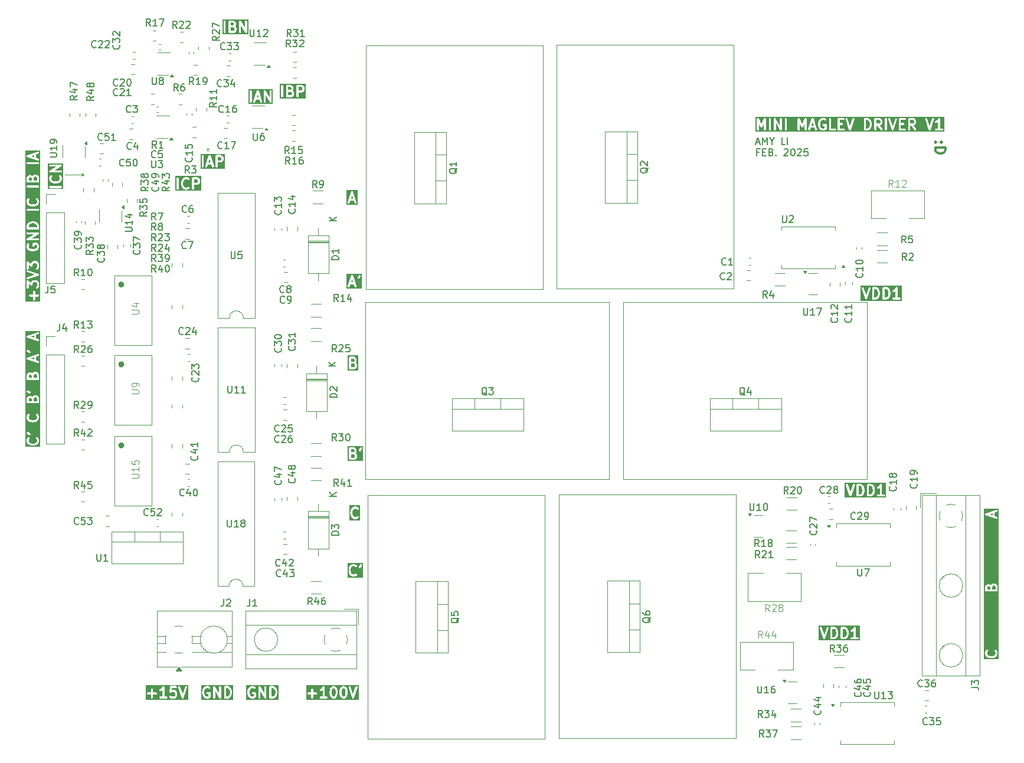
<source format=gbr>
%TF.GenerationSoftware,KiCad,Pcbnew,8.0.8*%
%TF.CreationDate,2025-03-02T04:32:18-08:00*%
%TF.ProjectId,motor_driver,6d6f746f-725f-4647-9269-7665722e6b69,rev?*%
%TF.SameCoordinates,Original*%
%TF.FileFunction,Legend,Top*%
%TF.FilePolarity,Positive*%
%FSLAX46Y46*%
G04 Gerber Fmt 4.6, Leading zero omitted, Abs format (unit mm)*
G04 Created by KiCad (PCBNEW 8.0.8) date 2025-03-02 04:32:18*
%MOMM*%
%LPD*%
G01*
G04 APERTURE LIST*
%ADD10C,0.300000*%
%ADD11C,0.200000*%
%ADD12C,0.100000*%
%ADD13C,0.150000*%
%ADD14C,0.125000*%
%ADD15C,0.120000*%
%ADD16C,0.450000*%
G04 APERTURE END LIST*
D10*
X204392028Y-60154510D02*
X204320600Y-60225939D01*
X204320600Y-60225939D02*
X204249171Y-60154510D01*
X204249171Y-60154510D02*
X204320600Y-60083082D01*
X204320600Y-60083082D02*
X204392028Y-60154510D01*
X204392028Y-60154510D02*
X204249171Y-60154510D01*
X205177742Y-60154510D02*
X205106314Y-60225939D01*
X205106314Y-60225939D02*
X205034885Y-60154510D01*
X205034885Y-60154510D02*
X205106314Y-60083082D01*
X205106314Y-60083082D02*
X205177742Y-60154510D01*
X205177742Y-60154510D02*
X205034885Y-60154510D01*
X204249171Y-60868796D02*
X205749171Y-60868796D01*
X205749171Y-60868796D02*
X205749171Y-61225939D01*
X205749171Y-61225939D02*
X205677742Y-61440225D01*
X205677742Y-61440225D02*
X205534885Y-61583082D01*
X205534885Y-61583082D02*
X205392028Y-61654511D01*
X205392028Y-61654511D02*
X205106314Y-61725939D01*
X205106314Y-61725939D02*
X204892028Y-61725939D01*
X204892028Y-61725939D02*
X204606314Y-61654511D01*
X204606314Y-61654511D02*
X204463457Y-61583082D01*
X204463457Y-61583082D02*
X204320600Y-61440225D01*
X204320600Y-61440225D02*
X204249171Y-61225939D01*
X204249171Y-61225939D02*
X204249171Y-60868796D01*
D11*
X178572054Y-60171560D02*
X179048244Y-60171560D01*
X178476816Y-60457275D02*
X178810149Y-59457275D01*
X178810149Y-59457275D02*
X179143482Y-60457275D01*
X179476816Y-60457275D02*
X179476816Y-59457275D01*
X179476816Y-59457275D02*
X179810149Y-60171560D01*
X179810149Y-60171560D02*
X180143482Y-59457275D01*
X180143482Y-59457275D02*
X180143482Y-60457275D01*
X180810149Y-59981084D02*
X180810149Y-60457275D01*
X180476816Y-59457275D02*
X180810149Y-59981084D01*
X180810149Y-59981084D02*
X181143482Y-59457275D01*
X182714911Y-60457275D02*
X182238721Y-60457275D01*
X182238721Y-60457275D02*
X182238721Y-59457275D01*
X183048245Y-60457275D02*
X183048245Y-59457275D01*
X178953006Y-61543409D02*
X178619673Y-61543409D01*
X178619673Y-62067219D02*
X178619673Y-61067219D01*
X178619673Y-61067219D02*
X179095863Y-61067219D01*
X179476816Y-61543409D02*
X179810149Y-61543409D01*
X179953006Y-62067219D02*
X179476816Y-62067219D01*
X179476816Y-62067219D02*
X179476816Y-61067219D01*
X179476816Y-61067219D02*
X179953006Y-61067219D01*
X180714911Y-61543409D02*
X180857768Y-61591028D01*
X180857768Y-61591028D02*
X180905387Y-61638647D01*
X180905387Y-61638647D02*
X180953006Y-61733885D01*
X180953006Y-61733885D02*
X180953006Y-61876742D01*
X180953006Y-61876742D02*
X180905387Y-61971980D01*
X180905387Y-61971980D02*
X180857768Y-62019600D01*
X180857768Y-62019600D02*
X180762530Y-62067219D01*
X180762530Y-62067219D02*
X180381578Y-62067219D01*
X180381578Y-62067219D02*
X180381578Y-61067219D01*
X180381578Y-61067219D02*
X180714911Y-61067219D01*
X180714911Y-61067219D02*
X180810149Y-61114838D01*
X180810149Y-61114838D02*
X180857768Y-61162457D01*
X180857768Y-61162457D02*
X180905387Y-61257695D01*
X180905387Y-61257695D02*
X180905387Y-61352933D01*
X180905387Y-61352933D02*
X180857768Y-61448171D01*
X180857768Y-61448171D02*
X180810149Y-61495790D01*
X180810149Y-61495790D02*
X180714911Y-61543409D01*
X180714911Y-61543409D02*
X180381578Y-61543409D01*
X181381578Y-61971980D02*
X181429197Y-62019600D01*
X181429197Y-62019600D02*
X181381578Y-62067219D01*
X181381578Y-62067219D02*
X181333959Y-62019600D01*
X181333959Y-62019600D02*
X181381578Y-61971980D01*
X181381578Y-61971980D02*
X181381578Y-62067219D01*
X182572054Y-61162457D02*
X182619673Y-61114838D01*
X182619673Y-61114838D02*
X182714911Y-61067219D01*
X182714911Y-61067219D02*
X182953006Y-61067219D01*
X182953006Y-61067219D02*
X183048244Y-61114838D01*
X183048244Y-61114838D02*
X183095863Y-61162457D01*
X183095863Y-61162457D02*
X183143482Y-61257695D01*
X183143482Y-61257695D02*
X183143482Y-61352933D01*
X183143482Y-61352933D02*
X183095863Y-61495790D01*
X183095863Y-61495790D02*
X182524435Y-62067219D01*
X182524435Y-62067219D02*
X183143482Y-62067219D01*
X183762530Y-61067219D02*
X183857768Y-61067219D01*
X183857768Y-61067219D02*
X183953006Y-61114838D01*
X183953006Y-61114838D02*
X184000625Y-61162457D01*
X184000625Y-61162457D02*
X184048244Y-61257695D01*
X184048244Y-61257695D02*
X184095863Y-61448171D01*
X184095863Y-61448171D02*
X184095863Y-61686266D01*
X184095863Y-61686266D02*
X184048244Y-61876742D01*
X184048244Y-61876742D02*
X184000625Y-61971980D01*
X184000625Y-61971980D02*
X183953006Y-62019600D01*
X183953006Y-62019600D02*
X183857768Y-62067219D01*
X183857768Y-62067219D02*
X183762530Y-62067219D01*
X183762530Y-62067219D02*
X183667292Y-62019600D01*
X183667292Y-62019600D02*
X183619673Y-61971980D01*
X183619673Y-61971980D02*
X183572054Y-61876742D01*
X183572054Y-61876742D02*
X183524435Y-61686266D01*
X183524435Y-61686266D02*
X183524435Y-61448171D01*
X183524435Y-61448171D02*
X183572054Y-61257695D01*
X183572054Y-61257695D02*
X183619673Y-61162457D01*
X183619673Y-61162457D02*
X183667292Y-61114838D01*
X183667292Y-61114838D02*
X183762530Y-61067219D01*
X184476816Y-61162457D02*
X184524435Y-61114838D01*
X184524435Y-61114838D02*
X184619673Y-61067219D01*
X184619673Y-61067219D02*
X184857768Y-61067219D01*
X184857768Y-61067219D02*
X184953006Y-61114838D01*
X184953006Y-61114838D02*
X185000625Y-61162457D01*
X185000625Y-61162457D02*
X185048244Y-61257695D01*
X185048244Y-61257695D02*
X185048244Y-61352933D01*
X185048244Y-61352933D02*
X185000625Y-61495790D01*
X185000625Y-61495790D02*
X184429197Y-62067219D01*
X184429197Y-62067219D02*
X185048244Y-62067219D01*
X185953006Y-61067219D02*
X185476816Y-61067219D01*
X185476816Y-61067219D02*
X185429197Y-61543409D01*
X185429197Y-61543409D02*
X185476816Y-61495790D01*
X185476816Y-61495790D02*
X185572054Y-61448171D01*
X185572054Y-61448171D02*
X185810149Y-61448171D01*
X185810149Y-61448171D02*
X185905387Y-61495790D01*
X185905387Y-61495790D02*
X185953006Y-61543409D01*
X185953006Y-61543409D02*
X186000625Y-61638647D01*
X186000625Y-61638647D02*
X186000625Y-61876742D01*
X186000625Y-61876742D02*
X185953006Y-61971980D01*
X185953006Y-61971980D02*
X185905387Y-62019600D01*
X185905387Y-62019600D02*
X185810149Y-62067219D01*
X185810149Y-62067219D02*
X185572054Y-62067219D01*
X185572054Y-62067219D02*
X185476816Y-62019600D01*
X185476816Y-62019600D02*
X185429197Y-61971980D01*
D10*
G36*
X194652055Y-57003361D02*
G01*
X194752662Y-57103968D01*
X194805841Y-57210327D01*
X194868797Y-57462148D01*
X194868797Y-57639507D01*
X194805841Y-57891328D01*
X194752662Y-57997688D01*
X194652056Y-58098294D01*
X194494454Y-58150828D01*
X194311654Y-58150828D01*
X194311654Y-56950828D01*
X194494457Y-56950828D01*
X194652055Y-57003361D01*
G37*
G36*
X196287087Y-56995535D02*
G01*
X196324091Y-57032539D01*
X196368797Y-57121951D01*
X196368797Y-57265418D01*
X196324090Y-57354831D01*
X196287085Y-57391836D01*
X196197673Y-57436542D01*
X195811654Y-57436542D01*
X195811654Y-56950828D01*
X196197673Y-56950828D01*
X196287087Y-56995535D01*
G37*
G36*
X201144230Y-56995535D02*
G01*
X201181234Y-57032539D01*
X201225940Y-57121951D01*
X201225940Y-57265418D01*
X201181233Y-57354831D01*
X201144228Y-57391836D01*
X201054816Y-57436542D01*
X200668797Y-57436542D01*
X200668797Y-56950828D01*
X201054816Y-56950828D01*
X201144230Y-56995535D01*
G37*
G36*
X186810685Y-57722257D02*
G01*
X186512626Y-57722257D01*
X186661655Y-57275169D01*
X186810685Y-57722257D01*
G37*
G36*
X205546868Y-58617495D02*
G01*
X178487843Y-58617495D01*
X178487843Y-56800828D01*
X178654510Y-56800828D01*
X178654510Y-58300828D01*
X178657392Y-58330092D01*
X178679790Y-58384164D01*
X178721174Y-58425548D01*
X178775246Y-58447946D01*
X178833774Y-58447946D01*
X178887846Y-58425548D01*
X178929230Y-58384164D01*
X178951628Y-58330092D01*
X178954510Y-58300828D01*
X178954510Y-57476961D01*
X179168583Y-57935690D01*
X179174929Y-57946403D01*
X179176250Y-57950035D01*
X179178601Y-57952603D01*
X179183570Y-57960990D01*
X179200375Y-57976380D01*
X179215777Y-57993198D01*
X179221820Y-57996018D01*
X179226733Y-58000517D01*
X179248153Y-58008306D01*
X179268815Y-58017948D01*
X179275472Y-58018240D01*
X179281735Y-58020518D01*
X179304514Y-58019517D01*
X179327285Y-58020518D01*
X179333544Y-58018241D01*
X179340206Y-58017949D01*
X179360873Y-58008304D01*
X179382288Y-58000517D01*
X179387201Y-57996017D01*
X179393243Y-57993198D01*
X179408638Y-57976385D01*
X179425451Y-57960990D01*
X179430419Y-57952601D01*
X179432770Y-57950035D01*
X179434089Y-57946405D01*
X179440437Y-57935690D01*
X179654510Y-57476962D01*
X179654510Y-58300828D01*
X179657392Y-58330092D01*
X179679790Y-58384164D01*
X179721174Y-58425548D01*
X179775246Y-58447946D01*
X179833774Y-58447946D01*
X179887846Y-58425548D01*
X179929230Y-58384164D01*
X179951628Y-58330092D01*
X179954510Y-58300828D01*
X179954510Y-56800828D01*
X180368796Y-56800828D01*
X180368796Y-58300828D01*
X180371678Y-58330092D01*
X180394076Y-58384164D01*
X180435460Y-58425548D01*
X180489532Y-58447946D01*
X180548060Y-58447946D01*
X180602132Y-58425548D01*
X180643516Y-58384164D01*
X180665914Y-58330092D01*
X180668796Y-58300828D01*
X180668796Y-56800828D01*
X181083082Y-56800828D01*
X181083082Y-58300828D01*
X181085964Y-58330092D01*
X181108362Y-58384164D01*
X181149746Y-58425548D01*
X181203818Y-58447946D01*
X181262346Y-58447946D01*
X181316418Y-58425548D01*
X181357802Y-58384164D01*
X181380200Y-58330092D01*
X181383082Y-58300828D01*
X181383082Y-57365661D01*
X181959989Y-58375249D01*
X181964366Y-58381416D01*
X181965505Y-58384164D01*
X181968304Y-58386963D01*
X181977010Y-58399227D01*
X181992783Y-58411442D01*
X182006889Y-58425548D01*
X182015722Y-58429206D01*
X182023284Y-58435063D01*
X182042532Y-58440312D01*
X182060961Y-58447946D01*
X182070523Y-58447946D01*
X182079748Y-58450462D01*
X182099539Y-58447946D01*
X182119489Y-58447946D01*
X182128322Y-58444286D01*
X182137808Y-58443081D01*
X182155130Y-58433182D01*
X182173561Y-58425548D01*
X182180321Y-58418787D01*
X182188624Y-58414043D01*
X182200837Y-58398271D01*
X182214945Y-58384164D01*
X182218604Y-58375328D01*
X182224459Y-58367769D01*
X182229707Y-58348524D01*
X182237343Y-58330092D01*
X182238816Y-58315127D01*
X182239859Y-58311306D01*
X182239483Y-58308354D01*
X182240225Y-58300828D01*
X182240225Y-56800828D01*
X182654511Y-56800828D01*
X182654511Y-58300828D01*
X182657393Y-58330092D01*
X182679791Y-58384164D01*
X182721175Y-58425548D01*
X182775247Y-58447946D01*
X182833775Y-58447946D01*
X182887847Y-58425548D01*
X182929231Y-58384164D01*
X182951629Y-58330092D01*
X182954511Y-58300828D01*
X182954511Y-56800828D01*
X184511654Y-56800828D01*
X184511654Y-58300828D01*
X184514536Y-58330092D01*
X184536934Y-58384164D01*
X184578318Y-58425548D01*
X184632390Y-58447946D01*
X184690918Y-58447946D01*
X184744990Y-58425548D01*
X184786374Y-58384164D01*
X184808772Y-58330092D01*
X184811654Y-58300828D01*
X184811654Y-57476961D01*
X185025727Y-57935690D01*
X185032073Y-57946403D01*
X185033394Y-57950035D01*
X185035745Y-57952603D01*
X185040714Y-57960990D01*
X185057519Y-57976380D01*
X185072921Y-57993198D01*
X185078964Y-57996018D01*
X185083877Y-58000517D01*
X185105297Y-58008306D01*
X185125959Y-58017948D01*
X185132616Y-58018240D01*
X185138879Y-58020518D01*
X185161658Y-58019517D01*
X185184429Y-58020518D01*
X185190688Y-58018241D01*
X185197350Y-58017949D01*
X185218017Y-58008304D01*
X185239432Y-58000517D01*
X185244345Y-57996017D01*
X185250387Y-57993198D01*
X185265782Y-57976385D01*
X185282595Y-57960990D01*
X185287563Y-57952601D01*
X185289914Y-57950035D01*
X185291233Y-57946405D01*
X185297581Y-57935690D01*
X185511654Y-57476962D01*
X185511654Y-58300828D01*
X185514536Y-58330092D01*
X185536934Y-58384164D01*
X185578318Y-58425548D01*
X185632390Y-58447946D01*
X185690918Y-58447946D01*
X185744990Y-58425548D01*
X185786374Y-58384164D01*
X185808772Y-58330092D01*
X185811654Y-58300828D01*
X185811654Y-58282067D01*
X186012833Y-58282067D01*
X186016982Y-58340448D01*
X186043156Y-58392795D01*
X186087370Y-58431142D01*
X186142894Y-58449650D01*
X186201275Y-58445501D01*
X186253622Y-58419327D01*
X186291969Y-58375113D01*
X186303957Y-58348262D01*
X186412626Y-58022257D01*
X186910685Y-58022257D01*
X187019353Y-58348262D01*
X187031341Y-58375113D01*
X187069688Y-58419328D01*
X187122036Y-58445501D01*
X187180416Y-58449651D01*
X187235940Y-58431142D01*
X187280154Y-58392795D01*
X187306328Y-58340448D01*
X187310478Y-58282068D01*
X187303958Y-58253394D01*
X187034054Y-57443685D01*
X187440226Y-57443685D01*
X187440226Y-57657971D01*
X187440728Y-57663074D01*
X187440403Y-57665262D01*
X187442022Y-57676212D01*
X187443108Y-57687235D01*
X187443955Y-57689279D01*
X187444705Y-57694351D01*
X187516133Y-57980065D01*
X187516904Y-57982223D01*
X187516981Y-57983304D01*
X187521639Y-57995478D01*
X187526026Y-58007756D01*
X187526670Y-58008626D01*
X187527490Y-58010767D01*
X187598919Y-58153624D01*
X187606846Y-58166217D01*
X187608362Y-58169877D01*
X187611743Y-58173996D01*
X187614584Y-58178510D01*
X187617577Y-58181106D01*
X187627017Y-58192608D01*
X187769874Y-58335466D01*
X187792604Y-58354121D01*
X187797583Y-58356183D01*
X187801655Y-58359715D01*
X187828506Y-58371703D01*
X188042792Y-58443131D01*
X188057304Y-58446430D01*
X188060962Y-58447946D01*
X188066264Y-58448468D01*
X188071466Y-58449651D01*
X188075420Y-58449369D01*
X188090226Y-58450828D01*
X188233083Y-58450828D01*
X188247888Y-58449369D01*
X188251843Y-58449651D01*
X188257044Y-58448468D01*
X188262347Y-58447946D01*
X188266004Y-58446430D01*
X188280517Y-58443131D01*
X188494803Y-58371703D01*
X188521654Y-58359715D01*
X188525727Y-58356181D01*
X188530705Y-58354120D01*
X188553436Y-58335465D01*
X188624864Y-58264036D01*
X188643518Y-58241306D01*
X188663689Y-58192608D01*
X188665915Y-58187235D01*
X188668797Y-58157971D01*
X188668797Y-57657971D01*
X188665915Y-57628707D01*
X188643517Y-57574635D01*
X188602133Y-57533251D01*
X188548061Y-57510853D01*
X188518797Y-57507971D01*
X188233083Y-57507971D01*
X188203819Y-57510853D01*
X188149747Y-57533251D01*
X188108363Y-57574635D01*
X188085965Y-57628707D01*
X188085965Y-57687235D01*
X188108363Y-57741307D01*
X188149747Y-57782691D01*
X188203819Y-57805089D01*
X188233083Y-57807971D01*
X188368797Y-57807971D01*
X188368797Y-58095839D01*
X188366342Y-58098294D01*
X188208740Y-58150828D01*
X188114569Y-58150828D01*
X187956966Y-58098294D01*
X187856361Y-57997688D01*
X187803180Y-57891328D01*
X187740226Y-57639507D01*
X187740226Y-57462148D01*
X187803180Y-57210327D01*
X187856361Y-57103967D01*
X187956967Y-57003361D01*
X188114569Y-56950828D01*
X188269102Y-56950828D01*
X188380286Y-57006421D01*
X188407750Y-57016930D01*
X188466130Y-57021079D01*
X188521652Y-57002572D01*
X188565868Y-56964225D01*
X188592042Y-56911876D01*
X188596191Y-56853496D01*
X188578635Y-56800828D01*
X189011654Y-56800828D01*
X189011654Y-58300828D01*
X189014536Y-58330092D01*
X189036934Y-58384164D01*
X189078318Y-58425548D01*
X189132390Y-58447946D01*
X189161654Y-58450828D01*
X189875940Y-58450828D01*
X189905204Y-58447946D01*
X189959276Y-58425548D01*
X190000660Y-58384164D01*
X190023058Y-58330092D01*
X190023058Y-58271564D01*
X190000660Y-58217492D01*
X189959276Y-58176108D01*
X189905204Y-58153710D01*
X189875940Y-58150828D01*
X189311654Y-58150828D01*
X189311654Y-56800828D01*
X190225940Y-56800828D01*
X190225940Y-58300828D01*
X190228822Y-58330092D01*
X190251220Y-58384164D01*
X190292604Y-58425548D01*
X190346676Y-58447946D01*
X190375940Y-58450828D01*
X191090226Y-58450828D01*
X191119490Y-58447946D01*
X191173562Y-58425548D01*
X191214946Y-58384164D01*
X191237344Y-58330092D01*
X191237344Y-58271564D01*
X191214946Y-58217492D01*
X191173562Y-58176108D01*
X191119490Y-58153710D01*
X191090226Y-58150828D01*
X190525940Y-58150828D01*
X190525940Y-57665114D01*
X190875940Y-57665114D01*
X190905204Y-57662232D01*
X190959276Y-57639834D01*
X191000660Y-57598450D01*
X191023058Y-57544378D01*
X191023058Y-57485850D01*
X191000660Y-57431778D01*
X190959276Y-57390394D01*
X190905204Y-57367996D01*
X190875940Y-57365114D01*
X190525940Y-57365114D01*
X190525940Y-56950828D01*
X191090226Y-56950828D01*
X191119490Y-56947946D01*
X191173562Y-56925548D01*
X191214946Y-56884164D01*
X191237344Y-56830092D01*
X191237344Y-56819589D01*
X191369976Y-56819589D01*
X191376496Y-56848262D01*
X191876496Y-58348262D01*
X191888484Y-58375113D01*
X191895506Y-58383210D01*
X191900299Y-58392795D01*
X191914505Y-58405116D01*
X191926831Y-58419328D01*
X191936418Y-58424121D01*
X191944513Y-58431142D01*
X191962355Y-58437089D01*
X191979179Y-58445501D01*
X191989869Y-58446260D01*
X192000037Y-58449650D01*
X192018793Y-58448317D01*
X192037559Y-58449651D01*
X192047729Y-58446260D01*
X192058418Y-58445501D01*
X192075239Y-58437090D01*
X192093083Y-58431142D01*
X192101179Y-58424119D01*
X192110765Y-58419327D01*
X192123088Y-58405118D01*
X192137297Y-58392795D01*
X192142089Y-58383209D01*
X192149112Y-58375113D01*
X192161100Y-58348262D01*
X192661101Y-56848262D01*
X192667621Y-56819588D01*
X192666287Y-56800828D01*
X194011654Y-56800828D01*
X194011654Y-58300828D01*
X194014536Y-58330092D01*
X194036934Y-58384164D01*
X194078318Y-58425548D01*
X194132390Y-58447946D01*
X194161654Y-58450828D01*
X194518797Y-58450828D01*
X194533602Y-58449369D01*
X194537557Y-58449651D01*
X194542758Y-58448468D01*
X194548061Y-58447946D01*
X194551718Y-58446430D01*
X194566231Y-58443131D01*
X194780517Y-58371703D01*
X194807368Y-58359715D01*
X194811439Y-58356183D01*
X194816419Y-58354121D01*
X194839149Y-58335466D01*
X194982006Y-58192608D01*
X194991444Y-58181106D01*
X194994439Y-58178510D01*
X194997279Y-58173996D01*
X195000661Y-58169877D01*
X195002176Y-58166217D01*
X195010104Y-58153624D01*
X195081533Y-58010768D01*
X195082352Y-58008625D01*
X195082997Y-58007756D01*
X195087381Y-57995484D01*
X195092042Y-57983304D01*
X195092118Y-57982223D01*
X195092890Y-57980065D01*
X195164318Y-57694351D01*
X195165067Y-57689279D01*
X195165915Y-57687235D01*
X195167000Y-57676212D01*
X195168620Y-57665262D01*
X195168294Y-57663074D01*
X195168797Y-57657971D01*
X195168797Y-57443685D01*
X195168294Y-57438581D01*
X195168620Y-57436394D01*
X195167000Y-57425443D01*
X195165915Y-57414421D01*
X195165067Y-57412376D01*
X195164318Y-57407305D01*
X195092890Y-57121591D01*
X195092118Y-57119432D01*
X195092042Y-57118352D01*
X195087381Y-57106171D01*
X195082997Y-57093900D01*
X195082352Y-57093030D01*
X195081533Y-57090888D01*
X195010104Y-56948032D01*
X195002177Y-56935440D01*
X195000661Y-56931778D01*
X194997277Y-56927655D01*
X194994439Y-56923146D01*
X194991446Y-56920550D01*
X194982006Y-56909048D01*
X194873786Y-56800828D01*
X195511654Y-56800828D01*
X195511654Y-58300828D01*
X195514536Y-58330092D01*
X195536934Y-58384164D01*
X195578318Y-58425548D01*
X195632390Y-58447946D01*
X195690918Y-58447946D01*
X195744990Y-58425548D01*
X195786374Y-58384164D01*
X195808772Y-58330092D01*
X195811654Y-58300828D01*
X195811654Y-57736542D01*
X195940699Y-57736542D01*
X196395912Y-58386847D01*
X196415055Y-58409169D01*
X196464412Y-58440622D01*
X196522048Y-58450793D01*
X196579190Y-58438134D01*
X196627138Y-58404570D01*
X196658591Y-58355213D01*
X196668762Y-58297577D01*
X196656103Y-58240435D01*
X196641682Y-58214809D01*
X196296730Y-57722020D01*
X196300165Y-57720706D01*
X196443022Y-57649278D01*
X196455615Y-57641350D01*
X196459275Y-57639835D01*
X196463394Y-57636453D01*
X196467908Y-57633613D01*
X196470504Y-57630619D01*
X196482006Y-57621180D01*
X196553435Y-57549751D01*
X196562876Y-57538246D01*
X196565868Y-57535652D01*
X196568706Y-57531142D01*
X196572090Y-57527020D01*
X196573606Y-57523358D01*
X196581533Y-57510767D01*
X196652961Y-57367909D01*
X196663471Y-57340446D01*
X196663852Y-57335070D01*
X196665915Y-57330092D01*
X196668797Y-57300828D01*
X196668797Y-57086542D01*
X196665915Y-57057278D01*
X196663852Y-57052299D01*
X196663471Y-57046924D01*
X196652961Y-57019461D01*
X196581533Y-56876603D01*
X196573604Y-56864008D01*
X196572089Y-56860349D01*
X196568707Y-56856228D01*
X196565868Y-56851718D01*
X196562876Y-56849123D01*
X196553434Y-56837618D01*
X196516643Y-56800828D01*
X197011654Y-56800828D01*
X197011654Y-58300828D01*
X197014536Y-58330092D01*
X197036934Y-58384164D01*
X197078318Y-58425548D01*
X197132390Y-58447946D01*
X197190918Y-58447946D01*
X197244990Y-58425548D01*
X197286374Y-58384164D01*
X197308772Y-58330092D01*
X197311654Y-58300828D01*
X197311654Y-56819589D01*
X197512833Y-56819589D01*
X197519353Y-56848262D01*
X198019353Y-58348262D01*
X198031341Y-58375113D01*
X198038363Y-58383210D01*
X198043156Y-58392795D01*
X198057362Y-58405116D01*
X198069688Y-58419328D01*
X198079275Y-58424121D01*
X198087370Y-58431142D01*
X198105212Y-58437089D01*
X198122036Y-58445501D01*
X198132726Y-58446260D01*
X198142894Y-58449650D01*
X198161650Y-58448317D01*
X198180416Y-58449651D01*
X198190586Y-58446260D01*
X198201275Y-58445501D01*
X198218096Y-58437090D01*
X198235940Y-58431142D01*
X198244036Y-58424119D01*
X198253622Y-58419327D01*
X198265945Y-58405118D01*
X198280154Y-58392795D01*
X198284946Y-58383209D01*
X198291969Y-58375113D01*
X198303957Y-58348262D01*
X198803958Y-56848262D01*
X198810478Y-56819588D01*
X198809144Y-56800828D01*
X199011654Y-56800828D01*
X199011654Y-58300828D01*
X199014536Y-58330092D01*
X199036934Y-58384164D01*
X199078318Y-58425548D01*
X199132390Y-58447946D01*
X199161654Y-58450828D01*
X199875940Y-58450828D01*
X199905204Y-58447946D01*
X199959276Y-58425548D01*
X200000660Y-58384164D01*
X200023058Y-58330092D01*
X200023058Y-58271564D01*
X200000660Y-58217492D01*
X199959276Y-58176108D01*
X199905204Y-58153710D01*
X199875940Y-58150828D01*
X199311654Y-58150828D01*
X199311654Y-57665114D01*
X199661654Y-57665114D01*
X199690918Y-57662232D01*
X199744990Y-57639834D01*
X199786374Y-57598450D01*
X199808772Y-57544378D01*
X199808772Y-57485850D01*
X199786374Y-57431778D01*
X199744990Y-57390394D01*
X199690918Y-57367996D01*
X199661654Y-57365114D01*
X199311654Y-57365114D01*
X199311654Y-56950828D01*
X199875940Y-56950828D01*
X199905204Y-56947946D01*
X199959276Y-56925548D01*
X200000660Y-56884164D01*
X200023058Y-56830092D01*
X200023058Y-56800828D01*
X200368797Y-56800828D01*
X200368797Y-58300828D01*
X200371679Y-58330092D01*
X200394077Y-58384164D01*
X200435461Y-58425548D01*
X200489533Y-58447946D01*
X200548061Y-58447946D01*
X200602133Y-58425548D01*
X200643517Y-58384164D01*
X200665915Y-58330092D01*
X200668797Y-58300828D01*
X200668797Y-57736542D01*
X200797842Y-57736542D01*
X201253055Y-58386847D01*
X201272198Y-58409169D01*
X201321555Y-58440622D01*
X201379191Y-58450793D01*
X201436333Y-58438134D01*
X201484281Y-58404570D01*
X201515734Y-58355213D01*
X201525905Y-58297577D01*
X201513246Y-58240435D01*
X201498825Y-58214809D01*
X201153873Y-57722020D01*
X201157308Y-57720706D01*
X201300165Y-57649278D01*
X201312758Y-57641350D01*
X201316418Y-57639835D01*
X201320537Y-57636453D01*
X201325051Y-57633613D01*
X201327647Y-57630619D01*
X201339149Y-57621180D01*
X201410578Y-57549751D01*
X201420019Y-57538246D01*
X201423011Y-57535652D01*
X201425849Y-57531142D01*
X201429233Y-57527020D01*
X201430749Y-57523358D01*
X201438676Y-57510767D01*
X201510104Y-57367909D01*
X201520614Y-57340446D01*
X201520995Y-57335070D01*
X201523058Y-57330092D01*
X201525940Y-57300828D01*
X201525940Y-57086542D01*
X201523058Y-57057278D01*
X201520995Y-57052299D01*
X201520614Y-57046924D01*
X201510104Y-57019461D01*
X201438676Y-56876603D01*
X201430747Y-56864008D01*
X201429232Y-56860349D01*
X201425850Y-56856228D01*
X201423011Y-56851718D01*
X201420019Y-56849123D01*
X201410577Y-56837618D01*
X201392548Y-56819589D01*
X202798547Y-56819589D01*
X202805067Y-56848262D01*
X203305067Y-58348262D01*
X203317055Y-58375113D01*
X203324077Y-58383210D01*
X203328870Y-58392795D01*
X203343076Y-58405116D01*
X203355402Y-58419328D01*
X203364989Y-58424121D01*
X203373084Y-58431142D01*
X203390926Y-58437089D01*
X203407750Y-58445501D01*
X203418440Y-58446260D01*
X203428608Y-58449650D01*
X203447364Y-58448317D01*
X203466130Y-58449651D01*
X203476300Y-58446260D01*
X203486989Y-58445501D01*
X203503810Y-58437090D01*
X203521654Y-58431142D01*
X203529750Y-58424119D01*
X203539336Y-58419327D01*
X203551659Y-58405118D01*
X203565868Y-58392795D01*
X203570660Y-58383209D01*
X203577683Y-58375113D01*
X203589671Y-58348262D01*
X203968879Y-57210639D01*
X204227118Y-57210639D01*
X204231267Y-57269019D01*
X204257441Y-57321368D01*
X204301656Y-57359715D01*
X204357179Y-57378222D01*
X204415559Y-57374073D01*
X204443022Y-57363564D01*
X204585879Y-57292135D01*
X204598472Y-57284207D01*
X204602132Y-57282692D01*
X204606251Y-57279310D01*
X204610765Y-57276470D01*
X204613361Y-57273476D01*
X204624863Y-57264037D01*
X204654511Y-57234389D01*
X204654511Y-58150828D01*
X204375940Y-58150828D01*
X204346676Y-58153710D01*
X204292604Y-58176108D01*
X204251220Y-58217492D01*
X204228822Y-58271564D01*
X204228822Y-58330092D01*
X204251220Y-58384164D01*
X204292604Y-58425548D01*
X204346676Y-58447946D01*
X204375940Y-58450828D01*
X205233083Y-58450828D01*
X205262347Y-58447946D01*
X205316419Y-58425548D01*
X205357803Y-58384164D01*
X205380201Y-58330092D01*
X205380201Y-58271564D01*
X205357803Y-58217492D01*
X205316419Y-58176108D01*
X205262347Y-58153710D01*
X205233083Y-58150828D01*
X204954511Y-58150828D01*
X204954511Y-56800828D01*
X204954500Y-56800722D01*
X204954511Y-56800670D01*
X204954480Y-56800516D01*
X204951629Y-56771564D01*
X204945945Y-56757843D01*
X204943033Y-56743281D01*
X204934854Y-56731068D01*
X204929231Y-56717492D01*
X204918732Y-56706993D01*
X204910467Y-56694651D01*
X204898236Y-56686497D01*
X204887847Y-56676108D01*
X204874128Y-56670425D01*
X204861768Y-56662185D01*
X204847349Y-56659332D01*
X204833775Y-56653710D01*
X204818924Y-56653710D01*
X204804354Y-56650828D01*
X204789944Y-56653710D01*
X204775247Y-56653710D01*
X204761525Y-56659393D01*
X204746964Y-56662306D01*
X204734751Y-56670484D01*
X204721175Y-56676108D01*
X204710676Y-56686606D01*
X204698334Y-56694872D01*
X204679902Y-56717380D01*
X204679791Y-56717492D01*
X204679770Y-56717542D01*
X204679704Y-56717623D01*
X204545084Y-56919551D01*
X204429943Y-57034692D01*
X204308858Y-57095236D01*
X204283972Y-57110901D01*
X204245625Y-57155116D01*
X204227118Y-57210639D01*
X203968879Y-57210639D01*
X204089672Y-56848262D01*
X204096192Y-56819588D01*
X204092042Y-56761208D01*
X204065868Y-56708861D01*
X204021654Y-56670514D01*
X203966130Y-56652005D01*
X203907750Y-56656155D01*
X203855402Y-56682328D01*
X203817055Y-56726543D01*
X203805067Y-56753394D01*
X203447369Y-57826486D01*
X203089671Y-56753394D01*
X203077683Y-56726543D01*
X203039336Y-56682329D01*
X202986989Y-56656155D01*
X202928608Y-56652006D01*
X202873084Y-56670514D01*
X202828870Y-56708861D01*
X202802696Y-56761208D01*
X202798547Y-56819589D01*
X201392548Y-56819589D01*
X201339148Y-56766190D01*
X201327648Y-56756752D01*
X201325051Y-56753758D01*
X201320534Y-56750915D01*
X201316417Y-56747536D01*
X201312760Y-56746021D01*
X201300165Y-56738093D01*
X201157308Y-56666664D01*
X201129845Y-56656155D01*
X201124470Y-56655773D01*
X201119490Y-56653710D01*
X201090226Y-56650828D01*
X200518797Y-56650828D01*
X200489533Y-56653710D01*
X200435461Y-56676108D01*
X200394077Y-56717492D01*
X200371679Y-56771564D01*
X200368797Y-56800828D01*
X200023058Y-56800828D01*
X200023058Y-56771564D01*
X200000660Y-56717492D01*
X199959276Y-56676108D01*
X199905204Y-56653710D01*
X199875940Y-56650828D01*
X199161654Y-56650828D01*
X199132390Y-56653710D01*
X199078318Y-56676108D01*
X199036934Y-56717492D01*
X199014536Y-56771564D01*
X199011654Y-56800828D01*
X198809144Y-56800828D01*
X198806328Y-56761208D01*
X198780154Y-56708861D01*
X198735940Y-56670514D01*
X198680416Y-56652005D01*
X198622036Y-56656155D01*
X198569688Y-56682328D01*
X198531341Y-56726543D01*
X198519353Y-56753394D01*
X198161655Y-57826486D01*
X197803957Y-56753394D01*
X197791969Y-56726543D01*
X197753622Y-56682329D01*
X197701275Y-56656155D01*
X197642894Y-56652006D01*
X197587370Y-56670514D01*
X197543156Y-56708861D01*
X197516982Y-56761208D01*
X197512833Y-56819589D01*
X197311654Y-56819589D01*
X197311654Y-56800828D01*
X197308772Y-56771564D01*
X197286374Y-56717492D01*
X197244990Y-56676108D01*
X197190918Y-56653710D01*
X197132390Y-56653710D01*
X197078318Y-56676108D01*
X197036934Y-56717492D01*
X197014536Y-56771564D01*
X197011654Y-56800828D01*
X196516643Y-56800828D01*
X196482005Y-56766190D01*
X196470505Y-56756752D01*
X196467908Y-56753758D01*
X196463391Y-56750915D01*
X196459274Y-56747536D01*
X196455617Y-56746021D01*
X196443022Y-56738093D01*
X196300165Y-56666664D01*
X196272702Y-56656155D01*
X196267327Y-56655773D01*
X196262347Y-56653710D01*
X196233083Y-56650828D01*
X195661654Y-56650828D01*
X195632390Y-56653710D01*
X195578318Y-56676108D01*
X195536934Y-56717492D01*
X195514536Y-56771564D01*
X195511654Y-56800828D01*
X194873786Y-56800828D01*
X194839149Y-56766191D01*
X194816418Y-56747536D01*
X194811438Y-56745473D01*
X194807368Y-56741943D01*
X194780517Y-56729954D01*
X194566231Y-56658526D01*
X194551723Y-56655227D01*
X194548061Y-56653710D01*
X194542752Y-56653187D01*
X194537558Y-56652006D01*
X194533608Y-56652286D01*
X194518797Y-56650828D01*
X194161654Y-56650828D01*
X194132390Y-56653710D01*
X194078318Y-56676108D01*
X194036934Y-56717492D01*
X194014536Y-56771564D01*
X194011654Y-56800828D01*
X192666287Y-56800828D01*
X192663471Y-56761208D01*
X192637297Y-56708861D01*
X192593083Y-56670514D01*
X192537559Y-56652005D01*
X192479179Y-56656155D01*
X192426831Y-56682328D01*
X192388484Y-56726543D01*
X192376496Y-56753394D01*
X192018798Y-57826486D01*
X191661100Y-56753394D01*
X191649112Y-56726543D01*
X191610765Y-56682329D01*
X191558418Y-56656155D01*
X191500037Y-56652006D01*
X191444513Y-56670514D01*
X191400299Y-56708861D01*
X191374125Y-56761208D01*
X191369976Y-56819589D01*
X191237344Y-56819589D01*
X191237344Y-56771564D01*
X191214946Y-56717492D01*
X191173562Y-56676108D01*
X191119490Y-56653710D01*
X191090226Y-56650828D01*
X190375940Y-56650828D01*
X190346676Y-56653710D01*
X190292604Y-56676108D01*
X190251220Y-56717492D01*
X190228822Y-56771564D01*
X190225940Y-56800828D01*
X189311654Y-56800828D01*
X189308772Y-56771564D01*
X189286374Y-56717492D01*
X189244990Y-56676108D01*
X189190918Y-56653710D01*
X189132390Y-56653710D01*
X189078318Y-56676108D01*
X189036934Y-56717492D01*
X189014536Y-56771564D01*
X189011654Y-56800828D01*
X188578635Y-56800828D01*
X188577683Y-56797973D01*
X188539337Y-56753758D01*
X188514451Y-56738093D01*
X188371594Y-56666664D01*
X188344131Y-56656155D01*
X188338756Y-56655773D01*
X188333776Y-56653710D01*
X188304512Y-56650828D01*
X188090226Y-56650828D01*
X188075414Y-56652286D01*
X188071465Y-56652006D01*
X188066270Y-56653187D01*
X188060962Y-56653710D01*
X188057300Y-56655226D01*
X188042791Y-56658526D01*
X187828506Y-56729955D01*
X187801655Y-56741943D01*
X187797585Y-56745472D01*
X187792604Y-56747536D01*
X187769874Y-56766191D01*
X187627017Y-56909048D01*
X187617577Y-56920549D01*
X187614584Y-56923146D01*
X187611743Y-56927659D01*
X187608362Y-56931779D01*
X187606846Y-56935438D01*
X187598919Y-56948032D01*
X187527490Y-57090889D01*
X187526670Y-57093029D01*
X187526026Y-57093900D01*
X187521639Y-57106177D01*
X187516981Y-57118352D01*
X187516904Y-57119432D01*
X187516133Y-57121591D01*
X187444705Y-57407305D01*
X187443955Y-57412376D01*
X187443108Y-57414421D01*
X187442022Y-57425443D01*
X187440403Y-57436394D01*
X187440728Y-57438581D01*
X187440226Y-57443685D01*
X187034054Y-57443685D01*
X186803957Y-56753394D01*
X186791969Y-56726543D01*
X186784946Y-56718446D01*
X186780154Y-56708861D01*
X186765945Y-56696537D01*
X186753622Y-56682329D01*
X186744036Y-56677536D01*
X186735940Y-56670514D01*
X186718096Y-56664565D01*
X186701275Y-56656155D01*
X186690586Y-56655395D01*
X186680416Y-56652005D01*
X186661650Y-56653338D01*
X186642894Y-56652006D01*
X186632726Y-56655395D01*
X186622036Y-56656155D01*
X186605212Y-56664566D01*
X186587370Y-56670514D01*
X186579275Y-56677534D01*
X186569688Y-56682328D01*
X186557362Y-56696539D01*
X186543156Y-56708861D01*
X186538363Y-56718445D01*
X186531341Y-56726543D01*
X186519353Y-56753394D01*
X186019353Y-58253394D01*
X186012833Y-58282067D01*
X185811654Y-58282067D01*
X185811654Y-56800828D01*
X185809759Y-56781590D01*
X185809915Y-56778052D01*
X185809223Y-56776151D01*
X185808772Y-56771564D01*
X185798811Y-56747518D01*
X185789914Y-56723050D01*
X185787654Y-56720582D01*
X185786374Y-56717492D01*
X185767976Y-56699094D01*
X185750387Y-56679887D01*
X185747353Y-56678471D01*
X185744990Y-56676108D01*
X185720959Y-56666154D01*
X185697350Y-56655136D01*
X185694005Y-56654989D01*
X185690918Y-56653710D01*
X185664894Y-56653710D01*
X185638879Y-56652567D01*
X185635736Y-56653710D01*
X185632390Y-56653710D01*
X185608337Y-56663673D01*
X185583877Y-56672568D01*
X185581409Y-56674827D01*
X185578318Y-56676108D01*
X185559909Y-56694516D01*
X185540714Y-56712095D01*
X185538364Y-56716061D01*
X185536934Y-56717492D01*
X185535578Y-56720764D01*
X185525727Y-56737395D01*
X185161654Y-57517551D01*
X184797581Y-56737395D01*
X184787727Y-56720760D01*
X184786374Y-56717492D01*
X184784945Y-56716063D01*
X184782595Y-56712095D01*
X184763387Y-56694505D01*
X184744990Y-56676108D01*
X184741899Y-56674827D01*
X184739432Y-56672568D01*
X184714966Y-56663671D01*
X184690918Y-56653710D01*
X184687572Y-56653710D01*
X184684429Y-56652567D01*
X184658425Y-56653710D01*
X184632390Y-56653710D01*
X184629299Y-56654990D01*
X184625959Y-56655137D01*
X184602363Y-56666147D01*
X184578318Y-56676108D01*
X184575954Y-56678471D01*
X184572921Y-56679887D01*
X184555331Y-56699094D01*
X184536934Y-56717492D01*
X184535653Y-56720582D01*
X184533394Y-56723050D01*
X184524497Y-56747515D01*
X184514536Y-56771564D01*
X184514084Y-56776152D01*
X184513393Y-56778053D01*
X184513548Y-56781591D01*
X184511654Y-56800828D01*
X182954511Y-56800828D01*
X182951629Y-56771564D01*
X182929231Y-56717492D01*
X182887847Y-56676108D01*
X182833775Y-56653710D01*
X182775247Y-56653710D01*
X182721175Y-56676108D01*
X182679791Y-56717492D01*
X182657393Y-56771564D01*
X182654511Y-56800828D01*
X182240225Y-56800828D01*
X182237343Y-56771564D01*
X182214945Y-56717492D01*
X182173561Y-56676108D01*
X182119489Y-56653710D01*
X182060961Y-56653710D01*
X182006889Y-56676108D01*
X181965505Y-56717492D01*
X181943107Y-56771564D01*
X181940225Y-56800828D01*
X181940225Y-57735992D01*
X181363318Y-56726407D01*
X181358940Y-56720239D01*
X181357802Y-56717492D01*
X181355002Y-56714692D01*
X181346297Y-56702429D01*
X181330525Y-56690215D01*
X181316418Y-56676108D01*
X181307582Y-56672448D01*
X181300023Y-56666594D01*
X181280778Y-56661345D01*
X181262346Y-56653710D01*
X181252784Y-56653710D01*
X181243559Y-56651194D01*
X181223768Y-56653710D01*
X181203818Y-56653710D01*
X181194984Y-56657369D01*
X181185499Y-56658575D01*
X181168176Y-56668473D01*
X181149746Y-56676108D01*
X181142985Y-56682868D01*
X181134683Y-56687613D01*
X181122469Y-56703384D01*
X181108362Y-56717492D01*
X181104702Y-56726327D01*
X181098848Y-56733887D01*
X181093599Y-56753131D01*
X181085964Y-56771564D01*
X181084490Y-56786530D01*
X181083448Y-56790351D01*
X181083823Y-56793302D01*
X181083082Y-56800828D01*
X180668796Y-56800828D01*
X180665914Y-56771564D01*
X180643516Y-56717492D01*
X180602132Y-56676108D01*
X180548060Y-56653710D01*
X180489532Y-56653710D01*
X180435460Y-56676108D01*
X180394076Y-56717492D01*
X180371678Y-56771564D01*
X180368796Y-56800828D01*
X179954510Y-56800828D01*
X179952615Y-56781590D01*
X179952771Y-56778052D01*
X179952079Y-56776151D01*
X179951628Y-56771564D01*
X179941667Y-56747518D01*
X179932770Y-56723050D01*
X179930510Y-56720582D01*
X179929230Y-56717492D01*
X179910832Y-56699094D01*
X179893243Y-56679887D01*
X179890209Y-56678471D01*
X179887846Y-56676108D01*
X179863815Y-56666154D01*
X179840206Y-56655136D01*
X179836861Y-56654989D01*
X179833774Y-56653710D01*
X179807750Y-56653710D01*
X179781735Y-56652567D01*
X179778592Y-56653710D01*
X179775246Y-56653710D01*
X179751193Y-56663673D01*
X179726733Y-56672568D01*
X179724265Y-56674827D01*
X179721174Y-56676108D01*
X179702765Y-56694516D01*
X179683570Y-56712095D01*
X179681220Y-56716061D01*
X179679790Y-56717492D01*
X179678434Y-56720764D01*
X179668583Y-56737395D01*
X179304510Y-57517551D01*
X178940437Y-56737395D01*
X178930583Y-56720760D01*
X178929230Y-56717492D01*
X178927801Y-56716063D01*
X178925451Y-56712095D01*
X178906243Y-56694505D01*
X178887846Y-56676108D01*
X178884755Y-56674827D01*
X178882288Y-56672568D01*
X178857822Y-56663671D01*
X178833774Y-56653710D01*
X178830428Y-56653710D01*
X178827285Y-56652567D01*
X178801281Y-56653710D01*
X178775246Y-56653710D01*
X178772155Y-56654990D01*
X178768815Y-56655137D01*
X178745219Y-56666147D01*
X178721174Y-56676108D01*
X178718810Y-56678471D01*
X178715777Y-56679887D01*
X178698187Y-56699094D01*
X178679790Y-56717492D01*
X178678509Y-56720582D01*
X178676250Y-56723050D01*
X178667353Y-56747515D01*
X178657392Y-56771564D01*
X178656940Y-56776152D01*
X178656249Y-56778053D01*
X178656404Y-56781591D01*
X178654510Y-56800828D01*
X178487843Y-56800828D01*
X178487843Y-56484161D01*
X205546868Y-56484161D01*
X205546868Y-58617495D01*
G37*
D12*
X99900000Y-60950000D02*
X100100000Y-61250000D01*
X99900000Y-60950000D02*
X99700000Y-61250000D01*
X99900000Y-61450000D02*
X99900000Y-60950000D01*
X82100000Y-64800000D02*
X81800000Y-65000000D01*
X81800000Y-64600000D02*
X82100000Y-64800000D01*
X82100000Y-64800000D02*
X81800000Y-64600000D01*
X79400000Y-64800000D02*
X82100000Y-64800000D01*
D10*
G36*
X79117495Y-66862156D02*
G01*
X76984161Y-66862156D01*
X76984161Y-66516225D01*
X77153710Y-66516225D01*
X77153710Y-66574753D01*
X77176108Y-66628825D01*
X77217492Y-66670209D01*
X77271564Y-66692607D01*
X77300828Y-66695489D01*
X78800828Y-66695489D01*
X78830092Y-66692607D01*
X78884164Y-66670209D01*
X78925548Y-66628825D01*
X78947946Y-66574753D01*
X78947946Y-66516225D01*
X78925548Y-66462153D01*
X78884164Y-66420769D01*
X78830092Y-66398371D01*
X78800828Y-66395489D01*
X77300828Y-66395489D01*
X77271564Y-66398371D01*
X77217492Y-66420769D01*
X77176108Y-66462153D01*
X77153710Y-66516225D01*
X76984161Y-66516225D01*
X76984161Y-65259774D01*
X77150828Y-65259774D01*
X77150828Y-65402631D01*
X77152286Y-65417442D01*
X77152006Y-65421392D01*
X77153187Y-65426586D01*
X77153710Y-65431895D01*
X77155227Y-65435557D01*
X77158526Y-65450065D01*
X77229954Y-65664351D01*
X77241943Y-65691202D01*
X77245473Y-65695272D01*
X77247536Y-65700252D01*
X77266191Y-65722983D01*
X77409048Y-65865840D01*
X77420550Y-65875280D01*
X77423146Y-65878273D01*
X77427655Y-65881111D01*
X77431778Y-65884495D01*
X77435440Y-65886011D01*
X77448032Y-65893938D01*
X77590888Y-65965367D01*
X77593030Y-65966186D01*
X77593900Y-65966831D01*
X77606171Y-65971215D01*
X77618352Y-65975876D01*
X77619432Y-65975952D01*
X77621591Y-65976724D01*
X77907305Y-66048152D01*
X77912376Y-66048901D01*
X77914421Y-66049749D01*
X77925443Y-66050834D01*
X77936394Y-66052454D01*
X77938581Y-66052128D01*
X77943685Y-66052631D01*
X78157971Y-66052631D01*
X78163074Y-66052128D01*
X78165262Y-66052454D01*
X78176212Y-66050834D01*
X78187235Y-66049749D01*
X78189279Y-66048901D01*
X78194351Y-66048152D01*
X78480065Y-65976724D01*
X78482223Y-65975952D01*
X78483304Y-65975876D01*
X78495478Y-65971217D01*
X78507756Y-65966831D01*
X78508626Y-65966186D01*
X78510767Y-65965367D01*
X78653624Y-65893938D01*
X78666217Y-65886010D01*
X78669877Y-65884495D01*
X78673996Y-65881113D01*
X78678510Y-65878273D01*
X78681106Y-65875279D01*
X78692608Y-65865840D01*
X78835466Y-65722983D01*
X78854121Y-65700253D01*
X78856183Y-65695273D01*
X78859715Y-65691202D01*
X78871703Y-65664351D01*
X78943131Y-65450065D01*
X78946430Y-65435552D01*
X78947946Y-65431895D01*
X78948468Y-65426592D01*
X78949651Y-65421391D01*
X78949369Y-65417436D01*
X78950828Y-65402631D01*
X78950828Y-65259774D01*
X78949369Y-65244968D01*
X78949651Y-65241014D01*
X78948468Y-65235812D01*
X78947946Y-65230510D01*
X78946430Y-65226852D01*
X78943131Y-65212340D01*
X78871703Y-64998054D01*
X78859715Y-64971203D01*
X78856181Y-64967128D01*
X78854120Y-64962152D01*
X78835465Y-64939421D01*
X78764036Y-64867993D01*
X78741305Y-64849339D01*
X78687233Y-64826942D01*
X78628707Y-64826942D01*
X78574635Y-64849340D01*
X78533250Y-64890726D01*
X78510853Y-64944798D01*
X78510853Y-65003324D01*
X78533251Y-65057396D01*
X78551906Y-65080127D01*
X78598294Y-65126514D01*
X78650828Y-65284116D01*
X78650828Y-65378288D01*
X78598294Y-65535890D01*
X78497688Y-65636495D01*
X78391328Y-65689676D01*
X78139507Y-65752631D01*
X77962149Y-65752631D01*
X77710327Y-65689675D01*
X77603968Y-65636496D01*
X77503361Y-65535889D01*
X77450828Y-65378290D01*
X77450828Y-65284114D01*
X77503361Y-65126515D01*
X77549751Y-65080126D01*
X77568406Y-65057396D01*
X77590802Y-65003323D01*
X77590802Y-64944797D01*
X77568406Y-64890725D01*
X77527020Y-64849339D01*
X77472948Y-64826943D01*
X77414422Y-64826943D01*
X77360349Y-64849339D01*
X77337619Y-64867994D01*
X77266191Y-64939422D01*
X77247536Y-64962153D01*
X77245473Y-64967132D01*
X77241943Y-64971203D01*
X77229954Y-64998054D01*
X77158526Y-65212340D01*
X77155227Y-65226847D01*
X77153710Y-65230510D01*
X77153187Y-65235818D01*
X77152006Y-65241013D01*
X77152286Y-65244962D01*
X77150828Y-65259774D01*
X76984161Y-65259774D01*
X76984161Y-64320726D01*
X77151194Y-64320726D01*
X77153710Y-64340517D01*
X77153710Y-64360467D01*
X77157369Y-64369300D01*
X77158575Y-64378786D01*
X77168473Y-64396108D01*
X77176108Y-64414539D01*
X77182868Y-64421299D01*
X77187613Y-64429602D01*
X77203384Y-64441815D01*
X77217492Y-64455923D01*
X77226327Y-64459582D01*
X77233887Y-64465437D01*
X77253131Y-64470685D01*
X77271564Y-64478321D01*
X77286530Y-64479794D01*
X77290351Y-64480837D01*
X77293302Y-64480461D01*
X77300828Y-64481203D01*
X78800828Y-64481203D01*
X78830092Y-64478321D01*
X78884164Y-64455923D01*
X78925548Y-64414539D01*
X78947946Y-64360467D01*
X78947946Y-64301939D01*
X78925548Y-64247867D01*
X78884164Y-64206483D01*
X78830092Y-64184085D01*
X78800828Y-64181203D01*
X77865662Y-64181203D01*
X78875249Y-63604296D01*
X78881416Y-63599918D01*
X78884164Y-63598780D01*
X78886963Y-63595980D01*
X78899227Y-63587275D01*
X78911442Y-63571501D01*
X78925548Y-63557396D01*
X78929206Y-63548562D01*
X78935063Y-63541001D01*
X78940312Y-63521752D01*
X78947946Y-63503324D01*
X78947946Y-63493762D01*
X78950462Y-63484537D01*
X78947946Y-63464745D01*
X78947946Y-63444796D01*
X78944286Y-63435962D01*
X78943081Y-63426477D01*
X78933182Y-63409154D01*
X78925548Y-63390724D01*
X78918787Y-63383963D01*
X78914043Y-63375661D01*
X78898271Y-63363447D01*
X78884164Y-63349340D01*
X78875328Y-63345680D01*
X78867769Y-63339826D01*
X78848524Y-63334577D01*
X78830092Y-63326942D01*
X78815127Y-63325468D01*
X78811306Y-63324426D01*
X78808354Y-63324801D01*
X78800828Y-63324060D01*
X77300828Y-63324060D01*
X77271564Y-63326942D01*
X77217492Y-63349340D01*
X77176108Y-63390724D01*
X77153710Y-63444796D01*
X77153710Y-63503324D01*
X77176108Y-63557396D01*
X77217492Y-63598780D01*
X77271564Y-63621178D01*
X77300828Y-63624060D01*
X78235993Y-63624060D01*
X77226407Y-64200967D01*
X77220239Y-64205344D01*
X77217492Y-64206483D01*
X77214692Y-64209282D01*
X77202429Y-64217988D01*
X77190215Y-64233759D01*
X77176108Y-64247867D01*
X77172448Y-64256702D01*
X77166594Y-64264262D01*
X77161345Y-64283506D01*
X77153710Y-64301939D01*
X77153710Y-64311501D01*
X77151194Y-64320726D01*
X76984161Y-64320726D01*
X76984161Y-63157393D01*
X79117495Y-63157393D01*
X79117495Y-66862156D01*
G37*
G36*
X100303541Y-63022257D02*
G01*
X100005482Y-63022257D01*
X100154511Y-62575169D01*
X100303541Y-63022257D01*
G37*
G36*
X101779943Y-62295535D02*
G01*
X101816947Y-62332539D01*
X101861653Y-62421951D01*
X101861653Y-62565418D01*
X101816946Y-62654831D01*
X101779941Y-62691836D01*
X101690529Y-62736542D01*
X101304510Y-62736542D01*
X101304510Y-62250828D01*
X101690529Y-62250828D01*
X101779943Y-62295535D01*
G37*
G36*
X102328320Y-63916318D02*
G01*
X98837843Y-63916318D01*
X98837843Y-62100828D01*
X99004510Y-62100828D01*
X99004510Y-63600828D01*
X99007392Y-63630092D01*
X99029790Y-63684164D01*
X99071174Y-63725548D01*
X99125246Y-63747946D01*
X99183774Y-63747946D01*
X99237846Y-63725548D01*
X99279230Y-63684164D01*
X99301628Y-63630092D01*
X99304510Y-63600828D01*
X99304510Y-63582067D01*
X99505689Y-63582067D01*
X99509838Y-63640448D01*
X99536012Y-63692795D01*
X99580226Y-63731142D01*
X99635750Y-63749650D01*
X99694131Y-63745501D01*
X99746478Y-63719327D01*
X99784825Y-63675113D01*
X99796813Y-63648262D01*
X99905482Y-63322257D01*
X100403541Y-63322257D01*
X100512209Y-63648262D01*
X100524197Y-63675113D01*
X100562544Y-63719328D01*
X100614892Y-63745501D01*
X100673272Y-63749651D01*
X100728796Y-63731142D01*
X100773010Y-63692795D01*
X100799184Y-63640448D01*
X100803334Y-63582068D01*
X100796814Y-63553394D01*
X100312624Y-62100828D01*
X101004510Y-62100828D01*
X101004510Y-63600828D01*
X101007392Y-63630092D01*
X101029790Y-63684164D01*
X101071174Y-63725548D01*
X101125246Y-63747946D01*
X101183774Y-63747946D01*
X101237846Y-63725548D01*
X101279230Y-63684164D01*
X101301628Y-63630092D01*
X101304510Y-63600828D01*
X101304510Y-63036542D01*
X101725939Y-63036542D01*
X101755203Y-63033660D01*
X101760181Y-63031597D01*
X101765557Y-63031216D01*
X101793021Y-63020706D01*
X101935878Y-62949278D01*
X101948471Y-62941350D01*
X101952131Y-62939835D01*
X101956250Y-62936453D01*
X101960764Y-62933613D01*
X101963360Y-62930619D01*
X101974862Y-62921180D01*
X102046291Y-62849751D01*
X102055732Y-62838246D01*
X102058724Y-62835652D01*
X102061562Y-62831142D01*
X102064946Y-62827020D01*
X102066462Y-62823358D01*
X102074389Y-62810767D01*
X102145817Y-62667909D01*
X102156327Y-62640446D01*
X102156708Y-62635070D01*
X102158771Y-62630092D01*
X102161653Y-62600828D01*
X102161653Y-62386542D01*
X102158771Y-62357278D01*
X102156708Y-62352299D01*
X102156327Y-62346924D01*
X102145817Y-62319461D01*
X102074389Y-62176603D01*
X102066460Y-62164008D01*
X102064945Y-62160349D01*
X102061563Y-62156228D01*
X102058724Y-62151718D01*
X102055732Y-62149123D01*
X102046290Y-62137618D01*
X101974861Y-62066190D01*
X101963361Y-62056752D01*
X101960764Y-62053758D01*
X101956247Y-62050915D01*
X101952130Y-62047536D01*
X101948473Y-62046021D01*
X101935878Y-62038093D01*
X101793021Y-61966664D01*
X101765558Y-61956155D01*
X101760183Y-61955773D01*
X101755203Y-61953710D01*
X101725939Y-61950828D01*
X101154510Y-61950828D01*
X101125246Y-61953710D01*
X101071174Y-61976108D01*
X101029790Y-62017492D01*
X101007392Y-62071564D01*
X101004510Y-62100828D01*
X100312624Y-62100828D01*
X100296813Y-62053394D01*
X100284825Y-62026543D01*
X100277802Y-62018446D01*
X100273010Y-62008861D01*
X100258801Y-61996537D01*
X100246478Y-61982329D01*
X100236892Y-61977536D01*
X100228796Y-61970514D01*
X100210952Y-61964565D01*
X100194131Y-61956155D01*
X100183442Y-61955395D01*
X100173272Y-61952005D01*
X100154506Y-61953338D01*
X100135750Y-61952006D01*
X100125582Y-61955395D01*
X100114892Y-61956155D01*
X100098068Y-61964566D01*
X100080226Y-61970514D01*
X100072131Y-61977534D01*
X100062544Y-61982328D01*
X100050218Y-61996539D01*
X100036012Y-62008861D01*
X100031219Y-62018445D01*
X100024197Y-62026543D01*
X100012209Y-62053394D01*
X99512209Y-63553394D01*
X99505689Y-63582067D01*
X99304510Y-63582067D01*
X99304510Y-62100828D01*
X99301628Y-62071564D01*
X99279230Y-62017492D01*
X99237846Y-61976108D01*
X99183774Y-61953710D01*
X99125246Y-61953710D01*
X99071174Y-61976108D01*
X99029790Y-62017492D01*
X99007392Y-62071564D01*
X99004510Y-62100828D01*
X98837843Y-62100828D01*
X98837843Y-61784161D01*
X102328320Y-61784161D01*
X102328320Y-63916318D01*
G37*
G36*
X98394229Y-65495535D02*
G01*
X98431233Y-65532539D01*
X98475939Y-65621951D01*
X98475939Y-65765418D01*
X98431232Y-65854831D01*
X98394227Y-65891836D01*
X98304815Y-65936542D01*
X97918796Y-65936542D01*
X97918796Y-65450828D01*
X98304815Y-65450828D01*
X98394229Y-65495535D01*
G37*
G36*
X98942606Y-67117495D02*
G01*
X95237843Y-67117495D01*
X95237843Y-65300828D01*
X95404510Y-65300828D01*
X95404510Y-66800828D01*
X95407392Y-66830092D01*
X95429790Y-66884164D01*
X95471174Y-66925548D01*
X95525246Y-66947946D01*
X95583774Y-66947946D01*
X95637846Y-66925548D01*
X95679230Y-66884164D01*
X95701628Y-66830092D01*
X95704510Y-66800828D01*
X95704510Y-65943685D01*
X96047368Y-65943685D01*
X96047368Y-66157971D01*
X96047870Y-66163074D01*
X96047545Y-66165262D01*
X96049164Y-66176212D01*
X96050250Y-66187235D01*
X96051097Y-66189279D01*
X96051847Y-66194351D01*
X96123275Y-66480065D01*
X96124046Y-66482223D01*
X96124123Y-66483304D01*
X96128781Y-66495478D01*
X96133168Y-66507756D01*
X96133812Y-66508626D01*
X96134632Y-66510767D01*
X96206061Y-66653624D01*
X96213988Y-66666217D01*
X96215504Y-66669877D01*
X96218885Y-66673996D01*
X96221726Y-66678510D01*
X96224719Y-66681106D01*
X96234159Y-66692608D01*
X96377016Y-66835466D01*
X96399746Y-66854121D01*
X96404725Y-66856183D01*
X96408797Y-66859715D01*
X96435648Y-66871703D01*
X96649934Y-66943131D01*
X96664446Y-66946430D01*
X96668104Y-66947946D01*
X96673406Y-66948468D01*
X96678608Y-66949651D01*
X96682562Y-66949369D01*
X96697368Y-66950828D01*
X96840225Y-66950828D01*
X96855030Y-66949369D01*
X96858985Y-66949651D01*
X96864186Y-66948468D01*
X96869489Y-66947946D01*
X96873146Y-66946430D01*
X96887659Y-66943131D01*
X97101945Y-66871703D01*
X97128796Y-66859715D01*
X97132869Y-66856181D01*
X97137847Y-66854120D01*
X97160578Y-66835465D01*
X97232006Y-66764036D01*
X97250660Y-66741306D01*
X97273057Y-66687233D01*
X97273056Y-66628707D01*
X97250659Y-66574635D01*
X97209273Y-66533250D01*
X97155201Y-66510853D01*
X97096675Y-66510854D01*
X97042603Y-66533251D01*
X97019872Y-66551906D01*
X96973484Y-66598294D01*
X96815882Y-66650828D01*
X96721711Y-66650828D01*
X96564108Y-66598294D01*
X96463503Y-66497688D01*
X96410322Y-66391328D01*
X96347368Y-66139507D01*
X96347368Y-65962148D01*
X96410322Y-65710327D01*
X96463503Y-65603967D01*
X96564109Y-65503361D01*
X96721711Y-65450828D01*
X96815885Y-65450828D01*
X96973483Y-65503361D01*
X97019873Y-65549751D01*
X97042603Y-65568406D01*
X97096676Y-65590802D01*
X97155202Y-65590802D01*
X97209274Y-65568406D01*
X97250660Y-65527020D01*
X97273056Y-65472948D01*
X97273056Y-65414422D01*
X97250660Y-65360349D01*
X97232005Y-65337619D01*
X97195214Y-65300828D01*
X97618796Y-65300828D01*
X97618796Y-66800828D01*
X97621678Y-66830092D01*
X97644076Y-66884164D01*
X97685460Y-66925548D01*
X97739532Y-66947946D01*
X97798060Y-66947946D01*
X97852132Y-66925548D01*
X97893516Y-66884164D01*
X97915914Y-66830092D01*
X97918796Y-66800828D01*
X97918796Y-66236542D01*
X98340225Y-66236542D01*
X98369489Y-66233660D01*
X98374467Y-66231597D01*
X98379843Y-66231216D01*
X98407307Y-66220706D01*
X98550164Y-66149278D01*
X98562757Y-66141350D01*
X98566417Y-66139835D01*
X98570536Y-66136453D01*
X98575050Y-66133613D01*
X98577646Y-66130619D01*
X98589148Y-66121180D01*
X98660577Y-66049751D01*
X98670018Y-66038246D01*
X98673010Y-66035652D01*
X98675848Y-66031142D01*
X98679232Y-66027020D01*
X98680748Y-66023358D01*
X98688675Y-66010767D01*
X98760103Y-65867909D01*
X98770613Y-65840446D01*
X98770994Y-65835070D01*
X98773057Y-65830092D01*
X98775939Y-65800828D01*
X98775939Y-65586542D01*
X98773057Y-65557278D01*
X98770994Y-65552299D01*
X98770613Y-65546924D01*
X98760103Y-65519461D01*
X98688675Y-65376603D01*
X98680746Y-65364008D01*
X98679231Y-65360349D01*
X98675849Y-65356228D01*
X98673010Y-65351718D01*
X98670018Y-65349123D01*
X98660576Y-65337618D01*
X98589147Y-65266190D01*
X98577647Y-65256752D01*
X98575050Y-65253758D01*
X98570533Y-65250915D01*
X98566416Y-65247536D01*
X98562759Y-65246021D01*
X98550164Y-65238093D01*
X98407307Y-65166664D01*
X98379844Y-65156155D01*
X98374469Y-65155773D01*
X98369489Y-65153710D01*
X98340225Y-65150828D01*
X97768796Y-65150828D01*
X97739532Y-65153710D01*
X97685460Y-65176108D01*
X97644076Y-65217492D01*
X97621678Y-65271564D01*
X97618796Y-65300828D01*
X97195214Y-65300828D01*
X97160577Y-65266191D01*
X97137846Y-65247536D01*
X97132866Y-65245473D01*
X97128796Y-65241943D01*
X97101945Y-65229954D01*
X96887659Y-65158526D01*
X96873151Y-65155227D01*
X96869489Y-65153710D01*
X96864180Y-65153187D01*
X96858986Y-65152006D01*
X96855036Y-65152286D01*
X96840225Y-65150828D01*
X96697368Y-65150828D01*
X96682556Y-65152286D01*
X96678607Y-65152006D01*
X96673412Y-65153187D01*
X96668104Y-65153710D01*
X96664442Y-65155226D01*
X96649933Y-65158526D01*
X96435648Y-65229955D01*
X96408797Y-65241943D01*
X96404727Y-65245472D01*
X96399746Y-65247536D01*
X96377016Y-65266191D01*
X96234159Y-65409048D01*
X96224719Y-65420549D01*
X96221726Y-65423146D01*
X96218885Y-65427659D01*
X96215504Y-65431779D01*
X96213988Y-65435438D01*
X96206061Y-65448032D01*
X96134632Y-65590889D01*
X96133812Y-65593029D01*
X96133168Y-65593900D01*
X96128781Y-65606177D01*
X96124123Y-65618352D01*
X96124046Y-65619432D01*
X96123275Y-65621591D01*
X96051847Y-65907305D01*
X96051097Y-65912376D01*
X96050250Y-65914421D01*
X96049164Y-65925443D01*
X96047545Y-65936394D01*
X96047870Y-65938581D01*
X96047368Y-65943685D01*
X95704510Y-65943685D01*
X95704510Y-65300828D01*
X95701628Y-65271564D01*
X95679230Y-65217492D01*
X95637846Y-65176108D01*
X95583774Y-65153710D01*
X95525246Y-65153710D01*
X95471174Y-65176108D01*
X95429790Y-65217492D01*
X95407392Y-65271564D01*
X95404510Y-65300828D01*
X95237843Y-65300828D01*
X95237843Y-64984161D01*
X98942606Y-64984161D01*
X98942606Y-67117495D01*
G37*
G36*
X107203541Y-53722257D02*
G01*
X106905482Y-53722257D01*
X107054511Y-53275169D01*
X107203541Y-53722257D01*
G37*
G36*
X109228320Y-54617129D02*
G01*
X105737843Y-54617129D01*
X105737843Y-52800828D01*
X105904510Y-52800828D01*
X105904510Y-54300828D01*
X105907392Y-54330092D01*
X105929790Y-54384164D01*
X105971174Y-54425548D01*
X106025246Y-54447946D01*
X106083774Y-54447946D01*
X106137846Y-54425548D01*
X106179230Y-54384164D01*
X106201628Y-54330092D01*
X106204510Y-54300828D01*
X106204510Y-54282067D01*
X106405689Y-54282067D01*
X106409838Y-54340448D01*
X106436012Y-54392795D01*
X106480226Y-54431142D01*
X106535750Y-54449650D01*
X106594131Y-54445501D01*
X106646478Y-54419327D01*
X106684825Y-54375113D01*
X106696813Y-54348262D01*
X106805482Y-54022257D01*
X107303541Y-54022257D01*
X107412209Y-54348262D01*
X107424197Y-54375113D01*
X107462544Y-54419328D01*
X107514892Y-54445501D01*
X107573272Y-54449651D01*
X107628796Y-54431142D01*
X107673010Y-54392795D01*
X107699184Y-54340448D01*
X107703334Y-54282068D01*
X107696814Y-54253394D01*
X107212624Y-52800828D01*
X107904510Y-52800828D01*
X107904510Y-54300828D01*
X107907392Y-54330092D01*
X107929790Y-54384164D01*
X107971174Y-54425548D01*
X108025246Y-54447946D01*
X108083774Y-54447946D01*
X108137846Y-54425548D01*
X108179230Y-54384164D01*
X108201628Y-54330092D01*
X108204510Y-54300828D01*
X108204510Y-53365661D01*
X108781417Y-54375249D01*
X108785794Y-54381416D01*
X108786933Y-54384164D01*
X108789732Y-54386963D01*
X108798438Y-54399227D01*
X108814211Y-54411442D01*
X108828317Y-54425548D01*
X108837150Y-54429206D01*
X108844712Y-54435063D01*
X108863960Y-54440312D01*
X108882389Y-54447946D01*
X108891951Y-54447946D01*
X108901176Y-54450462D01*
X108920967Y-54447946D01*
X108940917Y-54447946D01*
X108949750Y-54444286D01*
X108959236Y-54443081D01*
X108976558Y-54433182D01*
X108994989Y-54425548D01*
X109001749Y-54418787D01*
X109010052Y-54414043D01*
X109022265Y-54398271D01*
X109036373Y-54384164D01*
X109040032Y-54375328D01*
X109045887Y-54367769D01*
X109051135Y-54348524D01*
X109058771Y-54330092D01*
X109060244Y-54315127D01*
X109061287Y-54311306D01*
X109060911Y-54308354D01*
X109061653Y-54300828D01*
X109061653Y-52800828D01*
X109058771Y-52771564D01*
X109036373Y-52717492D01*
X108994989Y-52676108D01*
X108940917Y-52653710D01*
X108882389Y-52653710D01*
X108828317Y-52676108D01*
X108786933Y-52717492D01*
X108764535Y-52771564D01*
X108761653Y-52800828D01*
X108761653Y-53735992D01*
X108184746Y-52726407D01*
X108180368Y-52720239D01*
X108179230Y-52717492D01*
X108176430Y-52714692D01*
X108167725Y-52702429D01*
X108151953Y-52690215D01*
X108137846Y-52676108D01*
X108129010Y-52672448D01*
X108121451Y-52666594D01*
X108102206Y-52661345D01*
X108083774Y-52653710D01*
X108074212Y-52653710D01*
X108064987Y-52651194D01*
X108045196Y-52653710D01*
X108025246Y-52653710D01*
X108016412Y-52657369D01*
X108006927Y-52658575D01*
X107989604Y-52668473D01*
X107971174Y-52676108D01*
X107964413Y-52682868D01*
X107956111Y-52687613D01*
X107943897Y-52703384D01*
X107929790Y-52717492D01*
X107926130Y-52726327D01*
X107920276Y-52733887D01*
X107915027Y-52753131D01*
X107907392Y-52771564D01*
X107905918Y-52786530D01*
X107904876Y-52790351D01*
X107905251Y-52793302D01*
X107904510Y-52800828D01*
X107212624Y-52800828D01*
X107196813Y-52753394D01*
X107184825Y-52726543D01*
X107177802Y-52718446D01*
X107173010Y-52708861D01*
X107158801Y-52696537D01*
X107146478Y-52682329D01*
X107136892Y-52677536D01*
X107128796Y-52670514D01*
X107110952Y-52664565D01*
X107094131Y-52656155D01*
X107083442Y-52655395D01*
X107073272Y-52652005D01*
X107054506Y-52653338D01*
X107035750Y-52652006D01*
X107025582Y-52655395D01*
X107014892Y-52656155D01*
X106998068Y-52664566D01*
X106980226Y-52670514D01*
X106972131Y-52677534D01*
X106962544Y-52682328D01*
X106950218Y-52696539D01*
X106936012Y-52708861D01*
X106931219Y-52718445D01*
X106924197Y-52726543D01*
X106912209Y-52753394D01*
X106412209Y-54253394D01*
X106405689Y-54282067D01*
X106204510Y-54282067D01*
X106204510Y-52800828D01*
X106201628Y-52771564D01*
X106179230Y-52717492D01*
X106137846Y-52676108D01*
X106083774Y-52653710D01*
X106025246Y-52653710D01*
X105971174Y-52676108D01*
X105929790Y-52717492D01*
X105907392Y-52771564D01*
X105904510Y-52800828D01*
X105737843Y-52800828D01*
X105737843Y-52484527D01*
X109228320Y-52484527D01*
X109228320Y-54617129D01*
G37*
G36*
X111902055Y-52967647D02*
G01*
X111931232Y-52996824D01*
X111975939Y-53086237D01*
X111975939Y-53229704D01*
X111931232Y-53319117D01*
X111894227Y-53356122D01*
X111804815Y-53400828D01*
X111418796Y-53400828D01*
X111418796Y-52915114D01*
X111744453Y-52915114D01*
X111902055Y-52967647D01*
G37*
G36*
X111822800Y-52245535D02*
G01*
X111859804Y-52282539D01*
X111904511Y-52371952D01*
X111904511Y-52443989D01*
X111859804Y-52533402D01*
X111822800Y-52570407D01*
X111733386Y-52615114D01*
X111418796Y-52615114D01*
X111418796Y-52200828D01*
X111733386Y-52200828D01*
X111822800Y-52245535D01*
G37*
G36*
X113394229Y-52245535D02*
G01*
X113431233Y-52282539D01*
X113475939Y-52371951D01*
X113475939Y-52515418D01*
X113431232Y-52604831D01*
X113394227Y-52641836D01*
X113304815Y-52686542D01*
X112918796Y-52686542D01*
X112918796Y-52200828D01*
X113304815Y-52200828D01*
X113394229Y-52245535D01*
G37*
G36*
X113942606Y-53867495D02*
G01*
X110237843Y-53867495D01*
X110237843Y-52050828D01*
X110404510Y-52050828D01*
X110404510Y-53550828D01*
X110407392Y-53580092D01*
X110429790Y-53634164D01*
X110471174Y-53675548D01*
X110525246Y-53697946D01*
X110583774Y-53697946D01*
X110637846Y-53675548D01*
X110679230Y-53634164D01*
X110701628Y-53580092D01*
X110704510Y-53550828D01*
X110704510Y-52050828D01*
X111118796Y-52050828D01*
X111118796Y-53550828D01*
X111121678Y-53580092D01*
X111144076Y-53634164D01*
X111185460Y-53675548D01*
X111239532Y-53697946D01*
X111268796Y-53700828D01*
X111840225Y-53700828D01*
X111869489Y-53697946D01*
X111874467Y-53695883D01*
X111879843Y-53695502D01*
X111907307Y-53684992D01*
X112050164Y-53613564D01*
X112062757Y-53605636D01*
X112066417Y-53604121D01*
X112070536Y-53600739D01*
X112075050Y-53597899D01*
X112077646Y-53594905D01*
X112089148Y-53585466D01*
X112160577Y-53514037D01*
X112170018Y-53502532D01*
X112173010Y-53499938D01*
X112175848Y-53495428D01*
X112179232Y-53491306D01*
X112180748Y-53487644D01*
X112188675Y-53475053D01*
X112260103Y-53332195D01*
X112270613Y-53304732D01*
X112270994Y-53299356D01*
X112273057Y-53294378D01*
X112275939Y-53265114D01*
X112275939Y-53050828D01*
X112273057Y-53021564D01*
X112270994Y-53016585D01*
X112270613Y-53011210D01*
X112260103Y-52983747D01*
X112188675Y-52840889D01*
X112180748Y-52828297D01*
X112179232Y-52824636D01*
X112175848Y-52820513D01*
X112173010Y-52816004D01*
X112170018Y-52813409D01*
X112160577Y-52801905D01*
X112089148Y-52730476D01*
X112087965Y-52729505D01*
X112089148Y-52728323D01*
X112098588Y-52716820D01*
X112101581Y-52714225D01*
X112104419Y-52709715D01*
X112107803Y-52705593D01*
X112109319Y-52701930D01*
X112117246Y-52689339D01*
X112188675Y-52546483D01*
X112199184Y-52519019D01*
X112199565Y-52513644D01*
X112201629Y-52508664D01*
X112204511Y-52479400D01*
X112204511Y-52336542D01*
X112201629Y-52307278D01*
X112199565Y-52302297D01*
X112199184Y-52296923D01*
X112188675Y-52269459D01*
X112117246Y-52126603D01*
X112109319Y-52114011D01*
X112107803Y-52110349D01*
X112104419Y-52106226D01*
X112101581Y-52101717D01*
X112098588Y-52099121D01*
X112089148Y-52087619D01*
X112052357Y-52050828D01*
X112618796Y-52050828D01*
X112618796Y-53550828D01*
X112621678Y-53580092D01*
X112644076Y-53634164D01*
X112685460Y-53675548D01*
X112739532Y-53697946D01*
X112798060Y-53697946D01*
X112852132Y-53675548D01*
X112893516Y-53634164D01*
X112915914Y-53580092D01*
X112918796Y-53550828D01*
X112918796Y-52986542D01*
X113340225Y-52986542D01*
X113369489Y-52983660D01*
X113374467Y-52981597D01*
X113379843Y-52981216D01*
X113407307Y-52970706D01*
X113550164Y-52899278D01*
X113562757Y-52891350D01*
X113566417Y-52889835D01*
X113570536Y-52886453D01*
X113575050Y-52883613D01*
X113577646Y-52880619D01*
X113589148Y-52871180D01*
X113660577Y-52799751D01*
X113670018Y-52788246D01*
X113673010Y-52785652D01*
X113675848Y-52781142D01*
X113679232Y-52777020D01*
X113680748Y-52773358D01*
X113688675Y-52760767D01*
X113760103Y-52617909D01*
X113770613Y-52590446D01*
X113770994Y-52585070D01*
X113773057Y-52580092D01*
X113775939Y-52550828D01*
X113775939Y-52336542D01*
X113773057Y-52307278D01*
X113770994Y-52302299D01*
X113770613Y-52296924D01*
X113760103Y-52269461D01*
X113688675Y-52126603D01*
X113680746Y-52114008D01*
X113679231Y-52110349D01*
X113675849Y-52106228D01*
X113673010Y-52101718D01*
X113670018Y-52099123D01*
X113660576Y-52087618D01*
X113589147Y-52016190D01*
X113577647Y-52006752D01*
X113575050Y-52003758D01*
X113570533Y-52000915D01*
X113566416Y-51997536D01*
X113562759Y-51996021D01*
X113550164Y-51988093D01*
X113407307Y-51916664D01*
X113379844Y-51906155D01*
X113374469Y-51905773D01*
X113369489Y-51903710D01*
X113340225Y-51900828D01*
X112768796Y-51900828D01*
X112739532Y-51903710D01*
X112685460Y-51926108D01*
X112644076Y-51967492D01*
X112621678Y-52021564D01*
X112618796Y-52050828D01*
X112052357Y-52050828D01*
X112017720Y-52016191D01*
X112006218Y-52006751D01*
X112003622Y-52003758D01*
X111999108Y-52000917D01*
X111994989Y-51997536D01*
X111991329Y-51996020D01*
X111978736Y-51988093D01*
X111835878Y-51916664D01*
X111808415Y-51906154D01*
X111803037Y-51905771D01*
X111798060Y-51903710D01*
X111768796Y-51900828D01*
X111268796Y-51900828D01*
X111239532Y-51903710D01*
X111185460Y-51926108D01*
X111144076Y-51967492D01*
X111121678Y-52021564D01*
X111118796Y-52050828D01*
X110704510Y-52050828D01*
X110701628Y-52021564D01*
X110679230Y-51967492D01*
X110637846Y-51926108D01*
X110583774Y-51903710D01*
X110525246Y-51903710D01*
X110471174Y-51926108D01*
X110429790Y-51967492D01*
X110407392Y-52021564D01*
X110404510Y-52050828D01*
X110237843Y-52050828D01*
X110237843Y-51734161D01*
X113942606Y-51734161D01*
X113942606Y-53867495D01*
G37*
G36*
X103652055Y-43717647D02*
G01*
X103681232Y-43746824D01*
X103725939Y-43836237D01*
X103725939Y-43979704D01*
X103681232Y-44069117D01*
X103644227Y-44106122D01*
X103554815Y-44150828D01*
X103168796Y-44150828D01*
X103168796Y-43665114D01*
X103494453Y-43665114D01*
X103652055Y-43717647D01*
G37*
G36*
X103572800Y-42995535D02*
G01*
X103609804Y-43032539D01*
X103654511Y-43121952D01*
X103654511Y-43193989D01*
X103609804Y-43283402D01*
X103572800Y-43320407D01*
X103483386Y-43365114D01*
X103168796Y-43365114D01*
X103168796Y-42950828D01*
X103483386Y-42950828D01*
X103572800Y-42995535D01*
G37*
G36*
X105692606Y-44617495D02*
G01*
X101987843Y-44617495D01*
X101987843Y-42800828D01*
X102154510Y-42800828D01*
X102154510Y-44300828D01*
X102157392Y-44330092D01*
X102179790Y-44384164D01*
X102221174Y-44425548D01*
X102275246Y-44447946D01*
X102333774Y-44447946D01*
X102387846Y-44425548D01*
X102429230Y-44384164D01*
X102451628Y-44330092D01*
X102454510Y-44300828D01*
X102454510Y-42800828D01*
X102868796Y-42800828D01*
X102868796Y-44300828D01*
X102871678Y-44330092D01*
X102894076Y-44384164D01*
X102935460Y-44425548D01*
X102989532Y-44447946D01*
X103018796Y-44450828D01*
X103590225Y-44450828D01*
X103619489Y-44447946D01*
X103624467Y-44445883D01*
X103629843Y-44445502D01*
X103657307Y-44434992D01*
X103800164Y-44363564D01*
X103812757Y-44355636D01*
X103816417Y-44354121D01*
X103820536Y-44350739D01*
X103825050Y-44347899D01*
X103827646Y-44344905D01*
X103839148Y-44335466D01*
X103910577Y-44264037D01*
X103920018Y-44252532D01*
X103923010Y-44249938D01*
X103925848Y-44245428D01*
X103929232Y-44241306D01*
X103930748Y-44237644D01*
X103938675Y-44225053D01*
X104010103Y-44082195D01*
X104020613Y-44054732D01*
X104020994Y-44049356D01*
X104023057Y-44044378D01*
X104025939Y-44015114D01*
X104025939Y-43800828D01*
X104023057Y-43771564D01*
X104020994Y-43766585D01*
X104020613Y-43761210D01*
X104010103Y-43733747D01*
X103938675Y-43590889D01*
X103930748Y-43578297D01*
X103929232Y-43574636D01*
X103925848Y-43570513D01*
X103923010Y-43566004D01*
X103920018Y-43563409D01*
X103910577Y-43551905D01*
X103839148Y-43480476D01*
X103837965Y-43479505D01*
X103839148Y-43478323D01*
X103848588Y-43466820D01*
X103851581Y-43464225D01*
X103854419Y-43459715D01*
X103857803Y-43455593D01*
X103859319Y-43451930D01*
X103867246Y-43439339D01*
X103938675Y-43296483D01*
X103949184Y-43269019D01*
X103949565Y-43263644D01*
X103951629Y-43258664D01*
X103954511Y-43229400D01*
X103954511Y-43086542D01*
X103951629Y-43057278D01*
X103949565Y-43052297D01*
X103949184Y-43046923D01*
X103938675Y-43019459D01*
X103867246Y-42876603D01*
X103859319Y-42864011D01*
X103857803Y-42860349D01*
X103854419Y-42856226D01*
X103851581Y-42851717D01*
X103848588Y-42849121D01*
X103839148Y-42837619D01*
X103802357Y-42800828D01*
X104368796Y-42800828D01*
X104368796Y-44300828D01*
X104371678Y-44330092D01*
X104394076Y-44384164D01*
X104435460Y-44425548D01*
X104489532Y-44447946D01*
X104548060Y-44447946D01*
X104602132Y-44425548D01*
X104643516Y-44384164D01*
X104665914Y-44330092D01*
X104668796Y-44300828D01*
X104668796Y-43365661D01*
X105245703Y-44375249D01*
X105250080Y-44381416D01*
X105251219Y-44384164D01*
X105254018Y-44386963D01*
X105262724Y-44399227D01*
X105278497Y-44411442D01*
X105292603Y-44425548D01*
X105301436Y-44429206D01*
X105308998Y-44435063D01*
X105328246Y-44440312D01*
X105346675Y-44447946D01*
X105356237Y-44447946D01*
X105365462Y-44450462D01*
X105385253Y-44447946D01*
X105405203Y-44447946D01*
X105414036Y-44444286D01*
X105423522Y-44443081D01*
X105440844Y-44433182D01*
X105459275Y-44425548D01*
X105466035Y-44418787D01*
X105474338Y-44414043D01*
X105486551Y-44398271D01*
X105500659Y-44384164D01*
X105504318Y-44375328D01*
X105510173Y-44367769D01*
X105515421Y-44348524D01*
X105523057Y-44330092D01*
X105524530Y-44315127D01*
X105525573Y-44311306D01*
X105525197Y-44308354D01*
X105525939Y-44300828D01*
X105525939Y-42800828D01*
X105523057Y-42771564D01*
X105500659Y-42717492D01*
X105459275Y-42676108D01*
X105405203Y-42653710D01*
X105346675Y-42653710D01*
X105292603Y-42676108D01*
X105251219Y-42717492D01*
X105228821Y-42771564D01*
X105225939Y-42800828D01*
X105225939Y-43735992D01*
X104649032Y-42726407D01*
X104644654Y-42720239D01*
X104643516Y-42717492D01*
X104640716Y-42714692D01*
X104632011Y-42702429D01*
X104616239Y-42690215D01*
X104602132Y-42676108D01*
X104593296Y-42672448D01*
X104585737Y-42666594D01*
X104566492Y-42661345D01*
X104548060Y-42653710D01*
X104538498Y-42653710D01*
X104529273Y-42651194D01*
X104509482Y-42653710D01*
X104489532Y-42653710D01*
X104480698Y-42657369D01*
X104471213Y-42658575D01*
X104453890Y-42668473D01*
X104435460Y-42676108D01*
X104428699Y-42682868D01*
X104420397Y-42687613D01*
X104408183Y-42703384D01*
X104394076Y-42717492D01*
X104390416Y-42726327D01*
X104384562Y-42733887D01*
X104379313Y-42753131D01*
X104371678Y-42771564D01*
X104370204Y-42786530D01*
X104369162Y-42790351D01*
X104369537Y-42793302D01*
X104368796Y-42800828D01*
X103802357Y-42800828D01*
X103767720Y-42766191D01*
X103756218Y-42756751D01*
X103753622Y-42753758D01*
X103749108Y-42750917D01*
X103744989Y-42747536D01*
X103741329Y-42746020D01*
X103728736Y-42738093D01*
X103585878Y-42666664D01*
X103558415Y-42656154D01*
X103553037Y-42655771D01*
X103548060Y-42653710D01*
X103518796Y-42650828D01*
X103018796Y-42650828D01*
X102989532Y-42653710D01*
X102935460Y-42676108D01*
X102894076Y-42717492D01*
X102871678Y-42771564D01*
X102868796Y-42800828D01*
X102454510Y-42800828D01*
X102451628Y-42771564D01*
X102429230Y-42717492D01*
X102387846Y-42676108D01*
X102333774Y-42653710D01*
X102275246Y-42653710D01*
X102221174Y-42676108D01*
X102179790Y-42717492D01*
X102157392Y-42771564D01*
X102154510Y-42800828D01*
X101987843Y-42800828D01*
X101987843Y-42484161D01*
X105692606Y-42484161D01*
X105692606Y-44617495D01*
G37*
G36*
X195830625Y-81253361D02*
G01*
X195931232Y-81353968D01*
X195984411Y-81460327D01*
X196047367Y-81712148D01*
X196047367Y-81889507D01*
X195984411Y-82141328D01*
X195931232Y-82247688D01*
X195830626Y-82348294D01*
X195673024Y-82400828D01*
X195490224Y-82400828D01*
X195490224Y-81200828D01*
X195673027Y-81200828D01*
X195830625Y-81253361D01*
G37*
G36*
X197330625Y-81253361D02*
G01*
X197431232Y-81353968D01*
X197484411Y-81460327D01*
X197547367Y-81712148D01*
X197547367Y-81889507D01*
X197484411Y-82141328D01*
X197431232Y-82247688D01*
X197330626Y-82348294D01*
X197173024Y-82400828D01*
X196990224Y-82400828D01*
X196990224Y-81200828D01*
X197173027Y-81200828D01*
X197330625Y-81253361D01*
G37*
G36*
X199439724Y-82867495D02*
G01*
X193524736Y-82867495D01*
X193524736Y-81069589D01*
X193691403Y-81069589D01*
X193697923Y-81098262D01*
X194197923Y-82598262D01*
X194209911Y-82625113D01*
X194216933Y-82633210D01*
X194221726Y-82642795D01*
X194235932Y-82655116D01*
X194248258Y-82669328D01*
X194257845Y-82674121D01*
X194265940Y-82681142D01*
X194283782Y-82687089D01*
X194300606Y-82695501D01*
X194311296Y-82696260D01*
X194321464Y-82699650D01*
X194340220Y-82698317D01*
X194358986Y-82699651D01*
X194369156Y-82696260D01*
X194379845Y-82695501D01*
X194396666Y-82687090D01*
X194414510Y-82681142D01*
X194422606Y-82674119D01*
X194432192Y-82669327D01*
X194444515Y-82655118D01*
X194458724Y-82642795D01*
X194463516Y-82633209D01*
X194470539Y-82625113D01*
X194482527Y-82598262D01*
X194982528Y-81098262D01*
X194989048Y-81069588D01*
X194987714Y-81050828D01*
X195190224Y-81050828D01*
X195190224Y-82550828D01*
X195193106Y-82580092D01*
X195215504Y-82634164D01*
X195256888Y-82675548D01*
X195310960Y-82697946D01*
X195340224Y-82700828D01*
X195697367Y-82700828D01*
X195712172Y-82699369D01*
X195716127Y-82699651D01*
X195721328Y-82698468D01*
X195726631Y-82697946D01*
X195730288Y-82696430D01*
X195744801Y-82693131D01*
X195959087Y-82621703D01*
X195985938Y-82609715D01*
X195990009Y-82606183D01*
X195994989Y-82604121D01*
X196017719Y-82585466D01*
X196160576Y-82442608D01*
X196170014Y-82431106D01*
X196173009Y-82428510D01*
X196175849Y-82423996D01*
X196179231Y-82419877D01*
X196180746Y-82416217D01*
X196188674Y-82403624D01*
X196260103Y-82260768D01*
X196260922Y-82258625D01*
X196261567Y-82257756D01*
X196265951Y-82245484D01*
X196270612Y-82233304D01*
X196270688Y-82232223D01*
X196271460Y-82230065D01*
X196342888Y-81944351D01*
X196343637Y-81939279D01*
X196344485Y-81937235D01*
X196345570Y-81926212D01*
X196347190Y-81915262D01*
X196346864Y-81913074D01*
X196347367Y-81907971D01*
X196347367Y-81693685D01*
X196346864Y-81688581D01*
X196347190Y-81686394D01*
X196345570Y-81675443D01*
X196344485Y-81664421D01*
X196343637Y-81662376D01*
X196342888Y-81657305D01*
X196271460Y-81371591D01*
X196270688Y-81369432D01*
X196270612Y-81368352D01*
X196265951Y-81356171D01*
X196261567Y-81343900D01*
X196260922Y-81343030D01*
X196260103Y-81340888D01*
X196188674Y-81198032D01*
X196180747Y-81185440D01*
X196179231Y-81181778D01*
X196175847Y-81177655D01*
X196173009Y-81173146D01*
X196170016Y-81170550D01*
X196160576Y-81159048D01*
X196052356Y-81050828D01*
X196690224Y-81050828D01*
X196690224Y-82550828D01*
X196693106Y-82580092D01*
X196715504Y-82634164D01*
X196756888Y-82675548D01*
X196810960Y-82697946D01*
X196840224Y-82700828D01*
X197197367Y-82700828D01*
X197212172Y-82699369D01*
X197216127Y-82699651D01*
X197221328Y-82698468D01*
X197226631Y-82697946D01*
X197230288Y-82696430D01*
X197244801Y-82693131D01*
X197459087Y-82621703D01*
X197485938Y-82609715D01*
X197490009Y-82606183D01*
X197494989Y-82604121D01*
X197517719Y-82585466D01*
X197660576Y-82442608D01*
X197670014Y-82431106D01*
X197673009Y-82428510D01*
X197675849Y-82423996D01*
X197679231Y-82419877D01*
X197680746Y-82416217D01*
X197688674Y-82403624D01*
X197760103Y-82260768D01*
X197760922Y-82258625D01*
X197761567Y-82257756D01*
X197765951Y-82245484D01*
X197770612Y-82233304D01*
X197770688Y-82232223D01*
X197771460Y-82230065D01*
X197842888Y-81944351D01*
X197843637Y-81939279D01*
X197844485Y-81937235D01*
X197845570Y-81926212D01*
X197847190Y-81915262D01*
X197846864Y-81913074D01*
X197847367Y-81907971D01*
X197847367Y-81693685D01*
X197846864Y-81688581D01*
X197847190Y-81686394D01*
X197845570Y-81675443D01*
X197844485Y-81664421D01*
X197843637Y-81662376D01*
X197842888Y-81657305D01*
X197793722Y-81460639D01*
X198119974Y-81460639D01*
X198124123Y-81519019D01*
X198150297Y-81571368D01*
X198194512Y-81609715D01*
X198250035Y-81628222D01*
X198308415Y-81624073D01*
X198335878Y-81613564D01*
X198478735Y-81542135D01*
X198491328Y-81534207D01*
X198494988Y-81532692D01*
X198499107Y-81529310D01*
X198503621Y-81526470D01*
X198506217Y-81523476D01*
X198517719Y-81514037D01*
X198547367Y-81484389D01*
X198547367Y-82400828D01*
X198268796Y-82400828D01*
X198239532Y-82403710D01*
X198185460Y-82426108D01*
X198144076Y-82467492D01*
X198121678Y-82521564D01*
X198121678Y-82580092D01*
X198144076Y-82634164D01*
X198185460Y-82675548D01*
X198239532Y-82697946D01*
X198268796Y-82700828D01*
X199125939Y-82700828D01*
X199155203Y-82697946D01*
X199209275Y-82675548D01*
X199250659Y-82634164D01*
X199273057Y-82580092D01*
X199273057Y-82521564D01*
X199250659Y-82467492D01*
X199209275Y-82426108D01*
X199155203Y-82403710D01*
X199125939Y-82400828D01*
X198847367Y-82400828D01*
X198847367Y-81050828D01*
X198847356Y-81050722D01*
X198847367Y-81050670D01*
X198847336Y-81050516D01*
X198844485Y-81021564D01*
X198838801Y-81007843D01*
X198835889Y-80993281D01*
X198827710Y-80981068D01*
X198822087Y-80967492D01*
X198811588Y-80956993D01*
X198803323Y-80944651D01*
X198791092Y-80936497D01*
X198780703Y-80926108D01*
X198766984Y-80920425D01*
X198754624Y-80912185D01*
X198740205Y-80909332D01*
X198726631Y-80903710D01*
X198711780Y-80903710D01*
X198697210Y-80900828D01*
X198682800Y-80903710D01*
X198668103Y-80903710D01*
X198654381Y-80909393D01*
X198639820Y-80912306D01*
X198627607Y-80920484D01*
X198614031Y-80926108D01*
X198603532Y-80936606D01*
X198591190Y-80944872D01*
X198572758Y-80967380D01*
X198572647Y-80967492D01*
X198572626Y-80967542D01*
X198572560Y-80967623D01*
X198437940Y-81169551D01*
X198322799Y-81284692D01*
X198201714Y-81345236D01*
X198176828Y-81360901D01*
X198138481Y-81405116D01*
X198119974Y-81460639D01*
X197793722Y-81460639D01*
X197771460Y-81371591D01*
X197770688Y-81369432D01*
X197770612Y-81368352D01*
X197765951Y-81356171D01*
X197761567Y-81343900D01*
X197760922Y-81343030D01*
X197760103Y-81340888D01*
X197688674Y-81198032D01*
X197680747Y-81185440D01*
X197679231Y-81181778D01*
X197675847Y-81177655D01*
X197673009Y-81173146D01*
X197670016Y-81170550D01*
X197660576Y-81159048D01*
X197517719Y-81016191D01*
X197494988Y-80997536D01*
X197490008Y-80995473D01*
X197485938Y-80991943D01*
X197459087Y-80979954D01*
X197244801Y-80908526D01*
X197230293Y-80905227D01*
X197226631Y-80903710D01*
X197221322Y-80903187D01*
X197216128Y-80902006D01*
X197212178Y-80902286D01*
X197197367Y-80900828D01*
X196840224Y-80900828D01*
X196810960Y-80903710D01*
X196756888Y-80926108D01*
X196715504Y-80967492D01*
X196693106Y-81021564D01*
X196690224Y-81050828D01*
X196052356Y-81050828D01*
X196017719Y-81016191D01*
X195994988Y-80997536D01*
X195990008Y-80995473D01*
X195985938Y-80991943D01*
X195959087Y-80979954D01*
X195744801Y-80908526D01*
X195730293Y-80905227D01*
X195726631Y-80903710D01*
X195721322Y-80903187D01*
X195716128Y-80902006D01*
X195712178Y-80902286D01*
X195697367Y-80900828D01*
X195340224Y-80900828D01*
X195310960Y-80903710D01*
X195256888Y-80926108D01*
X195215504Y-80967492D01*
X195193106Y-81021564D01*
X195190224Y-81050828D01*
X194987714Y-81050828D01*
X194984898Y-81011208D01*
X194958724Y-80958861D01*
X194914510Y-80920514D01*
X194858986Y-80902005D01*
X194800606Y-80906155D01*
X194748258Y-80932328D01*
X194709911Y-80976543D01*
X194697923Y-81003394D01*
X194340225Y-82076486D01*
X193982527Y-81003394D01*
X193970539Y-80976543D01*
X193932192Y-80932329D01*
X193879845Y-80906155D01*
X193821464Y-80902006D01*
X193765940Y-80920514D01*
X193721726Y-80958861D01*
X193695552Y-81011208D01*
X193691403Y-81069589D01*
X193524736Y-81069589D01*
X193524736Y-80734161D01*
X199439724Y-80734161D01*
X199439724Y-82867495D01*
G37*
G36*
X193580625Y-109503361D02*
G01*
X193681232Y-109603968D01*
X193734411Y-109710327D01*
X193797367Y-109962148D01*
X193797367Y-110139507D01*
X193734411Y-110391328D01*
X193681232Y-110497688D01*
X193580626Y-110598294D01*
X193423024Y-110650828D01*
X193240224Y-110650828D01*
X193240224Y-109450828D01*
X193423027Y-109450828D01*
X193580625Y-109503361D01*
G37*
G36*
X195080625Y-109503361D02*
G01*
X195181232Y-109603968D01*
X195234411Y-109710327D01*
X195297367Y-109962148D01*
X195297367Y-110139507D01*
X195234411Y-110391328D01*
X195181232Y-110497688D01*
X195080626Y-110598294D01*
X194923024Y-110650828D01*
X194740224Y-110650828D01*
X194740224Y-109450828D01*
X194923027Y-109450828D01*
X195080625Y-109503361D01*
G37*
G36*
X197189724Y-111117495D02*
G01*
X191274736Y-111117495D01*
X191274736Y-109319589D01*
X191441403Y-109319589D01*
X191447923Y-109348262D01*
X191947923Y-110848262D01*
X191959911Y-110875113D01*
X191966933Y-110883210D01*
X191971726Y-110892795D01*
X191985932Y-110905116D01*
X191998258Y-110919328D01*
X192007845Y-110924121D01*
X192015940Y-110931142D01*
X192033782Y-110937089D01*
X192050606Y-110945501D01*
X192061296Y-110946260D01*
X192071464Y-110949650D01*
X192090220Y-110948317D01*
X192108986Y-110949651D01*
X192119156Y-110946260D01*
X192129845Y-110945501D01*
X192146666Y-110937090D01*
X192164510Y-110931142D01*
X192172606Y-110924119D01*
X192182192Y-110919327D01*
X192194515Y-110905118D01*
X192208724Y-110892795D01*
X192213516Y-110883209D01*
X192220539Y-110875113D01*
X192232527Y-110848262D01*
X192732528Y-109348262D01*
X192739048Y-109319588D01*
X192737714Y-109300828D01*
X192940224Y-109300828D01*
X192940224Y-110800828D01*
X192943106Y-110830092D01*
X192965504Y-110884164D01*
X193006888Y-110925548D01*
X193060960Y-110947946D01*
X193090224Y-110950828D01*
X193447367Y-110950828D01*
X193462172Y-110949369D01*
X193466127Y-110949651D01*
X193471328Y-110948468D01*
X193476631Y-110947946D01*
X193480288Y-110946430D01*
X193494801Y-110943131D01*
X193709087Y-110871703D01*
X193735938Y-110859715D01*
X193740009Y-110856183D01*
X193744989Y-110854121D01*
X193767719Y-110835466D01*
X193910576Y-110692608D01*
X193920014Y-110681106D01*
X193923009Y-110678510D01*
X193925849Y-110673996D01*
X193929231Y-110669877D01*
X193930746Y-110666217D01*
X193938674Y-110653624D01*
X194010103Y-110510768D01*
X194010922Y-110508625D01*
X194011567Y-110507756D01*
X194015951Y-110495484D01*
X194020612Y-110483304D01*
X194020688Y-110482223D01*
X194021460Y-110480065D01*
X194092888Y-110194351D01*
X194093637Y-110189279D01*
X194094485Y-110187235D01*
X194095570Y-110176212D01*
X194097190Y-110165262D01*
X194096864Y-110163074D01*
X194097367Y-110157971D01*
X194097367Y-109943685D01*
X194096864Y-109938581D01*
X194097190Y-109936394D01*
X194095570Y-109925443D01*
X194094485Y-109914421D01*
X194093637Y-109912376D01*
X194092888Y-109907305D01*
X194021460Y-109621591D01*
X194020688Y-109619432D01*
X194020612Y-109618352D01*
X194015951Y-109606171D01*
X194011567Y-109593900D01*
X194010922Y-109593030D01*
X194010103Y-109590888D01*
X193938674Y-109448032D01*
X193930747Y-109435440D01*
X193929231Y-109431778D01*
X193925847Y-109427655D01*
X193923009Y-109423146D01*
X193920016Y-109420550D01*
X193910576Y-109409048D01*
X193802356Y-109300828D01*
X194440224Y-109300828D01*
X194440224Y-110800828D01*
X194443106Y-110830092D01*
X194465504Y-110884164D01*
X194506888Y-110925548D01*
X194560960Y-110947946D01*
X194590224Y-110950828D01*
X194947367Y-110950828D01*
X194962172Y-110949369D01*
X194966127Y-110949651D01*
X194971328Y-110948468D01*
X194976631Y-110947946D01*
X194980288Y-110946430D01*
X194994801Y-110943131D01*
X195209087Y-110871703D01*
X195235938Y-110859715D01*
X195240009Y-110856183D01*
X195244989Y-110854121D01*
X195267719Y-110835466D01*
X195410576Y-110692608D01*
X195420014Y-110681106D01*
X195423009Y-110678510D01*
X195425849Y-110673996D01*
X195429231Y-110669877D01*
X195430746Y-110666217D01*
X195438674Y-110653624D01*
X195510103Y-110510768D01*
X195510922Y-110508625D01*
X195511567Y-110507756D01*
X195515951Y-110495484D01*
X195520612Y-110483304D01*
X195520688Y-110482223D01*
X195521460Y-110480065D01*
X195592888Y-110194351D01*
X195593637Y-110189279D01*
X195594485Y-110187235D01*
X195595570Y-110176212D01*
X195597190Y-110165262D01*
X195596864Y-110163074D01*
X195597367Y-110157971D01*
X195597367Y-109943685D01*
X195596864Y-109938581D01*
X195597190Y-109936394D01*
X195595570Y-109925443D01*
X195594485Y-109914421D01*
X195593637Y-109912376D01*
X195592888Y-109907305D01*
X195543722Y-109710639D01*
X195869974Y-109710639D01*
X195874123Y-109769019D01*
X195900297Y-109821368D01*
X195944512Y-109859715D01*
X196000035Y-109878222D01*
X196058415Y-109874073D01*
X196085878Y-109863564D01*
X196228735Y-109792135D01*
X196241328Y-109784207D01*
X196244988Y-109782692D01*
X196249107Y-109779310D01*
X196253621Y-109776470D01*
X196256217Y-109773476D01*
X196267719Y-109764037D01*
X196297367Y-109734389D01*
X196297367Y-110650828D01*
X196018796Y-110650828D01*
X195989532Y-110653710D01*
X195935460Y-110676108D01*
X195894076Y-110717492D01*
X195871678Y-110771564D01*
X195871678Y-110830092D01*
X195894076Y-110884164D01*
X195935460Y-110925548D01*
X195989532Y-110947946D01*
X196018796Y-110950828D01*
X196875939Y-110950828D01*
X196905203Y-110947946D01*
X196959275Y-110925548D01*
X197000659Y-110884164D01*
X197023057Y-110830092D01*
X197023057Y-110771564D01*
X197000659Y-110717492D01*
X196959275Y-110676108D01*
X196905203Y-110653710D01*
X196875939Y-110650828D01*
X196597367Y-110650828D01*
X196597367Y-109300828D01*
X196597356Y-109300722D01*
X196597367Y-109300670D01*
X196597336Y-109300516D01*
X196594485Y-109271564D01*
X196588801Y-109257843D01*
X196585889Y-109243281D01*
X196577710Y-109231068D01*
X196572087Y-109217492D01*
X196561588Y-109206993D01*
X196553323Y-109194651D01*
X196541092Y-109186497D01*
X196530703Y-109176108D01*
X196516984Y-109170425D01*
X196504624Y-109162185D01*
X196490205Y-109159332D01*
X196476631Y-109153710D01*
X196461780Y-109153710D01*
X196447210Y-109150828D01*
X196432800Y-109153710D01*
X196418103Y-109153710D01*
X196404381Y-109159393D01*
X196389820Y-109162306D01*
X196377607Y-109170484D01*
X196364031Y-109176108D01*
X196353532Y-109186606D01*
X196341190Y-109194872D01*
X196322758Y-109217380D01*
X196322647Y-109217492D01*
X196322626Y-109217542D01*
X196322560Y-109217623D01*
X196187940Y-109419551D01*
X196072799Y-109534692D01*
X195951714Y-109595236D01*
X195926828Y-109610901D01*
X195888481Y-109655116D01*
X195869974Y-109710639D01*
X195543722Y-109710639D01*
X195521460Y-109621591D01*
X195520688Y-109619432D01*
X195520612Y-109618352D01*
X195515951Y-109606171D01*
X195511567Y-109593900D01*
X195510922Y-109593030D01*
X195510103Y-109590888D01*
X195438674Y-109448032D01*
X195430747Y-109435440D01*
X195429231Y-109431778D01*
X195425847Y-109427655D01*
X195423009Y-109423146D01*
X195420016Y-109420550D01*
X195410576Y-109409048D01*
X195267719Y-109266191D01*
X195244988Y-109247536D01*
X195240008Y-109245473D01*
X195235938Y-109241943D01*
X195209087Y-109229954D01*
X194994801Y-109158526D01*
X194980293Y-109155227D01*
X194976631Y-109153710D01*
X194971322Y-109153187D01*
X194966128Y-109152006D01*
X194962178Y-109152286D01*
X194947367Y-109150828D01*
X194590224Y-109150828D01*
X194560960Y-109153710D01*
X194506888Y-109176108D01*
X194465504Y-109217492D01*
X194443106Y-109271564D01*
X194440224Y-109300828D01*
X193802356Y-109300828D01*
X193767719Y-109266191D01*
X193744988Y-109247536D01*
X193740008Y-109245473D01*
X193735938Y-109241943D01*
X193709087Y-109229954D01*
X193494801Y-109158526D01*
X193480293Y-109155227D01*
X193476631Y-109153710D01*
X193471322Y-109153187D01*
X193466128Y-109152006D01*
X193462178Y-109152286D01*
X193447367Y-109150828D01*
X193090224Y-109150828D01*
X193060960Y-109153710D01*
X193006888Y-109176108D01*
X192965504Y-109217492D01*
X192943106Y-109271564D01*
X192940224Y-109300828D01*
X192737714Y-109300828D01*
X192734898Y-109261208D01*
X192708724Y-109208861D01*
X192664510Y-109170514D01*
X192608986Y-109152005D01*
X192550606Y-109156155D01*
X192498258Y-109182328D01*
X192459911Y-109226543D01*
X192447923Y-109253394D01*
X192090225Y-110326486D01*
X191732527Y-109253394D01*
X191720539Y-109226543D01*
X191682192Y-109182329D01*
X191629845Y-109156155D01*
X191571464Y-109152006D01*
X191515940Y-109170514D01*
X191471726Y-109208861D01*
X191445552Y-109261208D01*
X191441403Y-109319589D01*
X191274736Y-109319589D01*
X191274736Y-108984161D01*
X197189724Y-108984161D01*
X197189724Y-111117495D01*
G37*
G36*
X189830625Y-130003361D02*
G01*
X189931232Y-130103968D01*
X189984411Y-130210327D01*
X190047367Y-130462148D01*
X190047367Y-130639507D01*
X189984411Y-130891328D01*
X189931232Y-130997688D01*
X189830626Y-131098294D01*
X189673024Y-131150828D01*
X189490224Y-131150828D01*
X189490224Y-129950828D01*
X189673027Y-129950828D01*
X189830625Y-130003361D01*
G37*
G36*
X191330625Y-130003361D02*
G01*
X191431232Y-130103968D01*
X191484411Y-130210327D01*
X191547367Y-130462148D01*
X191547367Y-130639507D01*
X191484411Y-130891328D01*
X191431232Y-130997688D01*
X191330626Y-131098294D01*
X191173024Y-131150828D01*
X190990224Y-131150828D01*
X190990224Y-129950828D01*
X191173027Y-129950828D01*
X191330625Y-130003361D01*
G37*
G36*
X193439724Y-131617495D02*
G01*
X187524736Y-131617495D01*
X187524736Y-129819589D01*
X187691403Y-129819589D01*
X187697923Y-129848262D01*
X188197923Y-131348262D01*
X188209911Y-131375113D01*
X188216933Y-131383210D01*
X188221726Y-131392795D01*
X188235932Y-131405116D01*
X188248258Y-131419328D01*
X188257845Y-131424121D01*
X188265940Y-131431142D01*
X188283782Y-131437089D01*
X188300606Y-131445501D01*
X188311296Y-131446260D01*
X188321464Y-131449650D01*
X188340220Y-131448317D01*
X188358986Y-131449651D01*
X188369156Y-131446260D01*
X188379845Y-131445501D01*
X188396666Y-131437090D01*
X188414510Y-131431142D01*
X188422606Y-131424119D01*
X188432192Y-131419327D01*
X188444515Y-131405118D01*
X188458724Y-131392795D01*
X188463516Y-131383209D01*
X188470539Y-131375113D01*
X188482527Y-131348262D01*
X188982528Y-129848262D01*
X188989048Y-129819588D01*
X188987714Y-129800828D01*
X189190224Y-129800828D01*
X189190224Y-131300828D01*
X189193106Y-131330092D01*
X189215504Y-131384164D01*
X189256888Y-131425548D01*
X189310960Y-131447946D01*
X189340224Y-131450828D01*
X189697367Y-131450828D01*
X189712172Y-131449369D01*
X189716127Y-131449651D01*
X189721328Y-131448468D01*
X189726631Y-131447946D01*
X189730288Y-131446430D01*
X189744801Y-131443131D01*
X189959087Y-131371703D01*
X189985938Y-131359715D01*
X189990009Y-131356183D01*
X189994989Y-131354121D01*
X190017719Y-131335466D01*
X190160576Y-131192608D01*
X190170014Y-131181106D01*
X190173009Y-131178510D01*
X190175849Y-131173996D01*
X190179231Y-131169877D01*
X190180746Y-131166217D01*
X190188674Y-131153624D01*
X190260103Y-131010768D01*
X190260922Y-131008625D01*
X190261567Y-131007756D01*
X190265951Y-130995484D01*
X190270612Y-130983304D01*
X190270688Y-130982223D01*
X190271460Y-130980065D01*
X190342888Y-130694351D01*
X190343637Y-130689279D01*
X190344485Y-130687235D01*
X190345570Y-130676212D01*
X190347190Y-130665262D01*
X190346864Y-130663074D01*
X190347367Y-130657971D01*
X190347367Y-130443685D01*
X190346864Y-130438581D01*
X190347190Y-130436394D01*
X190345570Y-130425443D01*
X190344485Y-130414421D01*
X190343637Y-130412376D01*
X190342888Y-130407305D01*
X190271460Y-130121591D01*
X190270688Y-130119432D01*
X190270612Y-130118352D01*
X190265951Y-130106171D01*
X190261567Y-130093900D01*
X190260922Y-130093030D01*
X190260103Y-130090888D01*
X190188674Y-129948032D01*
X190180747Y-129935440D01*
X190179231Y-129931778D01*
X190175847Y-129927655D01*
X190173009Y-129923146D01*
X190170016Y-129920550D01*
X190160576Y-129909048D01*
X190052356Y-129800828D01*
X190690224Y-129800828D01*
X190690224Y-131300828D01*
X190693106Y-131330092D01*
X190715504Y-131384164D01*
X190756888Y-131425548D01*
X190810960Y-131447946D01*
X190840224Y-131450828D01*
X191197367Y-131450828D01*
X191212172Y-131449369D01*
X191216127Y-131449651D01*
X191221328Y-131448468D01*
X191226631Y-131447946D01*
X191230288Y-131446430D01*
X191244801Y-131443131D01*
X191459087Y-131371703D01*
X191485938Y-131359715D01*
X191490009Y-131356183D01*
X191494989Y-131354121D01*
X191517719Y-131335466D01*
X191660576Y-131192608D01*
X191670014Y-131181106D01*
X191673009Y-131178510D01*
X191675849Y-131173996D01*
X191679231Y-131169877D01*
X191680746Y-131166217D01*
X191688674Y-131153624D01*
X191760103Y-131010768D01*
X191760922Y-131008625D01*
X191761567Y-131007756D01*
X191765951Y-130995484D01*
X191770612Y-130983304D01*
X191770688Y-130982223D01*
X191771460Y-130980065D01*
X191842888Y-130694351D01*
X191843637Y-130689279D01*
X191844485Y-130687235D01*
X191845570Y-130676212D01*
X191847190Y-130665262D01*
X191846864Y-130663074D01*
X191847367Y-130657971D01*
X191847367Y-130443685D01*
X191846864Y-130438581D01*
X191847190Y-130436394D01*
X191845570Y-130425443D01*
X191844485Y-130414421D01*
X191843637Y-130412376D01*
X191842888Y-130407305D01*
X191793722Y-130210639D01*
X192119974Y-130210639D01*
X192124123Y-130269019D01*
X192150297Y-130321368D01*
X192194512Y-130359715D01*
X192250035Y-130378222D01*
X192308415Y-130374073D01*
X192335878Y-130363564D01*
X192478735Y-130292135D01*
X192491328Y-130284207D01*
X192494988Y-130282692D01*
X192499107Y-130279310D01*
X192503621Y-130276470D01*
X192506217Y-130273476D01*
X192517719Y-130264037D01*
X192547367Y-130234389D01*
X192547367Y-131150828D01*
X192268796Y-131150828D01*
X192239532Y-131153710D01*
X192185460Y-131176108D01*
X192144076Y-131217492D01*
X192121678Y-131271564D01*
X192121678Y-131330092D01*
X192144076Y-131384164D01*
X192185460Y-131425548D01*
X192239532Y-131447946D01*
X192268796Y-131450828D01*
X193125939Y-131450828D01*
X193155203Y-131447946D01*
X193209275Y-131425548D01*
X193250659Y-131384164D01*
X193273057Y-131330092D01*
X193273057Y-131271564D01*
X193250659Y-131217492D01*
X193209275Y-131176108D01*
X193155203Y-131153710D01*
X193125939Y-131150828D01*
X192847367Y-131150828D01*
X192847367Y-129800828D01*
X192847356Y-129800722D01*
X192847367Y-129800670D01*
X192847336Y-129800516D01*
X192844485Y-129771564D01*
X192838801Y-129757843D01*
X192835889Y-129743281D01*
X192827710Y-129731068D01*
X192822087Y-129717492D01*
X192811588Y-129706993D01*
X192803323Y-129694651D01*
X192791092Y-129686497D01*
X192780703Y-129676108D01*
X192766984Y-129670425D01*
X192754624Y-129662185D01*
X192740205Y-129659332D01*
X192726631Y-129653710D01*
X192711780Y-129653710D01*
X192697210Y-129650828D01*
X192682800Y-129653710D01*
X192668103Y-129653710D01*
X192654381Y-129659393D01*
X192639820Y-129662306D01*
X192627607Y-129670484D01*
X192614031Y-129676108D01*
X192603532Y-129686606D01*
X192591190Y-129694872D01*
X192572758Y-129717380D01*
X192572647Y-129717492D01*
X192572626Y-129717542D01*
X192572560Y-129717623D01*
X192437940Y-129919551D01*
X192322799Y-130034692D01*
X192201714Y-130095236D01*
X192176828Y-130110901D01*
X192138481Y-130155116D01*
X192119974Y-130210639D01*
X191793722Y-130210639D01*
X191771460Y-130121591D01*
X191770688Y-130119432D01*
X191770612Y-130118352D01*
X191765951Y-130106171D01*
X191761567Y-130093900D01*
X191760922Y-130093030D01*
X191760103Y-130090888D01*
X191688674Y-129948032D01*
X191680747Y-129935440D01*
X191679231Y-129931778D01*
X191675847Y-129927655D01*
X191673009Y-129923146D01*
X191670016Y-129920550D01*
X191660576Y-129909048D01*
X191517719Y-129766191D01*
X191494988Y-129747536D01*
X191490008Y-129745473D01*
X191485938Y-129741943D01*
X191459087Y-129729954D01*
X191244801Y-129658526D01*
X191230293Y-129655227D01*
X191226631Y-129653710D01*
X191221322Y-129653187D01*
X191216128Y-129652006D01*
X191212178Y-129652286D01*
X191197367Y-129650828D01*
X190840224Y-129650828D01*
X190810960Y-129653710D01*
X190756888Y-129676108D01*
X190715504Y-129717492D01*
X190693106Y-129771564D01*
X190690224Y-129800828D01*
X190052356Y-129800828D01*
X190017719Y-129766191D01*
X189994988Y-129747536D01*
X189990008Y-129745473D01*
X189985938Y-129741943D01*
X189959087Y-129729954D01*
X189744801Y-129658526D01*
X189730293Y-129655227D01*
X189726631Y-129653710D01*
X189721322Y-129653187D01*
X189716128Y-129652006D01*
X189712178Y-129652286D01*
X189697367Y-129650828D01*
X189340224Y-129650828D01*
X189310960Y-129653710D01*
X189256888Y-129676108D01*
X189215504Y-129717492D01*
X189193106Y-129771564D01*
X189190224Y-129800828D01*
X188987714Y-129800828D01*
X188984898Y-129761208D01*
X188958724Y-129708861D01*
X188914510Y-129670514D01*
X188858986Y-129652005D01*
X188800606Y-129656155D01*
X188748258Y-129682328D01*
X188709911Y-129726543D01*
X188697923Y-129753394D01*
X188340225Y-130826486D01*
X187982527Y-129753394D01*
X187970539Y-129726543D01*
X187932192Y-129682329D01*
X187879845Y-129656155D01*
X187821464Y-129652006D01*
X187765940Y-129670514D01*
X187721726Y-129708861D01*
X187695552Y-129761208D01*
X187691403Y-129819589D01*
X187524736Y-129819589D01*
X187524736Y-129484161D01*
X193439724Y-129484161D01*
X193439724Y-131617495D01*
G37*
G36*
X122191428Y-122617495D02*
G01*
X119916415Y-122617495D01*
X119916415Y-121443685D01*
X120083082Y-121443685D01*
X120083082Y-121657971D01*
X120083584Y-121663074D01*
X120083259Y-121665262D01*
X120084878Y-121676212D01*
X120085964Y-121687235D01*
X120086811Y-121689279D01*
X120087561Y-121694351D01*
X120158989Y-121980065D01*
X120159760Y-121982223D01*
X120159837Y-121983304D01*
X120164495Y-121995478D01*
X120168882Y-122007756D01*
X120169526Y-122008626D01*
X120170346Y-122010767D01*
X120241775Y-122153624D01*
X120249702Y-122166217D01*
X120251218Y-122169877D01*
X120254599Y-122173996D01*
X120257440Y-122178510D01*
X120260433Y-122181106D01*
X120269873Y-122192608D01*
X120412730Y-122335466D01*
X120435460Y-122354121D01*
X120440439Y-122356183D01*
X120444511Y-122359715D01*
X120471362Y-122371703D01*
X120685648Y-122443131D01*
X120700160Y-122446430D01*
X120703818Y-122447946D01*
X120709120Y-122448468D01*
X120714322Y-122449651D01*
X120718276Y-122449369D01*
X120733082Y-122450828D01*
X120875939Y-122450828D01*
X120890744Y-122449369D01*
X120894699Y-122449651D01*
X120899900Y-122448468D01*
X120905203Y-122447946D01*
X120908860Y-122446430D01*
X120923373Y-122443131D01*
X121137659Y-122371703D01*
X121164510Y-122359715D01*
X121168583Y-122356181D01*
X121173561Y-122354120D01*
X121196292Y-122335465D01*
X121267720Y-122264036D01*
X121286374Y-122241306D01*
X121308771Y-122187233D01*
X121308770Y-122128707D01*
X121286373Y-122074635D01*
X121244987Y-122033250D01*
X121190915Y-122010853D01*
X121132389Y-122010854D01*
X121078317Y-122033251D01*
X121055586Y-122051906D01*
X121009198Y-122098294D01*
X120851596Y-122150828D01*
X120757425Y-122150828D01*
X120599822Y-122098294D01*
X120499217Y-121997688D01*
X120446036Y-121891328D01*
X120383082Y-121639507D01*
X120383082Y-121462148D01*
X120446036Y-121210327D01*
X120498548Y-121105304D01*
X121584260Y-121105304D01*
X121602768Y-121160826D01*
X121641114Y-121205041D01*
X121693463Y-121231216D01*
X121751844Y-121235364D01*
X121807366Y-121216856D01*
X121851581Y-121178510D01*
X121867246Y-121153624D01*
X122010103Y-120867910D01*
X122020613Y-120840447D01*
X122024761Y-120782066D01*
X122006253Y-120726544D01*
X121967907Y-120682329D01*
X121915558Y-120656154D01*
X121857178Y-120652006D01*
X121801655Y-120670514D01*
X121757440Y-120708860D01*
X121741775Y-120733746D01*
X121598918Y-121019460D01*
X121588408Y-121046923D01*
X121584260Y-121105304D01*
X120498548Y-121105304D01*
X120499217Y-121103967D01*
X120599823Y-121003361D01*
X120757425Y-120950828D01*
X120851599Y-120950828D01*
X121009197Y-121003361D01*
X121055587Y-121049751D01*
X121078317Y-121068406D01*
X121132390Y-121090802D01*
X121190916Y-121090802D01*
X121244988Y-121068406D01*
X121286374Y-121027020D01*
X121308770Y-120972948D01*
X121308770Y-120914422D01*
X121286374Y-120860349D01*
X121267719Y-120837619D01*
X121196291Y-120766191D01*
X121173560Y-120747536D01*
X121168580Y-120745473D01*
X121164510Y-120741943D01*
X121137659Y-120729954D01*
X120923373Y-120658526D01*
X120908865Y-120655227D01*
X120905203Y-120653710D01*
X120899894Y-120653187D01*
X120894700Y-120652006D01*
X120890750Y-120652286D01*
X120875939Y-120650828D01*
X120733082Y-120650828D01*
X120718270Y-120652286D01*
X120714321Y-120652006D01*
X120709126Y-120653187D01*
X120703818Y-120653710D01*
X120700156Y-120655226D01*
X120685647Y-120658526D01*
X120471362Y-120729955D01*
X120444511Y-120741943D01*
X120440441Y-120745472D01*
X120435460Y-120747536D01*
X120412730Y-120766191D01*
X120269873Y-120909048D01*
X120260433Y-120920549D01*
X120257440Y-120923146D01*
X120254599Y-120927659D01*
X120251218Y-120931779D01*
X120249702Y-120935438D01*
X120241775Y-120948032D01*
X120170346Y-121090889D01*
X120169526Y-121093029D01*
X120168882Y-121093900D01*
X120164495Y-121106177D01*
X120159837Y-121118352D01*
X120159760Y-121119432D01*
X120158989Y-121121591D01*
X120087561Y-121407305D01*
X120086811Y-121412376D01*
X120085964Y-121414421D01*
X120084878Y-121425443D01*
X120083259Y-121436394D01*
X120083584Y-121438581D01*
X120083082Y-121443685D01*
X119916415Y-121443685D01*
X119916415Y-120484161D01*
X122191428Y-120484161D01*
X122191428Y-122617495D01*
G37*
G36*
X121725438Y-114367495D02*
G01*
X120166415Y-114367495D01*
X120166415Y-113193685D01*
X120333082Y-113193685D01*
X120333082Y-113407971D01*
X120333584Y-113413074D01*
X120333259Y-113415262D01*
X120334878Y-113426212D01*
X120335964Y-113437235D01*
X120336811Y-113439279D01*
X120337561Y-113444351D01*
X120408989Y-113730065D01*
X120409760Y-113732223D01*
X120409837Y-113733304D01*
X120414495Y-113745478D01*
X120418882Y-113757756D01*
X120419526Y-113758626D01*
X120420346Y-113760767D01*
X120491775Y-113903624D01*
X120499702Y-113916217D01*
X120501218Y-113919877D01*
X120504599Y-113923996D01*
X120507440Y-113928510D01*
X120510433Y-113931106D01*
X120519873Y-113942608D01*
X120662730Y-114085466D01*
X120685460Y-114104121D01*
X120690439Y-114106183D01*
X120694511Y-114109715D01*
X120721362Y-114121703D01*
X120935648Y-114193131D01*
X120950160Y-114196430D01*
X120953818Y-114197946D01*
X120959120Y-114198468D01*
X120964322Y-114199651D01*
X120968276Y-114199369D01*
X120983082Y-114200828D01*
X121125939Y-114200828D01*
X121140744Y-114199369D01*
X121144699Y-114199651D01*
X121149900Y-114198468D01*
X121155203Y-114197946D01*
X121158860Y-114196430D01*
X121173373Y-114193131D01*
X121387659Y-114121703D01*
X121414510Y-114109715D01*
X121418583Y-114106181D01*
X121423561Y-114104120D01*
X121446292Y-114085465D01*
X121517720Y-114014036D01*
X121536374Y-113991306D01*
X121558771Y-113937233D01*
X121558770Y-113878707D01*
X121536373Y-113824635D01*
X121494987Y-113783250D01*
X121440915Y-113760853D01*
X121382389Y-113760854D01*
X121328317Y-113783251D01*
X121305586Y-113801906D01*
X121259198Y-113848294D01*
X121101596Y-113900828D01*
X121007425Y-113900828D01*
X120849822Y-113848294D01*
X120749217Y-113747688D01*
X120696036Y-113641328D01*
X120633082Y-113389507D01*
X120633082Y-113212148D01*
X120696036Y-112960327D01*
X120749217Y-112853967D01*
X120849823Y-112753361D01*
X121007425Y-112700828D01*
X121101599Y-112700828D01*
X121259197Y-112753361D01*
X121305587Y-112799751D01*
X121328317Y-112818406D01*
X121382390Y-112840802D01*
X121440916Y-112840802D01*
X121494988Y-112818406D01*
X121536374Y-112777020D01*
X121558770Y-112722948D01*
X121558770Y-112664422D01*
X121536374Y-112610349D01*
X121517719Y-112587619D01*
X121446291Y-112516191D01*
X121423560Y-112497536D01*
X121418580Y-112495473D01*
X121414510Y-112491943D01*
X121387659Y-112479954D01*
X121173373Y-112408526D01*
X121158865Y-112405227D01*
X121155203Y-112403710D01*
X121149894Y-112403187D01*
X121144700Y-112402006D01*
X121140750Y-112402286D01*
X121125939Y-112400828D01*
X120983082Y-112400828D01*
X120968270Y-112402286D01*
X120964321Y-112402006D01*
X120959126Y-112403187D01*
X120953818Y-112403710D01*
X120950156Y-112405226D01*
X120935647Y-112408526D01*
X120721362Y-112479955D01*
X120694511Y-112491943D01*
X120690441Y-112495472D01*
X120685460Y-112497536D01*
X120662730Y-112516191D01*
X120519873Y-112659048D01*
X120510433Y-112670549D01*
X120507440Y-112673146D01*
X120504599Y-112677659D01*
X120501218Y-112681779D01*
X120499702Y-112685438D01*
X120491775Y-112698032D01*
X120420346Y-112840889D01*
X120419526Y-112843029D01*
X120418882Y-112843900D01*
X120414495Y-112856177D01*
X120409837Y-112868352D01*
X120409760Y-112869432D01*
X120408989Y-112871591D01*
X120337561Y-113157305D01*
X120336811Y-113162376D01*
X120335964Y-113164421D01*
X120334878Y-113175443D01*
X120333259Y-113186394D01*
X120333584Y-113188581D01*
X120333082Y-113193685D01*
X120166415Y-113193685D01*
X120166415Y-112234161D01*
X121725438Y-112234161D01*
X121725438Y-114367495D01*
G37*
G36*
X120937769Y-104967647D02*
G01*
X120966946Y-104996824D01*
X121011653Y-105086237D01*
X121011653Y-105229704D01*
X120966946Y-105319117D01*
X120929941Y-105356122D01*
X120840529Y-105400828D01*
X120454510Y-105400828D01*
X120454510Y-104915114D01*
X120780167Y-104915114D01*
X120937769Y-104967647D01*
G37*
G36*
X120858514Y-104245535D02*
G01*
X120895518Y-104282539D01*
X120940225Y-104371952D01*
X120940225Y-104443989D01*
X120895518Y-104533402D01*
X120858514Y-104570407D01*
X120769100Y-104615114D01*
X120454510Y-104615114D01*
X120454510Y-104200828D01*
X120769100Y-104200828D01*
X120858514Y-104245535D01*
G37*
G36*
X122191428Y-105867495D02*
G01*
X119987843Y-105867495D01*
X119987843Y-104050828D01*
X120154510Y-104050828D01*
X120154510Y-105550828D01*
X120157392Y-105580092D01*
X120179790Y-105634164D01*
X120221174Y-105675548D01*
X120275246Y-105697946D01*
X120304510Y-105700828D01*
X120875939Y-105700828D01*
X120905203Y-105697946D01*
X120910181Y-105695883D01*
X120915557Y-105695502D01*
X120943021Y-105684992D01*
X121085878Y-105613564D01*
X121098471Y-105605636D01*
X121102131Y-105604121D01*
X121106250Y-105600739D01*
X121110764Y-105597899D01*
X121113360Y-105594905D01*
X121124862Y-105585466D01*
X121196291Y-105514037D01*
X121205732Y-105502532D01*
X121208724Y-105499938D01*
X121211562Y-105495428D01*
X121214946Y-105491306D01*
X121216462Y-105487644D01*
X121224389Y-105475053D01*
X121295817Y-105332195D01*
X121306327Y-105304732D01*
X121306708Y-105299356D01*
X121308771Y-105294378D01*
X121311653Y-105265114D01*
X121311653Y-105050828D01*
X121308771Y-105021564D01*
X121306708Y-105016585D01*
X121306327Y-105011210D01*
X121295817Y-104983747D01*
X121224389Y-104840889D01*
X121216462Y-104828297D01*
X121214946Y-104824636D01*
X121211562Y-104820513D01*
X121208724Y-104816004D01*
X121205732Y-104813409D01*
X121196291Y-104801905D01*
X121124862Y-104730476D01*
X121123679Y-104729505D01*
X121124862Y-104728323D01*
X121134302Y-104716820D01*
X121137295Y-104714225D01*
X121140133Y-104709715D01*
X121143517Y-104705593D01*
X121145033Y-104701930D01*
X121152960Y-104689339D01*
X121224389Y-104546483D01*
X121234898Y-104519019D01*
X121235279Y-104513644D01*
X121237343Y-104508664D01*
X121240225Y-104479400D01*
X121240225Y-104355304D01*
X121584260Y-104355304D01*
X121602768Y-104410826D01*
X121641114Y-104455041D01*
X121693463Y-104481216D01*
X121751844Y-104485364D01*
X121807366Y-104466856D01*
X121851581Y-104428510D01*
X121867246Y-104403624D01*
X122010103Y-104117910D01*
X122020613Y-104090447D01*
X122024761Y-104032066D01*
X122006253Y-103976544D01*
X121967907Y-103932329D01*
X121915558Y-103906154D01*
X121857178Y-103902006D01*
X121801655Y-103920514D01*
X121757440Y-103958860D01*
X121741775Y-103983746D01*
X121598918Y-104269460D01*
X121588408Y-104296923D01*
X121584260Y-104355304D01*
X121240225Y-104355304D01*
X121240225Y-104336542D01*
X121237343Y-104307278D01*
X121235279Y-104302297D01*
X121234898Y-104296923D01*
X121224389Y-104269459D01*
X121152960Y-104126603D01*
X121145033Y-104114011D01*
X121143517Y-104110349D01*
X121140133Y-104106226D01*
X121137295Y-104101717D01*
X121134302Y-104099121D01*
X121124862Y-104087619D01*
X121053434Y-104016191D01*
X121041932Y-104006751D01*
X121039336Y-104003758D01*
X121034822Y-104000917D01*
X121030703Y-103997536D01*
X121027043Y-103996020D01*
X121014450Y-103988093D01*
X120871592Y-103916664D01*
X120844129Y-103906154D01*
X120838751Y-103905771D01*
X120833774Y-103903710D01*
X120804510Y-103900828D01*
X120304510Y-103900828D01*
X120275246Y-103903710D01*
X120221174Y-103926108D01*
X120179790Y-103967492D01*
X120157392Y-104021564D01*
X120154510Y-104050828D01*
X119987843Y-104050828D01*
X119987843Y-103734161D01*
X122191428Y-103734161D01*
X122191428Y-105867495D01*
G37*
G36*
X120937769Y-91967647D02*
G01*
X120966946Y-91996824D01*
X121011653Y-92086237D01*
X121011653Y-92229704D01*
X120966946Y-92319117D01*
X120929941Y-92356122D01*
X120840529Y-92400828D01*
X120454510Y-92400828D01*
X120454510Y-91915114D01*
X120780167Y-91915114D01*
X120937769Y-91967647D01*
G37*
G36*
X120858514Y-91245535D02*
G01*
X120895518Y-91282539D01*
X120940225Y-91371952D01*
X120940225Y-91443989D01*
X120895518Y-91533402D01*
X120858514Y-91570407D01*
X120769100Y-91615114D01*
X120454510Y-91615114D01*
X120454510Y-91200828D01*
X120769100Y-91200828D01*
X120858514Y-91245535D01*
G37*
G36*
X121478320Y-92867495D02*
G01*
X119987843Y-92867495D01*
X119987843Y-91050828D01*
X120154510Y-91050828D01*
X120154510Y-92550828D01*
X120157392Y-92580092D01*
X120179790Y-92634164D01*
X120221174Y-92675548D01*
X120275246Y-92697946D01*
X120304510Y-92700828D01*
X120875939Y-92700828D01*
X120905203Y-92697946D01*
X120910181Y-92695883D01*
X120915557Y-92695502D01*
X120943021Y-92684992D01*
X121085878Y-92613564D01*
X121098471Y-92605636D01*
X121102131Y-92604121D01*
X121106250Y-92600739D01*
X121110764Y-92597899D01*
X121113360Y-92594905D01*
X121124862Y-92585466D01*
X121196291Y-92514037D01*
X121205732Y-92502532D01*
X121208724Y-92499938D01*
X121211562Y-92495428D01*
X121214946Y-92491306D01*
X121216462Y-92487644D01*
X121224389Y-92475053D01*
X121295817Y-92332195D01*
X121306327Y-92304732D01*
X121306708Y-92299356D01*
X121308771Y-92294378D01*
X121311653Y-92265114D01*
X121311653Y-92050828D01*
X121308771Y-92021564D01*
X121306708Y-92016585D01*
X121306327Y-92011210D01*
X121295817Y-91983747D01*
X121224389Y-91840889D01*
X121216462Y-91828297D01*
X121214946Y-91824636D01*
X121211562Y-91820513D01*
X121208724Y-91816004D01*
X121205732Y-91813409D01*
X121196291Y-91801905D01*
X121124862Y-91730476D01*
X121123679Y-91729505D01*
X121124862Y-91728323D01*
X121134302Y-91716820D01*
X121137295Y-91714225D01*
X121140133Y-91709715D01*
X121143517Y-91705593D01*
X121145033Y-91701930D01*
X121152960Y-91689339D01*
X121224389Y-91546483D01*
X121234898Y-91519019D01*
X121235279Y-91513644D01*
X121237343Y-91508664D01*
X121240225Y-91479400D01*
X121240225Y-91336542D01*
X121237343Y-91307278D01*
X121235279Y-91302297D01*
X121234898Y-91296923D01*
X121224389Y-91269459D01*
X121152960Y-91126603D01*
X121145033Y-91114011D01*
X121143517Y-91110349D01*
X121140133Y-91106226D01*
X121137295Y-91101717D01*
X121134302Y-91099121D01*
X121124862Y-91087619D01*
X121053434Y-91016191D01*
X121041932Y-91006751D01*
X121039336Y-91003758D01*
X121034822Y-91000917D01*
X121030703Y-90997536D01*
X121027043Y-90996020D01*
X121014450Y-90988093D01*
X120871592Y-90916664D01*
X120844129Y-90906154D01*
X120838751Y-90905771D01*
X120833774Y-90903710D01*
X120804510Y-90900828D01*
X120304510Y-90900828D01*
X120275246Y-90903710D01*
X120221174Y-90926108D01*
X120179790Y-90967492D01*
X120157392Y-91021564D01*
X120154510Y-91050828D01*
X119987843Y-91050828D01*
X119987843Y-90734161D01*
X121478320Y-90734161D01*
X121478320Y-92867495D01*
G37*
G36*
X120739255Y-80222257D02*
G01*
X120441196Y-80222257D01*
X120590225Y-79775169D01*
X120739255Y-80222257D01*
G37*
G36*
X121977142Y-81116318D02*
G01*
X119774736Y-81116318D01*
X119774736Y-80782067D01*
X119941403Y-80782067D01*
X119945552Y-80840448D01*
X119971726Y-80892795D01*
X120015940Y-80931142D01*
X120071464Y-80949650D01*
X120129845Y-80945501D01*
X120182192Y-80919327D01*
X120220539Y-80875113D01*
X120232527Y-80848262D01*
X120341196Y-80522257D01*
X120839255Y-80522257D01*
X120947923Y-80848262D01*
X120959911Y-80875113D01*
X120998258Y-80919328D01*
X121050606Y-80945501D01*
X121108986Y-80949651D01*
X121164510Y-80931142D01*
X121208724Y-80892795D01*
X121234898Y-80840448D01*
X121239048Y-80782068D01*
X121232528Y-80753394D01*
X120849831Y-79605304D01*
X121369974Y-79605304D01*
X121388482Y-79660826D01*
X121426828Y-79705041D01*
X121479177Y-79731216D01*
X121537558Y-79735364D01*
X121593080Y-79716856D01*
X121637295Y-79678510D01*
X121652960Y-79653624D01*
X121795817Y-79367910D01*
X121806327Y-79340447D01*
X121810475Y-79282066D01*
X121791967Y-79226544D01*
X121753621Y-79182329D01*
X121701272Y-79156154D01*
X121642892Y-79152006D01*
X121587369Y-79170514D01*
X121543154Y-79208860D01*
X121527489Y-79233746D01*
X121384632Y-79519460D01*
X121374122Y-79546923D01*
X121369974Y-79605304D01*
X120849831Y-79605304D01*
X120732527Y-79253394D01*
X120720539Y-79226543D01*
X120713516Y-79218446D01*
X120708724Y-79208861D01*
X120694515Y-79196537D01*
X120682192Y-79182329D01*
X120672606Y-79177536D01*
X120664510Y-79170514D01*
X120646666Y-79164565D01*
X120629845Y-79156155D01*
X120619156Y-79155395D01*
X120608986Y-79152005D01*
X120590220Y-79153338D01*
X120571464Y-79152006D01*
X120561296Y-79155395D01*
X120550606Y-79156155D01*
X120533782Y-79164566D01*
X120515940Y-79170514D01*
X120507845Y-79177534D01*
X120498258Y-79182328D01*
X120485932Y-79196539D01*
X120471726Y-79208861D01*
X120466933Y-79218445D01*
X120459911Y-79226543D01*
X120447923Y-79253394D01*
X119947923Y-80753394D01*
X119941403Y-80782067D01*
X119774736Y-80782067D01*
X119774736Y-78985338D01*
X121977142Y-78985338D01*
X121977142Y-81116318D01*
G37*
G36*
X120739255Y-68222257D02*
G01*
X120441196Y-68222257D01*
X120590225Y-67775169D01*
X120739255Y-68222257D01*
G37*
G36*
X121405715Y-69116318D02*
G01*
X119774736Y-69116318D01*
X119774736Y-68782067D01*
X119941403Y-68782067D01*
X119945552Y-68840448D01*
X119971726Y-68892795D01*
X120015940Y-68931142D01*
X120071464Y-68949650D01*
X120129845Y-68945501D01*
X120182192Y-68919327D01*
X120220539Y-68875113D01*
X120232527Y-68848262D01*
X120341196Y-68522257D01*
X120839255Y-68522257D01*
X120947923Y-68848262D01*
X120959911Y-68875113D01*
X120998258Y-68919328D01*
X121050606Y-68945501D01*
X121108986Y-68949651D01*
X121164510Y-68931142D01*
X121208724Y-68892795D01*
X121234898Y-68840448D01*
X121239048Y-68782068D01*
X121232528Y-68753394D01*
X120732527Y-67253394D01*
X120720539Y-67226543D01*
X120713516Y-67218446D01*
X120708724Y-67208861D01*
X120694515Y-67196537D01*
X120682192Y-67182329D01*
X120672606Y-67177536D01*
X120664510Y-67170514D01*
X120646666Y-67164565D01*
X120629845Y-67156155D01*
X120619156Y-67155395D01*
X120608986Y-67152005D01*
X120590220Y-67153338D01*
X120571464Y-67152006D01*
X120561296Y-67155395D01*
X120550606Y-67156155D01*
X120533782Y-67164566D01*
X120515940Y-67170514D01*
X120507845Y-67177534D01*
X120498258Y-67182328D01*
X120485932Y-67196539D01*
X120471726Y-67208861D01*
X120466933Y-67218445D01*
X120459911Y-67226543D01*
X120447923Y-67253394D01*
X119947923Y-68753394D01*
X119941403Y-68782067D01*
X119774736Y-68782067D01*
X119774736Y-66985338D01*
X121405715Y-66985338D01*
X121405715Y-69116318D01*
G37*
G36*
X75141328Y-71837015D02*
G01*
X75247688Y-71890196D01*
X75348294Y-71990801D01*
X75400828Y-72148403D01*
X75400828Y-72331204D01*
X74200828Y-72331204D01*
X74200828Y-72148401D01*
X74253361Y-71990802D01*
X74353968Y-71890195D01*
X74460327Y-71837016D01*
X74712149Y-71774061D01*
X74889507Y-71774061D01*
X75141328Y-71837015D01*
G37*
G36*
X74533403Y-65175910D02*
G01*
X74570406Y-65212914D01*
X74615114Y-65302328D01*
X74615114Y-65616918D01*
X74200828Y-65616918D01*
X74200828Y-65302328D01*
X74245535Y-65212913D01*
X74282539Y-65175909D01*
X74371952Y-65131203D01*
X74443990Y-65131203D01*
X74533403Y-65175910D01*
G37*
G36*
X75319116Y-65104480D02*
G01*
X75356121Y-65141485D01*
X75400828Y-65230898D01*
X75400828Y-65616918D01*
X74915114Y-65616918D01*
X74915114Y-65291260D01*
X74967647Y-65133658D01*
X74996824Y-65104481D01*
X75086238Y-65059775D01*
X75229704Y-65059775D01*
X75319116Y-65104480D01*
G37*
G36*
X74972257Y-62273089D02*
G01*
X74525168Y-62124060D01*
X74972257Y-61975030D01*
X74972257Y-62273089D01*
G37*
G36*
X75867495Y-83009274D02*
G01*
X73734161Y-83009274D01*
X73734161Y-82094796D01*
X74260853Y-82094796D01*
X74260853Y-82153324D01*
X74283251Y-82207396D01*
X74324635Y-82248780D01*
X74378707Y-82271178D01*
X74407971Y-82274060D01*
X74829400Y-82274060D01*
X74829400Y-82695489D01*
X74832282Y-82724753D01*
X74854680Y-82778825D01*
X74896064Y-82820209D01*
X74950136Y-82842607D01*
X75008664Y-82842607D01*
X75062736Y-82820209D01*
X75104120Y-82778825D01*
X75126518Y-82724753D01*
X75129400Y-82695489D01*
X75129400Y-82274060D01*
X75550828Y-82274060D01*
X75580092Y-82271178D01*
X75634164Y-82248780D01*
X75675548Y-82207396D01*
X75697946Y-82153324D01*
X75697946Y-82094796D01*
X75675548Y-82040724D01*
X75634164Y-81999340D01*
X75580092Y-81976942D01*
X75550828Y-81974060D01*
X75129400Y-81974060D01*
X75129400Y-81552632D01*
X75126518Y-81523368D01*
X75104120Y-81469296D01*
X75062736Y-81427912D01*
X75008664Y-81405514D01*
X74950136Y-81405514D01*
X74896064Y-81427912D01*
X74854680Y-81469296D01*
X74832282Y-81523368D01*
X74829400Y-81552632D01*
X74829400Y-81974060D01*
X74407971Y-81974060D01*
X74378707Y-81976942D01*
X74324635Y-81999340D01*
X74283251Y-82040724D01*
X74260853Y-82094796D01*
X73734161Y-82094796D01*
X73734161Y-80052631D01*
X73900828Y-80052631D01*
X73900828Y-80981203D01*
X73903710Y-81010467D01*
X73926108Y-81064539D01*
X73967492Y-81105923D01*
X74021564Y-81128321D01*
X74080092Y-81128321D01*
X74134164Y-81105923D01*
X74175548Y-81064539D01*
X74197946Y-81010467D01*
X74200828Y-80981203D01*
X74200828Y-80383196D01*
X74523481Y-80665517D01*
X74536130Y-80674560D01*
X74538921Y-80677351D01*
X74541565Y-80678446D01*
X74547402Y-80682619D01*
X74570481Y-80690424D01*
X74592993Y-80699749D01*
X74598055Y-80699749D01*
X74602845Y-80701369D01*
X74627145Y-80699749D01*
X74651521Y-80699749D01*
X74656196Y-80697812D01*
X74661241Y-80697476D01*
X74683076Y-80686677D01*
X74705593Y-80677351D01*
X74709169Y-80673774D01*
X74713704Y-80671532D01*
X74729747Y-80653196D01*
X74746977Y-80635967D01*
X74748913Y-80631292D01*
X74752245Y-80627485D01*
X74760048Y-80604409D01*
X74769375Y-80581895D01*
X74770078Y-80574753D01*
X74770995Y-80572043D01*
X74770732Y-80568108D01*
X74772257Y-80552631D01*
X74772257Y-80373755D01*
X74816962Y-80284343D01*
X74853968Y-80247337D01*
X74943381Y-80202631D01*
X75229704Y-80202631D01*
X75319117Y-80247338D01*
X75356121Y-80284342D01*
X75400828Y-80373755D01*
X75400828Y-80731507D01*
X75356121Y-80820920D01*
X75301905Y-80875137D01*
X75283250Y-80897868D01*
X75260853Y-80951940D01*
X75260853Y-81010466D01*
X75283250Y-81064538D01*
X75324636Y-81105924D01*
X75378708Y-81128321D01*
X75437234Y-81128321D01*
X75491306Y-81105924D01*
X75514037Y-81087269D01*
X75585466Y-81015840D01*
X75594907Y-81004335D01*
X75597899Y-81001741D01*
X75600737Y-80997231D01*
X75604121Y-80993109D01*
X75605637Y-80989447D01*
X75613564Y-80976856D01*
X75684992Y-80833998D01*
X75695502Y-80806535D01*
X75695883Y-80801159D01*
X75697946Y-80796181D01*
X75700828Y-80766917D01*
X75700828Y-80338346D01*
X75697946Y-80309082D01*
X75695883Y-80304103D01*
X75695502Y-80298728D01*
X75684992Y-80271265D01*
X75613564Y-80128407D01*
X75605637Y-80115815D01*
X75604121Y-80112154D01*
X75600737Y-80108031D01*
X75597899Y-80103522D01*
X75594907Y-80100927D01*
X75585466Y-80089423D01*
X75514037Y-80017994D01*
X75502535Y-80008554D01*
X75499939Y-80005561D01*
X75495425Y-80002720D01*
X75491306Y-79999339D01*
X75487646Y-79997823D01*
X75475053Y-79989896D01*
X75332196Y-79918467D01*
X75304733Y-79907958D01*
X75299358Y-79907576D01*
X75294378Y-79905513D01*
X75265114Y-79902631D01*
X74907971Y-79902631D01*
X74878707Y-79905513D01*
X74873726Y-79907576D01*
X74868352Y-79907958D01*
X74840888Y-79918467D01*
X74698032Y-79989896D01*
X74685438Y-79997823D01*
X74681779Y-79999339D01*
X74677659Y-80002720D01*
X74673146Y-80005561D01*
X74670549Y-80008555D01*
X74659048Y-80017994D01*
X74587619Y-80089423D01*
X74578179Y-80100924D01*
X74575186Y-80103521D01*
X74572345Y-80108034D01*
X74568964Y-80112154D01*
X74567448Y-80115813D01*
X74559521Y-80128407D01*
X74500385Y-80246678D01*
X74149604Y-79939744D01*
X74136953Y-79930700D01*
X74134164Y-79927911D01*
X74131518Y-79926814D01*
X74125682Y-79922643D01*
X74102600Y-79914836D01*
X74080092Y-79905513D01*
X74075033Y-79905513D01*
X74070240Y-79903892D01*
X74045931Y-79905513D01*
X74021564Y-79905513D01*
X74016888Y-79907449D01*
X74011844Y-79907786D01*
X73990008Y-79918584D01*
X73967492Y-79927911D01*
X73963915Y-79931487D01*
X73959381Y-79933730D01*
X73943337Y-79952065D01*
X73926108Y-79969295D01*
X73924171Y-79973969D01*
X73920840Y-79977777D01*
X73913033Y-80000858D01*
X73903710Y-80023367D01*
X73903007Y-80030504D01*
X73902089Y-80033219D01*
X73902351Y-80037158D01*
X73900828Y-80052631D01*
X73734161Y-80052631D01*
X73734161Y-78605299D01*
X73902006Y-78605299D01*
X73906155Y-78663680D01*
X73932329Y-78716027D01*
X73976543Y-78754374D01*
X74003394Y-78766362D01*
X75076485Y-79124060D01*
X74003394Y-79481758D01*
X73976543Y-79493746D01*
X73932329Y-79532093D01*
X73906155Y-79584440D01*
X73902006Y-79642821D01*
X73920514Y-79698345D01*
X73958861Y-79742559D01*
X74011208Y-79768733D01*
X74069589Y-79772882D01*
X74098262Y-79766362D01*
X75598262Y-79266362D01*
X75625113Y-79254374D01*
X75633210Y-79247351D01*
X75642795Y-79242559D01*
X75655116Y-79228352D01*
X75669328Y-79216027D01*
X75674121Y-79206439D01*
X75681142Y-79198345D01*
X75687090Y-79180500D01*
X75695501Y-79163679D01*
X75696260Y-79152991D01*
X75699651Y-79142821D01*
X75698317Y-79124060D01*
X75699651Y-79105299D01*
X75696260Y-79095128D01*
X75695501Y-79084441D01*
X75687090Y-79067619D01*
X75681142Y-79049775D01*
X75674121Y-79041680D01*
X75669328Y-79032093D01*
X75655116Y-79019767D01*
X75642795Y-79005561D01*
X75633210Y-79000768D01*
X75625113Y-78993746D01*
X75598262Y-78981758D01*
X74098262Y-78481758D01*
X74069589Y-78475238D01*
X74011208Y-78479387D01*
X73958861Y-78505561D01*
X73920514Y-78549775D01*
X73902006Y-78605299D01*
X73734161Y-78605299D01*
X73734161Y-77338346D01*
X73900828Y-77338346D01*
X73900828Y-78266918D01*
X73903710Y-78296182D01*
X73926108Y-78350254D01*
X73967492Y-78391638D01*
X74021564Y-78414036D01*
X74080092Y-78414036D01*
X74134164Y-78391638D01*
X74175548Y-78350254D01*
X74197946Y-78296182D01*
X74200828Y-78266918D01*
X74200828Y-77668911D01*
X74523481Y-77951232D01*
X74536130Y-77960275D01*
X74538921Y-77963066D01*
X74541565Y-77964161D01*
X74547402Y-77968334D01*
X74570481Y-77976139D01*
X74592993Y-77985464D01*
X74598055Y-77985464D01*
X74602845Y-77987084D01*
X74627145Y-77985464D01*
X74651521Y-77985464D01*
X74656196Y-77983527D01*
X74661241Y-77983191D01*
X74683076Y-77972392D01*
X74705593Y-77963066D01*
X74709169Y-77959489D01*
X74713704Y-77957247D01*
X74729747Y-77938911D01*
X74746977Y-77921682D01*
X74748913Y-77917007D01*
X74752245Y-77913200D01*
X74760048Y-77890124D01*
X74769375Y-77867610D01*
X74770078Y-77860468D01*
X74770995Y-77857758D01*
X74770732Y-77853823D01*
X74772257Y-77838346D01*
X74772257Y-77659470D01*
X74816962Y-77570058D01*
X74853968Y-77533052D01*
X74943381Y-77488346D01*
X75229704Y-77488346D01*
X75319117Y-77533053D01*
X75356121Y-77570057D01*
X75400828Y-77659470D01*
X75400828Y-78017222D01*
X75356121Y-78106635D01*
X75301905Y-78160852D01*
X75283250Y-78183583D01*
X75260853Y-78237655D01*
X75260853Y-78296181D01*
X75283250Y-78350253D01*
X75324636Y-78391639D01*
X75378708Y-78414036D01*
X75437234Y-78414036D01*
X75491306Y-78391639D01*
X75514037Y-78372984D01*
X75585466Y-78301555D01*
X75594907Y-78290050D01*
X75597899Y-78287456D01*
X75600737Y-78282946D01*
X75604121Y-78278824D01*
X75605637Y-78275162D01*
X75613564Y-78262571D01*
X75684992Y-78119713D01*
X75695502Y-78092250D01*
X75695883Y-78086874D01*
X75697946Y-78081896D01*
X75700828Y-78052632D01*
X75700828Y-77624061D01*
X75697946Y-77594797D01*
X75695883Y-77589818D01*
X75695502Y-77584443D01*
X75684992Y-77556980D01*
X75613564Y-77414122D01*
X75605637Y-77401530D01*
X75604121Y-77397869D01*
X75600737Y-77393746D01*
X75597899Y-77389237D01*
X75594907Y-77386642D01*
X75585466Y-77375138D01*
X75514037Y-77303709D01*
X75502535Y-77294269D01*
X75499939Y-77291276D01*
X75495425Y-77288435D01*
X75491306Y-77285054D01*
X75487646Y-77283538D01*
X75475053Y-77275611D01*
X75332196Y-77204182D01*
X75304733Y-77193673D01*
X75299358Y-77193291D01*
X75294378Y-77191228D01*
X75265114Y-77188346D01*
X74907971Y-77188346D01*
X74878707Y-77191228D01*
X74873726Y-77193291D01*
X74868352Y-77193673D01*
X74840888Y-77204182D01*
X74698032Y-77275611D01*
X74685438Y-77283538D01*
X74681779Y-77285054D01*
X74677659Y-77288435D01*
X74673146Y-77291276D01*
X74670549Y-77294270D01*
X74659048Y-77303709D01*
X74587619Y-77375138D01*
X74578179Y-77386639D01*
X74575186Y-77389236D01*
X74572345Y-77393749D01*
X74568964Y-77397869D01*
X74567448Y-77401528D01*
X74559521Y-77414122D01*
X74500385Y-77532393D01*
X74149604Y-77225459D01*
X74136953Y-77216415D01*
X74134164Y-77213626D01*
X74131518Y-77212529D01*
X74125682Y-77208358D01*
X74102600Y-77200551D01*
X74080092Y-77191228D01*
X74075033Y-77191228D01*
X74070240Y-77189607D01*
X74045931Y-77191228D01*
X74021564Y-77191228D01*
X74016888Y-77193164D01*
X74011844Y-77193501D01*
X73990008Y-77204299D01*
X73967492Y-77213626D01*
X73963915Y-77217202D01*
X73959381Y-77219445D01*
X73943337Y-77237780D01*
X73926108Y-77255010D01*
X73924171Y-77259684D01*
X73920840Y-77263492D01*
X73913033Y-77286573D01*
X73903710Y-77309082D01*
X73903007Y-77316219D01*
X73902089Y-77318934D01*
X73902351Y-77322873D01*
X73900828Y-77338346D01*
X73734161Y-77338346D01*
X73734161Y-74909776D01*
X73900828Y-74909776D01*
X73900828Y-75124061D01*
X73902286Y-75138872D01*
X73902006Y-75142822D01*
X73903187Y-75148016D01*
X73903710Y-75153325D01*
X73905227Y-75156987D01*
X73908526Y-75171495D01*
X73979954Y-75385781D01*
X73991943Y-75412632D01*
X73995473Y-75416702D01*
X73997536Y-75421682D01*
X74016191Y-75444413D01*
X74159048Y-75587270D01*
X74170550Y-75596710D01*
X74173146Y-75599703D01*
X74177655Y-75602541D01*
X74181778Y-75605925D01*
X74185440Y-75607441D01*
X74198032Y-75615368D01*
X74340888Y-75686797D01*
X74343030Y-75687616D01*
X74343900Y-75688261D01*
X74356171Y-75692645D01*
X74368352Y-75697306D01*
X74369432Y-75697382D01*
X74371591Y-75698154D01*
X74657305Y-75769582D01*
X74662376Y-75770331D01*
X74664421Y-75771179D01*
X74675443Y-75772264D01*
X74686394Y-75773884D01*
X74688581Y-75773558D01*
X74693685Y-75774061D01*
X74907971Y-75774061D01*
X74913074Y-75773558D01*
X74915262Y-75773884D01*
X74926212Y-75772264D01*
X74937235Y-75771179D01*
X74939279Y-75770331D01*
X74944351Y-75769582D01*
X75230065Y-75698154D01*
X75232223Y-75697382D01*
X75233304Y-75697306D01*
X75245478Y-75692647D01*
X75257756Y-75688261D01*
X75258626Y-75687616D01*
X75260767Y-75686797D01*
X75403624Y-75615368D01*
X75416217Y-75607440D01*
X75419877Y-75605925D01*
X75423996Y-75602543D01*
X75428510Y-75599703D01*
X75431106Y-75596709D01*
X75442608Y-75587270D01*
X75585466Y-75444413D01*
X75604121Y-75421683D01*
X75606183Y-75416703D01*
X75609715Y-75412632D01*
X75621703Y-75385781D01*
X75693131Y-75171495D01*
X75696430Y-75156982D01*
X75697946Y-75153325D01*
X75698468Y-75148022D01*
X75699651Y-75142821D01*
X75699369Y-75138866D01*
X75700828Y-75124061D01*
X75700828Y-74981204D01*
X75699369Y-74966398D01*
X75699651Y-74962444D01*
X75698468Y-74957242D01*
X75697946Y-74951940D01*
X75696430Y-74948282D01*
X75693131Y-74933770D01*
X75621703Y-74719484D01*
X75609715Y-74692633D01*
X75606181Y-74688558D01*
X75604120Y-74683582D01*
X75585465Y-74660851D01*
X75514036Y-74589423D01*
X75491310Y-74570773D01*
X75491307Y-74570770D01*
X75437235Y-74548372D01*
X75407971Y-74545490D01*
X74907971Y-74545490D01*
X74878707Y-74548372D01*
X74824635Y-74570770D01*
X74783251Y-74612154D01*
X74760853Y-74666226D01*
X74757971Y-74695490D01*
X74757971Y-74981204D01*
X74760853Y-75010468D01*
X74783251Y-75064540D01*
X74824635Y-75105924D01*
X74878707Y-75128322D01*
X74937235Y-75128322D01*
X74991307Y-75105924D01*
X75032691Y-75064540D01*
X75055089Y-75010468D01*
X75057971Y-74981204D01*
X75057971Y-74845490D01*
X75345840Y-74845490D01*
X75348294Y-74847944D01*
X75400828Y-75005546D01*
X75400828Y-75099718D01*
X75348294Y-75257320D01*
X75247688Y-75357925D01*
X75141328Y-75411106D01*
X74889507Y-75474061D01*
X74712149Y-75474061D01*
X74460327Y-75411105D01*
X74353968Y-75357926D01*
X74253361Y-75257319D01*
X74200828Y-75099720D01*
X74200828Y-74945186D01*
X74256421Y-74834000D01*
X74266931Y-74806537D01*
X74271079Y-74748157D01*
X74252571Y-74692634D01*
X74214225Y-74648419D01*
X74161876Y-74622244D01*
X74103495Y-74618096D01*
X74047973Y-74636604D01*
X74003758Y-74674950D01*
X73988093Y-74699836D01*
X73916664Y-74842694D01*
X73906154Y-74870157D01*
X73905771Y-74875534D01*
X73903710Y-74880512D01*
X73900828Y-74909776D01*
X73734161Y-74909776D01*
X73734161Y-74042156D01*
X73901194Y-74042156D01*
X73903710Y-74061947D01*
X73903710Y-74081897D01*
X73907369Y-74090730D01*
X73908575Y-74100216D01*
X73918473Y-74117538D01*
X73926108Y-74135969D01*
X73932868Y-74142729D01*
X73937613Y-74151032D01*
X73953384Y-74163245D01*
X73967492Y-74177353D01*
X73976327Y-74181012D01*
X73983887Y-74186867D01*
X74003131Y-74192115D01*
X74021564Y-74199751D01*
X74036530Y-74201224D01*
X74040351Y-74202267D01*
X74043302Y-74201891D01*
X74050828Y-74202633D01*
X75550828Y-74202633D01*
X75580092Y-74199751D01*
X75634164Y-74177353D01*
X75675548Y-74135969D01*
X75697946Y-74081897D01*
X75697946Y-74023369D01*
X75675548Y-73969297D01*
X75634164Y-73927913D01*
X75580092Y-73905515D01*
X75550828Y-73902633D01*
X74615662Y-73902633D01*
X75625249Y-73325726D01*
X75631416Y-73321348D01*
X75634164Y-73320210D01*
X75636963Y-73317410D01*
X75649227Y-73308705D01*
X75661442Y-73292931D01*
X75675548Y-73278826D01*
X75679206Y-73269992D01*
X75685063Y-73262431D01*
X75690312Y-73243182D01*
X75697946Y-73224754D01*
X75697946Y-73215192D01*
X75700462Y-73205967D01*
X75697946Y-73186175D01*
X75697946Y-73166226D01*
X75694286Y-73157392D01*
X75693081Y-73147907D01*
X75683182Y-73130584D01*
X75675548Y-73112154D01*
X75668787Y-73105393D01*
X75664043Y-73097091D01*
X75648271Y-73084877D01*
X75634164Y-73070770D01*
X75625328Y-73067110D01*
X75617769Y-73061256D01*
X75598524Y-73056007D01*
X75580092Y-73048372D01*
X75565127Y-73046898D01*
X75561306Y-73045856D01*
X75558354Y-73046231D01*
X75550828Y-73045490D01*
X74050828Y-73045490D01*
X74021564Y-73048372D01*
X73967492Y-73070770D01*
X73926108Y-73112154D01*
X73903710Y-73166226D01*
X73903710Y-73224754D01*
X73926108Y-73278826D01*
X73967492Y-73320210D01*
X74021564Y-73342608D01*
X74050828Y-73345490D01*
X74985993Y-73345490D01*
X73976407Y-73922397D01*
X73970239Y-73926774D01*
X73967492Y-73927913D01*
X73964692Y-73930712D01*
X73952429Y-73939418D01*
X73940215Y-73955189D01*
X73926108Y-73969297D01*
X73922448Y-73978132D01*
X73916594Y-73985692D01*
X73911345Y-74004936D01*
X73903710Y-74023369D01*
X73903710Y-74032931D01*
X73901194Y-74042156D01*
X73734161Y-74042156D01*
X73734161Y-72124061D01*
X73900828Y-72124061D01*
X73900828Y-72481204D01*
X73903710Y-72510468D01*
X73926108Y-72564540D01*
X73967492Y-72605924D01*
X74021564Y-72628322D01*
X74050828Y-72631204D01*
X75550828Y-72631204D01*
X75580092Y-72628322D01*
X75634164Y-72605924D01*
X75675548Y-72564540D01*
X75697946Y-72510468D01*
X75700828Y-72481204D01*
X75700828Y-72124061D01*
X75699369Y-72109255D01*
X75699651Y-72105301D01*
X75698468Y-72100099D01*
X75697946Y-72094797D01*
X75696430Y-72091139D01*
X75693131Y-72076627D01*
X75621703Y-71862341D01*
X75609715Y-71835490D01*
X75606183Y-71831418D01*
X75604121Y-71826439D01*
X75585466Y-71803709D01*
X75442608Y-71660852D01*
X75431106Y-71651412D01*
X75428510Y-71648419D01*
X75423996Y-71645578D01*
X75419877Y-71642197D01*
X75416217Y-71640681D01*
X75403624Y-71632754D01*
X75260767Y-71561325D01*
X75258626Y-71560505D01*
X75257756Y-71559861D01*
X75245478Y-71555474D01*
X75233304Y-71550816D01*
X75232223Y-71550739D01*
X75230065Y-71549968D01*
X74944351Y-71478540D01*
X74939279Y-71477790D01*
X74937235Y-71476943D01*
X74926212Y-71475857D01*
X74915262Y-71474238D01*
X74913074Y-71474563D01*
X74907971Y-71474061D01*
X74693685Y-71474061D01*
X74688581Y-71474563D01*
X74686394Y-71474238D01*
X74675443Y-71475857D01*
X74664421Y-71476943D01*
X74662376Y-71477790D01*
X74657305Y-71478540D01*
X74371591Y-71549968D01*
X74369432Y-71550739D01*
X74368352Y-71550816D01*
X74356171Y-71555476D01*
X74343900Y-71559861D01*
X74343030Y-71560505D01*
X74340888Y-71561325D01*
X74198032Y-71632754D01*
X74185440Y-71640680D01*
X74181778Y-71642197D01*
X74177655Y-71645580D01*
X74173146Y-71648419D01*
X74170550Y-71651411D01*
X74159048Y-71660852D01*
X74016191Y-71803709D01*
X73997536Y-71826440D01*
X73995473Y-71831419D01*
X73991943Y-71835490D01*
X73979954Y-71862341D01*
X73908526Y-72076627D01*
X73905227Y-72091134D01*
X73903710Y-72094797D01*
X73903187Y-72100105D01*
X73902006Y-72105300D01*
X73902286Y-72109249D01*
X73900828Y-72124061D01*
X73734161Y-72124061D01*
X73734161Y-69809083D01*
X73903710Y-69809083D01*
X73903710Y-69867611D01*
X73926108Y-69921683D01*
X73967492Y-69963067D01*
X74021564Y-69985465D01*
X74050828Y-69988347D01*
X75550828Y-69988347D01*
X75580092Y-69985465D01*
X75634164Y-69963067D01*
X75675548Y-69921683D01*
X75697946Y-69867611D01*
X75697946Y-69809083D01*
X75675548Y-69755011D01*
X75634164Y-69713627D01*
X75580092Y-69691229D01*
X75550828Y-69688347D01*
X74050828Y-69688347D01*
X74021564Y-69691229D01*
X73967492Y-69713627D01*
X73926108Y-69755011D01*
X73903710Y-69809083D01*
X73734161Y-69809083D01*
X73734161Y-68552632D01*
X73900828Y-68552632D01*
X73900828Y-68695489D01*
X73902286Y-68710300D01*
X73902006Y-68714250D01*
X73903187Y-68719444D01*
X73903710Y-68724753D01*
X73905227Y-68728415D01*
X73908526Y-68742923D01*
X73979954Y-68957209D01*
X73991943Y-68984060D01*
X73995473Y-68988130D01*
X73997536Y-68993110D01*
X74016191Y-69015841D01*
X74159048Y-69158698D01*
X74170550Y-69168138D01*
X74173146Y-69171131D01*
X74177655Y-69173969D01*
X74181778Y-69177353D01*
X74185440Y-69178869D01*
X74198032Y-69186796D01*
X74340888Y-69258225D01*
X74343030Y-69259044D01*
X74343900Y-69259689D01*
X74356171Y-69264073D01*
X74368352Y-69268734D01*
X74369432Y-69268810D01*
X74371591Y-69269582D01*
X74657305Y-69341010D01*
X74662376Y-69341759D01*
X74664421Y-69342607D01*
X74675443Y-69343692D01*
X74686394Y-69345312D01*
X74688581Y-69344986D01*
X74693685Y-69345489D01*
X74907971Y-69345489D01*
X74913074Y-69344986D01*
X74915262Y-69345312D01*
X74926212Y-69343692D01*
X74937235Y-69342607D01*
X74939279Y-69341759D01*
X74944351Y-69341010D01*
X75230065Y-69269582D01*
X75232223Y-69268810D01*
X75233304Y-69268734D01*
X75245478Y-69264075D01*
X75257756Y-69259689D01*
X75258626Y-69259044D01*
X75260767Y-69258225D01*
X75403624Y-69186796D01*
X75416217Y-69178868D01*
X75419877Y-69177353D01*
X75423996Y-69173971D01*
X75428510Y-69171131D01*
X75431106Y-69168137D01*
X75442608Y-69158698D01*
X75585466Y-69015841D01*
X75604121Y-68993111D01*
X75606183Y-68988131D01*
X75609715Y-68984060D01*
X75621703Y-68957209D01*
X75693131Y-68742923D01*
X75696430Y-68728410D01*
X75697946Y-68724753D01*
X75698468Y-68719450D01*
X75699651Y-68714249D01*
X75699369Y-68710294D01*
X75700828Y-68695489D01*
X75700828Y-68552632D01*
X75699369Y-68537826D01*
X75699651Y-68533872D01*
X75698468Y-68528670D01*
X75697946Y-68523368D01*
X75696430Y-68519710D01*
X75693131Y-68505198D01*
X75621703Y-68290912D01*
X75609715Y-68264061D01*
X75606181Y-68259986D01*
X75604120Y-68255010D01*
X75585465Y-68232279D01*
X75514036Y-68160851D01*
X75491305Y-68142197D01*
X75437233Y-68119800D01*
X75378707Y-68119800D01*
X75324635Y-68142198D01*
X75283250Y-68183584D01*
X75260853Y-68237656D01*
X75260853Y-68296182D01*
X75283251Y-68350254D01*
X75301906Y-68372985D01*
X75348294Y-68419372D01*
X75400828Y-68576974D01*
X75400828Y-68671146D01*
X75348294Y-68828748D01*
X75247688Y-68929353D01*
X75141328Y-68982534D01*
X74889507Y-69045489D01*
X74712149Y-69045489D01*
X74460327Y-68982533D01*
X74353968Y-68929354D01*
X74253361Y-68828747D01*
X74200828Y-68671148D01*
X74200828Y-68576972D01*
X74253361Y-68419373D01*
X74299751Y-68372984D01*
X74318406Y-68350254D01*
X74340802Y-68296181D01*
X74340802Y-68237655D01*
X74318406Y-68183583D01*
X74277020Y-68142197D01*
X74222948Y-68119801D01*
X74164422Y-68119801D01*
X74110349Y-68142197D01*
X74087619Y-68160852D01*
X74016191Y-68232280D01*
X73997536Y-68255011D01*
X73995473Y-68259990D01*
X73991943Y-68264061D01*
X73979954Y-68290912D01*
X73908526Y-68505198D01*
X73905227Y-68519705D01*
X73903710Y-68523368D01*
X73903187Y-68528676D01*
X73902006Y-68533871D01*
X73902286Y-68537820D01*
X73900828Y-68552632D01*
X73734161Y-68552632D01*
X73734161Y-66451940D01*
X73903710Y-66451940D01*
X73903710Y-66510468D01*
X73926108Y-66564540D01*
X73967492Y-66605924D01*
X74021564Y-66628322D01*
X74050828Y-66631204D01*
X75550828Y-66631204D01*
X75580092Y-66628322D01*
X75634164Y-66605924D01*
X75675548Y-66564540D01*
X75697946Y-66510468D01*
X75697946Y-66451940D01*
X75675548Y-66397868D01*
X75634164Y-66356484D01*
X75580092Y-66334086D01*
X75550828Y-66331204D01*
X74050828Y-66331204D01*
X74021564Y-66334086D01*
X73967492Y-66356484D01*
X73926108Y-66397868D01*
X73903710Y-66451940D01*
X73734161Y-66451940D01*
X73734161Y-65266918D01*
X73900828Y-65266918D01*
X73900828Y-65766918D01*
X73903710Y-65796182D01*
X73926108Y-65850254D01*
X73967492Y-65891638D01*
X74021564Y-65914036D01*
X74050828Y-65916918D01*
X75550828Y-65916918D01*
X75580092Y-65914036D01*
X75634164Y-65891638D01*
X75675548Y-65850254D01*
X75697946Y-65796182D01*
X75700828Y-65766918D01*
X75700828Y-65195489D01*
X75697946Y-65166225D01*
X75695883Y-65161246D01*
X75695502Y-65155871D01*
X75684992Y-65128408D01*
X75613564Y-64985550D01*
X75605637Y-64972958D01*
X75604121Y-64969297D01*
X75600737Y-64965174D01*
X75597899Y-64960665D01*
X75594907Y-64958070D01*
X75585466Y-64946566D01*
X75514037Y-64875137D01*
X75502535Y-64865697D01*
X75499939Y-64862704D01*
X75495425Y-64859863D01*
X75491306Y-64856482D01*
X75487646Y-64854966D01*
X75475053Y-64847039D01*
X75332196Y-64775611D01*
X75304732Y-64765101D01*
X75299356Y-64764719D01*
X75294378Y-64762657D01*
X75265114Y-64759775D01*
X75050828Y-64759775D01*
X75021564Y-64762657D01*
X75016585Y-64764719D01*
X75011210Y-64765101D01*
X74983747Y-64775611D01*
X74840889Y-64847039D01*
X74828297Y-64854965D01*
X74824636Y-64856482D01*
X74820513Y-64859865D01*
X74816004Y-64862704D01*
X74813409Y-64865695D01*
X74801905Y-64875137D01*
X74730476Y-64946566D01*
X74729505Y-64947748D01*
X74728324Y-64946567D01*
X74716821Y-64937127D01*
X74714225Y-64934133D01*
X74709710Y-64931291D01*
X74705593Y-64927912D01*
X74701934Y-64926396D01*
X74689339Y-64918468D01*
X74546482Y-64847039D01*
X74519019Y-64836530D01*
X74513644Y-64836148D01*
X74508664Y-64834085D01*
X74479400Y-64831203D01*
X74336542Y-64831203D01*
X74307278Y-64834085D01*
X74302297Y-64836148D01*
X74296923Y-64836530D01*
X74269459Y-64847039D01*
X74126603Y-64918468D01*
X74114006Y-64926396D01*
X74110349Y-64927912D01*
X74106231Y-64931291D01*
X74101717Y-64934133D01*
X74099119Y-64937127D01*
X74087618Y-64946567D01*
X74016190Y-65017996D01*
X74006752Y-65029495D01*
X74003758Y-65032093D01*
X74000915Y-65036609D01*
X73997536Y-65040727D01*
X73996021Y-65044383D01*
X73988093Y-65056979D01*
X73916664Y-65199836D01*
X73906155Y-65227299D01*
X73905773Y-65232673D01*
X73903710Y-65237654D01*
X73900828Y-65266918D01*
X73734161Y-65266918D01*
X73734161Y-63094797D01*
X73903710Y-63094797D01*
X73903710Y-63153325D01*
X73926108Y-63207397D01*
X73967492Y-63248781D01*
X74021564Y-63271179D01*
X74050828Y-63274061D01*
X75550828Y-63274061D01*
X75580092Y-63271179D01*
X75634164Y-63248781D01*
X75675548Y-63207397D01*
X75697946Y-63153325D01*
X75697946Y-63094797D01*
X75675548Y-63040725D01*
X75634164Y-62999341D01*
X75580092Y-62976943D01*
X75550828Y-62974061D01*
X74050828Y-62974061D01*
X74021564Y-62976943D01*
X73967492Y-62999341D01*
X73926108Y-63040725D01*
X73903710Y-63094797D01*
X73734161Y-63094797D01*
X73734161Y-62105299D01*
X73902006Y-62105299D01*
X73903339Y-62124060D01*
X73902006Y-62142821D01*
X73905395Y-62152988D01*
X73906155Y-62163680D01*
X73914566Y-62180503D01*
X73920514Y-62198345D01*
X73927536Y-62206441D01*
X73932329Y-62216027D01*
X73946537Y-62228350D01*
X73958861Y-62242559D01*
X73968446Y-62247351D01*
X73976543Y-62254374D01*
X74003394Y-62266362D01*
X75503394Y-62766363D01*
X75532068Y-62772883D01*
X75590448Y-62768733D01*
X75642795Y-62742559D01*
X75681142Y-62698345D01*
X75699651Y-62642821D01*
X75695501Y-62584441D01*
X75669328Y-62532093D01*
X75625113Y-62493746D01*
X75598262Y-62481758D01*
X75272257Y-62373089D01*
X75272257Y-61875030D01*
X75598262Y-61766362D01*
X75625113Y-61754374D01*
X75669328Y-61716027D01*
X75695501Y-61663679D01*
X75699651Y-61605299D01*
X75681142Y-61549775D01*
X75642795Y-61505561D01*
X75590448Y-61479387D01*
X75532068Y-61475237D01*
X75503394Y-61481757D01*
X74003394Y-61981758D01*
X73976543Y-61993746D01*
X73968446Y-62000768D01*
X73958861Y-62005561D01*
X73946537Y-62019769D01*
X73932329Y-62032093D01*
X73927536Y-62041678D01*
X73920514Y-62049775D01*
X73914566Y-62067616D01*
X73906155Y-62084440D01*
X73905395Y-62095131D01*
X73902006Y-62105299D01*
X73734161Y-62105299D01*
X73734161Y-61308570D01*
X75867495Y-61308570D01*
X75867495Y-83009274D01*
G37*
G36*
X74533403Y-96854481D02*
G01*
X74570406Y-96891485D01*
X74615114Y-96980899D01*
X74615114Y-97295489D01*
X74200828Y-97295489D01*
X74200828Y-96980899D01*
X74245535Y-96891484D01*
X74282539Y-96854480D01*
X74371952Y-96809774D01*
X74443990Y-96809774D01*
X74533403Y-96854481D01*
G37*
G36*
X75319116Y-96783051D02*
G01*
X75356121Y-96820056D01*
X75400828Y-96909469D01*
X75400828Y-97295489D01*
X74915114Y-97295489D01*
X74915114Y-96969831D01*
X74967647Y-96812229D01*
X74996824Y-96783052D01*
X75086238Y-96738346D01*
X75229704Y-96738346D01*
X75319116Y-96783051D01*
G37*
G36*
X74533403Y-93497338D02*
G01*
X74570406Y-93534342D01*
X74615114Y-93623756D01*
X74615114Y-93938346D01*
X74200828Y-93938346D01*
X74200828Y-93623756D01*
X74245535Y-93534341D01*
X74282539Y-93497337D01*
X74371952Y-93452631D01*
X74443990Y-93452631D01*
X74533403Y-93497338D01*
G37*
G36*
X75319116Y-93425908D02*
G01*
X75356121Y-93462913D01*
X75400828Y-93552326D01*
X75400828Y-93938346D01*
X74915114Y-93938346D01*
X74915114Y-93612688D01*
X74967647Y-93455086D01*
X74996824Y-93425909D01*
X75086238Y-93381203D01*
X75229704Y-93381203D01*
X75319116Y-93425908D01*
G37*
G36*
X74972257Y-91308803D02*
G01*
X74525168Y-91159774D01*
X74972257Y-91010744D01*
X74972257Y-91308803D01*
G37*
G36*
X74972257Y-88165946D02*
G01*
X74525168Y-88016917D01*
X74972257Y-87867887D01*
X74972257Y-88165946D01*
G37*
G36*
X75867495Y-103833584D02*
G01*
X73734161Y-103833584D01*
X73734161Y-102874060D01*
X73900828Y-102874060D01*
X73900828Y-103016917D01*
X73902286Y-103031728D01*
X73902006Y-103035678D01*
X73903187Y-103040872D01*
X73903710Y-103046181D01*
X73905227Y-103049843D01*
X73908526Y-103064351D01*
X73979954Y-103278637D01*
X73991943Y-103305488D01*
X73995473Y-103309558D01*
X73997536Y-103314538D01*
X74016191Y-103337269D01*
X74159048Y-103480126D01*
X74170550Y-103489566D01*
X74173146Y-103492559D01*
X74177655Y-103495397D01*
X74181778Y-103498781D01*
X74185440Y-103500297D01*
X74198032Y-103508224D01*
X74340888Y-103579653D01*
X74343030Y-103580472D01*
X74343900Y-103581117D01*
X74356171Y-103585501D01*
X74368352Y-103590162D01*
X74369432Y-103590238D01*
X74371591Y-103591010D01*
X74657305Y-103662438D01*
X74662376Y-103663187D01*
X74664421Y-103664035D01*
X74675443Y-103665120D01*
X74686394Y-103666740D01*
X74688581Y-103666414D01*
X74693685Y-103666917D01*
X74907971Y-103666917D01*
X74913074Y-103666414D01*
X74915262Y-103666740D01*
X74926212Y-103665120D01*
X74937235Y-103664035D01*
X74939279Y-103663187D01*
X74944351Y-103662438D01*
X75230065Y-103591010D01*
X75232223Y-103590238D01*
X75233304Y-103590162D01*
X75245478Y-103585503D01*
X75257756Y-103581117D01*
X75258626Y-103580472D01*
X75260767Y-103579653D01*
X75403624Y-103508224D01*
X75416217Y-103500296D01*
X75419877Y-103498781D01*
X75423996Y-103495399D01*
X75428510Y-103492559D01*
X75431106Y-103489565D01*
X75442608Y-103480126D01*
X75585466Y-103337269D01*
X75604121Y-103314539D01*
X75606183Y-103309559D01*
X75609715Y-103305488D01*
X75621703Y-103278637D01*
X75693131Y-103064351D01*
X75696430Y-103049838D01*
X75697946Y-103046181D01*
X75698468Y-103040878D01*
X75699651Y-103035677D01*
X75699369Y-103031722D01*
X75700828Y-103016917D01*
X75700828Y-102874060D01*
X75699369Y-102859254D01*
X75699651Y-102855300D01*
X75698468Y-102850098D01*
X75697946Y-102844796D01*
X75696430Y-102841138D01*
X75693131Y-102826626D01*
X75621703Y-102612340D01*
X75609715Y-102585489D01*
X75606181Y-102581414D01*
X75604120Y-102576438D01*
X75585465Y-102553707D01*
X75514036Y-102482279D01*
X75491305Y-102463625D01*
X75437233Y-102441228D01*
X75378707Y-102441228D01*
X75324635Y-102463626D01*
X75283250Y-102505012D01*
X75260853Y-102559084D01*
X75260853Y-102617610D01*
X75283251Y-102671682D01*
X75301906Y-102694413D01*
X75348294Y-102740800D01*
X75400828Y-102898402D01*
X75400828Y-102992574D01*
X75348294Y-103150176D01*
X75247688Y-103250781D01*
X75141328Y-103303962D01*
X74889507Y-103366917D01*
X74712149Y-103366917D01*
X74460327Y-103303961D01*
X74353968Y-103250782D01*
X74253361Y-103150175D01*
X74200828Y-102992576D01*
X74200828Y-102898400D01*
X74253361Y-102740801D01*
X74299751Y-102694412D01*
X74318406Y-102671682D01*
X74340802Y-102617609D01*
X74340802Y-102559083D01*
X74318406Y-102505011D01*
X74277020Y-102463625D01*
X74222948Y-102441229D01*
X74164422Y-102441229D01*
X74110349Y-102463625D01*
X74087619Y-102482280D01*
X74016191Y-102553708D01*
X73997536Y-102576439D01*
X73995473Y-102581418D01*
X73991943Y-102585489D01*
X73979954Y-102612340D01*
X73908526Y-102826626D01*
X73905227Y-102841133D01*
X73903710Y-102844796D01*
X73903187Y-102850104D01*
X73902006Y-102855299D01*
X73902286Y-102859248D01*
X73900828Y-102874060D01*
X73734161Y-102874060D01*
X73734161Y-101892822D01*
X73902006Y-101892822D01*
X73920514Y-101948344D01*
X73958860Y-101992559D01*
X73983746Y-102008224D01*
X74269460Y-102151081D01*
X74296923Y-102161591D01*
X74355304Y-102165739D01*
X74410826Y-102147231D01*
X74455041Y-102108885D01*
X74481216Y-102056536D01*
X74485364Y-101998156D01*
X74466856Y-101942633D01*
X74428510Y-101898418D01*
X74403624Y-101882753D01*
X74117910Y-101739896D01*
X74090447Y-101729386D01*
X74032066Y-101725238D01*
X73976544Y-101743746D01*
X73932329Y-101782092D01*
X73906154Y-101834441D01*
X73902006Y-101892822D01*
X73734161Y-101892822D01*
X73734161Y-99516917D01*
X73900828Y-99516917D01*
X73900828Y-99659774D01*
X73902286Y-99674585D01*
X73902006Y-99678535D01*
X73903187Y-99683729D01*
X73903710Y-99689038D01*
X73905227Y-99692700D01*
X73908526Y-99707208D01*
X73979954Y-99921494D01*
X73991943Y-99948345D01*
X73995473Y-99952415D01*
X73997536Y-99957395D01*
X74016191Y-99980126D01*
X74159048Y-100122983D01*
X74170550Y-100132423D01*
X74173146Y-100135416D01*
X74177655Y-100138254D01*
X74181778Y-100141638D01*
X74185440Y-100143154D01*
X74198032Y-100151081D01*
X74340888Y-100222510D01*
X74343030Y-100223329D01*
X74343900Y-100223974D01*
X74356171Y-100228358D01*
X74368352Y-100233019D01*
X74369432Y-100233095D01*
X74371591Y-100233867D01*
X74657305Y-100305295D01*
X74662376Y-100306044D01*
X74664421Y-100306892D01*
X74675443Y-100307977D01*
X74686394Y-100309597D01*
X74688581Y-100309271D01*
X74693685Y-100309774D01*
X74907971Y-100309774D01*
X74913074Y-100309271D01*
X74915262Y-100309597D01*
X74926212Y-100307977D01*
X74937235Y-100306892D01*
X74939279Y-100306044D01*
X74944351Y-100305295D01*
X75230065Y-100233867D01*
X75232223Y-100233095D01*
X75233304Y-100233019D01*
X75245478Y-100228360D01*
X75257756Y-100223974D01*
X75258626Y-100223329D01*
X75260767Y-100222510D01*
X75403624Y-100151081D01*
X75416217Y-100143153D01*
X75419877Y-100141638D01*
X75423996Y-100138256D01*
X75428510Y-100135416D01*
X75431106Y-100132422D01*
X75442608Y-100122983D01*
X75585466Y-99980126D01*
X75604121Y-99957396D01*
X75606183Y-99952416D01*
X75609715Y-99948345D01*
X75621703Y-99921494D01*
X75693131Y-99707208D01*
X75696430Y-99692695D01*
X75697946Y-99689038D01*
X75698468Y-99683735D01*
X75699651Y-99678534D01*
X75699369Y-99674579D01*
X75700828Y-99659774D01*
X75700828Y-99516917D01*
X75699369Y-99502111D01*
X75699651Y-99498157D01*
X75698468Y-99492955D01*
X75697946Y-99487653D01*
X75696430Y-99483995D01*
X75693131Y-99469483D01*
X75621703Y-99255197D01*
X75609715Y-99228346D01*
X75606181Y-99224271D01*
X75604120Y-99219295D01*
X75585465Y-99196564D01*
X75514036Y-99125136D01*
X75491305Y-99106482D01*
X75437233Y-99084085D01*
X75378707Y-99084085D01*
X75324635Y-99106483D01*
X75283250Y-99147869D01*
X75260853Y-99201941D01*
X75260853Y-99260467D01*
X75283251Y-99314539D01*
X75301906Y-99337270D01*
X75348294Y-99383657D01*
X75400828Y-99541259D01*
X75400828Y-99635431D01*
X75348294Y-99793033D01*
X75247688Y-99893638D01*
X75141328Y-99946819D01*
X74889507Y-100009774D01*
X74712149Y-100009774D01*
X74460327Y-99946818D01*
X74353968Y-99893639D01*
X74253361Y-99793032D01*
X74200828Y-99635433D01*
X74200828Y-99541257D01*
X74253361Y-99383658D01*
X74299751Y-99337269D01*
X74318406Y-99314539D01*
X74340802Y-99260466D01*
X74340802Y-99201940D01*
X74318406Y-99147868D01*
X74277020Y-99106482D01*
X74222948Y-99084086D01*
X74164422Y-99084086D01*
X74110349Y-99106482D01*
X74087619Y-99125137D01*
X74016191Y-99196565D01*
X73997536Y-99219296D01*
X73995473Y-99224275D01*
X73991943Y-99228346D01*
X73979954Y-99255197D01*
X73908526Y-99469483D01*
X73905227Y-99483990D01*
X73903710Y-99487653D01*
X73903187Y-99492961D01*
X73902006Y-99498156D01*
X73902286Y-99502105D01*
X73900828Y-99516917D01*
X73734161Y-99516917D01*
X73734161Y-96945489D01*
X73900828Y-96945489D01*
X73900828Y-97445489D01*
X73903710Y-97474753D01*
X73926108Y-97528825D01*
X73967492Y-97570209D01*
X74021564Y-97592607D01*
X74050828Y-97595489D01*
X75550828Y-97595489D01*
X75580092Y-97592607D01*
X75634164Y-97570209D01*
X75675548Y-97528825D01*
X75697946Y-97474753D01*
X75700828Y-97445489D01*
X75700828Y-96874060D01*
X75697946Y-96844796D01*
X75695883Y-96839817D01*
X75695502Y-96834442D01*
X75684992Y-96806979D01*
X75613564Y-96664121D01*
X75605637Y-96651529D01*
X75604121Y-96647868D01*
X75600737Y-96643745D01*
X75597899Y-96639236D01*
X75594907Y-96636641D01*
X75585466Y-96625137D01*
X75514037Y-96553708D01*
X75502535Y-96544268D01*
X75499939Y-96541275D01*
X75495425Y-96538434D01*
X75491306Y-96535053D01*
X75487646Y-96533537D01*
X75475053Y-96525610D01*
X75332196Y-96454182D01*
X75304732Y-96443672D01*
X75299356Y-96443290D01*
X75294378Y-96441228D01*
X75265114Y-96438346D01*
X75050828Y-96438346D01*
X75021564Y-96441228D01*
X75016585Y-96443290D01*
X75011210Y-96443672D01*
X74983747Y-96454182D01*
X74840889Y-96525610D01*
X74828297Y-96533536D01*
X74824636Y-96535053D01*
X74820513Y-96538436D01*
X74816004Y-96541275D01*
X74813409Y-96544266D01*
X74801905Y-96553708D01*
X74730476Y-96625137D01*
X74729505Y-96626319D01*
X74728324Y-96625138D01*
X74716821Y-96615698D01*
X74714225Y-96612704D01*
X74709710Y-96609862D01*
X74705593Y-96606483D01*
X74701934Y-96604967D01*
X74689339Y-96597039D01*
X74546482Y-96525610D01*
X74519019Y-96515101D01*
X74513644Y-96514719D01*
X74508664Y-96512656D01*
X74479400Y-96509774D01*
X74336542Y-96509774D01*
X74307278Y-96512656D01*
X74302297Y-96514719D01*
X74296923Y-96515101D01*
X74269459Y-96525610D01*
X74126603Y-96597039D01*
X74114006Y-96604967D01*
X74110349Y-96606483D01*
X74106231Y-96609862D01*
X74101717Y-96612704D01*
X74099119Y-96615698D01*
X74087618Y-96625138D01*
X74016190Y-96696567D01*
X74006752Y-96708066D01*
X74003758Y-96710664D01*
X74000915Y-96715180D01*
X73997536Y-96719298D01*
X73996021Y-96722954D01*
X73988093Y-96735550D01*
X73916664Y-96878407D01*
X73906155Y-96905870D01*
X73905773Y-96911244D01*
X73903710Y-96916225D01*
X73900828Y-96945489D01*
X73734161Y-96945489D01*
X73734161Y-95892822D01*
X73902006Y-95892822D01*
X73920514Y-95948344D01*
X73958860Y-95992559D01*
X73983746Y-96008224D01*
X74269460Y-96151081D01*
X74296923Y-96161591D01*
X74355304Y-96165739D01*
X74410826Y-96147231D01*
X74455041Y-96108885D01*
X74481216Y-96056536D01*
X74485364Y-95998156D01*
X74466856Y-95942633D01*
X74428510Y-95898418D01*
X74403624Y-95882753D01*
X74117910Y-95739896D01*
X74090447Y-95729386D01*
X74032066Y-95725238D01*
X73976544Y-95743746D01*
X73932329Y-95782092D01*
X73906154Y-95834441D01*
X73902006Y-95892822D01*
X73734161Y-95892822D01*
X73734161Y-93588346D01*
X73900828Y-93588346D01*
X73900828Y-94088346D01*
X73903710Y-94117610D01*
X73926108Y-94171682D01*
X73967492Y-94213066D01*
X74021564Y-94235464D01*
X74050828Y-94238346D01*
X75550828Y-94238346D01*
X75580092Y-94235464D01*
X75634164Y-94213066D01*
X75675548Y-94171682D01*
X75697946Y-94117610D01*
X75700828Y-94088346D01*
X75700828Y-93516917D01*
X75697946Y-93487653D01*
X75695883Y-93482674D01*
X75695502Y-93477299D01*
X75684992Y-93449836D01*
X75613564Y-93306978D01*
X75605637Y-93294386D01*
X75604121Y-93290725D01*
X75600737Y-93286602D01*
X75597899Y-93282093D01*
X75594907Y-93279498D01*
X75585466Y-93267994D01*
X75514037Y-93196565D01*
X75502535Y-93187125D01*
X75499939Y-93184132D01*
X75495425Y-93181291D01*
X75491306Y-93177910D01*
X75487646Y-93176394D01*
X75475053Y-93168467D01*
X75332196Y-93097039D01*
X75304732Y-93086529D01*
X75299356Y-93086147D01*
X75294378Y-93084085D01*
X75265114Y-93081203D01*
X75050828Y-93081203D01*
X75021564Y-93084085D01*
X75016585Y-93086147D01*
X75011210Y-93086529D01*
X74983747Y-93097039D01*
X74840889Y-93168467D01*
X74828297Y-93176393D01*
X74824636Y-93177910D01*
X74820513Y-93181293D01*
X74816004Y-93184132D01*
X74813409Y-93187123D01*
X74801905Y-93196565D01*
X74730476Y-93267994D01*
X74729505Y-93269176D01*
X74728324Y-93267995D01*
X74716821Y-93258555D01*
X74714225Y-93255561D01*
X74709710Y-93252719D01*
X74705593Y-93249340D01*
X74701934Y-93247824D01*
X74689339Y-93239896D01*
X74546482Y-93168467D01*
X74519019Y-93157958D01*
X74513644Y-93157576D01*
X74508664Y-93155513D01*
X74479400Y-93152631D01*
X74336542Y-93152631D01*
X74307278Y-93155513D01*
X74302297Y-93157576D01*
X74296923Y-93157958D01*
X74269459Y-93168467D01*
X74126603Y-93239896D01*
X74114006Y-93247824D01*
X74110349Y-93249340D01*
X74106231Y-93252719D01*
X74101717Y-93255561D01*
X74099119Y-93258555D01*
X74087618Y-93267995D01*
X74016190Y-93339424D01*
X74006752Y-93350923D01*
X74003758Y-93353521D01*
X74000915Y-93358037D01*
X73997536Y-93362155D01*
X73996021Y-93365811D01*
X73988093Y-93378407D01*
X73916664Y-93521264D01*
X73906155Y-93548727D01*
X73905773Y-93554101D01*
X73903710Y-93559082D01*
X73900828Y-93588346D01*
X73734161Y-93588346D01*
X73734161Y-91141013D01*
X73902006Y-91141013D01*
X73903339Y-91159774D01*
X73902006Y-91178535D01*
X73905395Y-91188702D01*
X73906155Y-91199394D01*
X73914566Y-91216217D01*
X73920514Y-91234059D01*
X73927536Y-91242155D01*
X73932329Y-91251741D01*
X73946537Y-91264064D01*
X73958861Y-91278273D01*
X73968446Y-91283065D01*
X73976543Y-91290088D01*
X74003394Y-91302076D01*
X75503394Y-91802077D01*
X75532068Y-91808597D01*
X75590448Y-91804447D01*
X75642795Y-91778273D01*
X75681142Y-91734059D01*
X75699651Y-91678535D01*
X75695501Y-91620155D01*
X75669328Y-91567807D01*
X75625113Y-91529460D01*
X75598262Y-91517472D01*
X75272257Y-91408803D01*
X75272257Y-90910744D01*
X75598262Y-90802076D01*
X75625113Y-90790088D01*
X75669328Y-90751741D01*
X75695501Y-90699393D01*
X75699651Y-90641013D01*
X75681142Y-90585489D01*
X75642795Y-90541275D01*
X75590448Y-90515101D01*
X75532068Y-90510951D01*
X75503394Y-90517471D01*
X74003394Y-91017472D01*
X73976543Y-91029460D01*
X73968446Y-91036482D01*
X73958861Y-91041275D01*
X73946537Y-91055483D01*
X73932329Y-91067807D01*
X73927536Y-91077392D01*
X73920514Y-91085489D01*
X73914566Y-91103330D01*
X73906155Y-91120154D01*
X73905395Y-91130845D01*
X73902006Y-91141013D01*
X73734161Y-91141013D01*
X73734161Y-90107108D01*
X73902006Y-90107108D01*
X73920514Y-90162630D01*
X73958860Y-90206845D01*
X73983746Y-90222510D01*
X74269460Y-90365367D01*
X74296923Y-90375877D01*
X74355304Y-90380025D01*
X74410826Y-90361517D01*
X74455041Y-90323171D01*
X74481216Y-90270822D01*
X74485364Y-90212442D01*
X74466856Y-90156919D01*
X74428510Y-90112704D01*
X74403624Y-90097039D01*
X74117910Y-89954182D01*
X74090447Y-89943672D01*
X74032066Y-89939524D01*
X73976544Y-89958032D01*
X73932329Y-89996378D01*
X73906154Y-90048727D01*
X73902006Y-90107108D01*
X73734161Y-90107108D01*
X73734161Y-87998156D01*
X73902006Y-87998156D01*
X73903339Y-88016917D01*
X73902006Y-88035678D01*
X73905395Y-88045845D01*
X73906155Y-88056537D01*
X73914566Y-88073360D01*
X73920514Y-88091202D01*
X73927536Y-88099298D01*
X73932329Y-88108884D01*
X73946537Y-88121207D01*
X73958861Y-88135416D01*
X73968446Y-88140208D01*
X73976543Y-88147231D01*
X74003394Y-88159219D01*
X75503394Y-88659220D01*
X75532068Y-88665740D01*
X75590448Y-88661590D01*
X75642795Y-88635416D01*
X75681142Y-88591202D01*
X75699651Y-88535678D01*
X75695501Y-88477298D01*
X75669328Y-88424950D01*
X75625113Y-88386603D01*
X75598262Y-88374615D01*
X75272257Y-88265946D01*
X75272257Y-87767887D01*
X75598262Y-87659219D01*
X75625113Y-87647231D01*
X75669328Y-87608884D01*
X75695501Y-87556536D01*
X75699651Y-87498156D01*
X75681142Y-87442632D01*
X75642795Y-87398418D01*
X75590448Y-87372244D01*
X75532068Y-87368094D01*
X75503394Y-87374614D01*
X74003394Y-87874615D01*
X73976543Y-87886603D01*
X73968446Y-87893625D01*
X73958861Y-87898418D01*
X73946537Y-87912626D01*
X73932329Y-87924950D01*
X73927536Y-87934535D01*
X73920514Y-87942632D01*
X73914566Y-87960473D01*
X73906155Y-87977297D01*
X73905395Y-87987988D01*
X73902006Y-87998156D01*
X73734161Y-87998156D01*
X73734161Y-87201427D01*
X75867495Y-87201427D01*
X75867495Y-103833584D01*
G37*
G36*
X212033403Y-123854482D02*
G01*
X212070406Y-123891486D01*
X212115114Y-123980900D01*
X212115114Y-124295490D01*
X211700828Y-124295490D01*
X211700828Y-123980900D01*
X211745535Y-123891485D01*
X211782539Y-123854481D01*
X211871952Y-123809775D01*
X211943990Y-123809775D01*
X212033403Y-123854482D01*
G37*
G36*
X212819116Y-123783052D02*
G01*
X212856121Y-123820057D01*
X212900828Y-123909470D01*
X212900828Y-124295490D01*
X212415114Y-124295490D01*
X212415114Y-123969832D01*
X212467647Y-123812230D01*
X212496824Y-123783053D01*
X212586238Y-123738347D01*
X212729704Y-123738347D01*
X212819116Y-123783052D01*
G37*
G36*
X212472257Y-113665948D02*
G01*
X212025168Y-113516919D01*
X212472257Y-113367889D01*
X212472257Y-113665948D01*
G37*
G36*
X213367495Y-134333584D02*
G01*
X211234161Y-134333584D01*
X211234161Y-133374060D01*
X211400828Y-133374060D01*
X211400828Y-133516917D01*
X211402286Y-133531728D01*
X211402006Y-133535678D01*
X211403187Y-133540872D01*
X211403710Y-133546181D01*
X211405227Y-133549843D01*
X211408526Y-133564351D01*
X211479954Y-133778637D01*
X211491943Y-133805488D01*
X211495473Y-133809558D01*
X211497536Y-133814538D01*
X211516191Y-133837269D01*
X211659048Y-133980126D01*
X211670550Y-133989566D01*
X211673146Y-133992559D01*
X211677655Y-133995397D01*
X211681778Y-133998781D01*
X211685440Y-134000297D01*
X211698032Y-134008224D01*
X211840888Y-134079653D01*
X211843030Y-134080472D01*
X211843900Y-134081117D01*
X211856171Y-134085501D01*
X211868352Y-134090162D01*
X211869432Y-134090238D01*
X211871591Y-134091010D01*
X212157305Y-134162438D01*
X212162376Y-134163187D01*
X212164421Y-134164035D01*
X212175443Y-134165120D01*
X212186394Y-134166740D01*
X212188581Y-134166414D01*
X212193685Y-134166917D01*
X212407971Y-134166917D01*
X212413074Y-134166414D01*
X212415262Y-134166740D01*
X212426212Y-134165120D01*
X212437235Y-134164035D01*
X212439279Y-134163187D01*
X212444351Y-134162438D01*
X212730065Y-134091010D01*
X212732223Y-134090238D01*
X212733304Y-134090162D01*
X212745478Y-134085503D01*
X212757756Y-134081117D01*
X212758626Y-134080472D01*
X212760767Y-134079653D01*
X212903624Y-134008224D01*
X212916217Y-134000296D01*
X212919877Y-133998781D01*
X212923996Y-133995399D01*
X212928510Y-133992559D01*
X212931106Y-133989565D01*
X212942608Y-133980126D01*
X213085466Y-133837269D01*
X213104121Y-133814539D01*
X213106183Y-133809559D01*
X213109715Y-133805488D01*
X213121703Y-133778637D01*
X213193131Y-133564351D01*
X213196430Y-133549838D01*
X213197946Y-133546181D01*
X213198468Y-133540878D01*
X213199651Y-133535677D01*
X213199369Y-133531722D01*
X213200828Y-133516917D01*
X213200828Y-133374060D01*
X213199369Y-133359254D01*
X213199651Y-133355300D01*
X213198468Y-133350098D01*
X213197946Y-133344796D01*
X213196430Y-133341138D01*
X213193131Y-133326626D01*
X213121703Y-133112340D01*
X213109715Y-133085489D01*
X213106181Y-133081414D01*
X213104120Y-133076438D01*
X213085465Y-133053707D01*
X213014036Y-132982279D01*
X212991305Y-132963625D01*
X212937233Y-132941228D01*
X212878707Y-132941228D01*
X212824635Y-132963626D01*
X212783250Y-133005012D01*
X212760853Y-133059084D01*
X212760853Y-133117610D01*
X212783251Y-133171682D01*
X212801906Y-133194413D01*
X212848294Y-133240800D01*
X212900828Y-133398402D01*
X212900828Y-133492574D01*
X212848294Y-133650176D01*
X212747688Y-133750781D01*
X212641328Y-133803962D01*
X212389507Y-133866917D01*
X212212149Y-133866917D01*
X211960327Y-133803961D01*
X211853968Y-133750782D01*
X211753361Y-133650175D01*
X211700828Y-133492576D01*
X211700828Y-133398400D01*
X211753361Y-133240801D01*
X211799751Y-133194412D01*
X211818406Y-133171682D01*
X211840802Y-133117609D01*
X211840802Y-133059083D01*
X211818406Y-133005011D01*
X211777020Y-132963625D01*
X211722948Y-132941229D01*
X211664422Y-132941229D01*
X211610349Y-132963625D01*
X211587619Y-132982280D01*
X211516191Y-133053708D01*
X211497536Y-133076439D01*
X211495473Y-133081418D01*
X211491943Y-133085489D01*
X211479954Y-133112340D01*
X211408526Y-133326626D01*
X211405227Y-133341133D01*
X211403710Y-133344796D01*
X211403187Y-133350104D01*
X211402006Y-133355299D01*
X211402286Y-133359248D01*
X211400828Y-133374060D01*
X211234161Y-133374060D01*
X211234161Y-123945490D01*
X211400828Y-123945490D01*
X211400828Y-124445490D01*
X211403710Y-124474754D01*
X211426108Y-124528826D01*
X211467492Y-124570210D01*
X211521564Y-124592608D01*
X211550828Y-124595490D01*
X213050828Y-124595490D01*
X213080092Y-124592608D01*
X213134164Y-124570210D01*
X213175548Y-124528826D01*
X213197946Y-124474754D01*
X213200828Y-124445490D01*
X213200828Y-123874061D01*
X213197946Y-123844797D01*
X213195883Y-123839818D01*
X213195502Y-123834443D01*
X213184992Y-123806980D01*
X213113564Y-123664122D01*
X213105637Y-123651530D01*
X213104121Y-123647869D01*
X213100737Y-123643746D01*
X213097899Y-123639237D01*
X213094907Y-123636642D01*
X213085466Y-123625138D01*
X213014037Y-123553709D01*
X213002535Y-123544269D01*
X212999939Y-123541276D01*
X212995425Y-123538435D01*
X212991306Y-123535054D01*
X212987646Y-123533538D01*
X212975053Y-123525611D01*
X212832196Y-123454183D01*
X212804732Y-123443673D01*
X212799356Y-123443291D01*
X212794378Y-123441229D01*
X212765114Y-123438347D01*
X212550828Y-123438347D01*
X212521564Y-123441229D01*
X212516585Y-123443291D01*
X212511210Y-123443673D01*
X212483747Y-123454183D01*
X212340889Y-123525611D01*
X212328297Y-123533537D01*
X212324636Y-123535054D01*
X212320513Y-123538437D01*
X212316004Y-123541276D01*
X212313409Y-123544267D01*
X212301905Y-123553709D01*
X212230476Y-123625138D01*
X212229505Y-123626320D01*
X212228324Y-123625139D01*
X212216821Y-123615699D01*
X212214225Y-123612705D01*
X212209710Y-123609863D01*
X212205593Y-123606484D01*
X212201934Y-123604968D01*
X212189339Y-123597040D01*
X212046482Y-123525611D01*
X212019019Y-123515102D01*
X212013644Y-123514720D01*
X212008664Y-123512657D01*
X211979400Y-123509775D01*
X211836542Y-123509775D01*
X211807278Y-123512657D01*
X211802297Y-123514720D01*
X211796923Y-123515102D01*
X211769459Y-123525611D01*
X211626603Y-123597040D01*
X211614006Y-123604968D01*
X211610349Y-123606484D01*
X211606231Y-123609863D01*
X211601717Y-123612705D01*
X211599119Y-123615699D01*
X211587618Y-123625139D01*
X211516190Y-123696568D01*
X211506752Y-123708067D01*
X211503758Y-123710665D01*
X211500915Y-123715181D01*
X211497536Y-123719299D01*
X211496021Y-123722955D01*
X211488093Y-123735551D01*
X211416664Y-123878408D01*
X211406155Y-123905871D01*
X211405773Y-123911245D01*
X211403710Y-123916226D01*
X211400828Y-123945490D01*
X211234161Y-123945490D01*
X211234161Y-113498158D01*
X211402006Y-113498158D01*
X211403339Y-113516919D01*
X211402006Y-113535680D01*
X211405395Y-113545847D01*
X211406155Y-113556539D01*
X211414566Y-113573362D01*
X211420514Y-113591204D01*
X211427536Y-113599300D01*
X211432329Y-113608886D01*
X211446537Y-113621209D01*
X211458861Y-113635418D01*
X211468446Y-113640210D01*
X211476543Y-113647233D01*
X211503394Y-113659221D01*
X213003394Y-114159222D01*
X213032068Y-114165742D01*
X213090448Y-114161592D01*
X213142795Y-114135418D01*
X213181142Y-114091204D01*
X213199651Y-114035680D01*
X213195501Y-113977300D01*
X213169328Y-113924952D01*
X213125113Y-113886605D01*
X213098262Y-113874617D01*
X212772257Y-113765948D01*
X212772257Y-113267889D01*
X213098262Y-113159221D01*
X213125113Y-113147233D01*
X213169328Y-113108886D01*
X213195501Y-113056538D01*
X213199651Y-112998158D01*
X213181142Y-112942634D01*
X213142795Y-112898420D01*
X213090448Y-112872246D01*
X213032068Y-112868096D01*
X213003394Y-112874616D01*
X211503394Y-113374617D01*
X211476543Y-113386605D01*
X211468446Y-113393627D01*
X211458861Y-113398420D01*
X211446537Y-113412628D01*
X211432329Y-113424952D01*
X211427536Y-113434537D01*
X211420514Y-113442634D01*
X211414566Y-113460475D01*
X211406155Y-113477299D01*
X211405395Y-113487990D01*
X211402006Y-113498158D01*
X211234161Y-113498158D01*
X211234161Y-112701429D01*
X213367495Y-112701429D01*
X213367495Y-134333584D01*
G37*
G36*
X118072800Y-138495535D02*
G01*
X118109804Y-138532539D01*
X118162982Y-138638897D01*
X118225939Y-138890721D01*
X118225939Y-139210935D01*
X118162982Y-139462759D01*
X118109803Y-139569117D01*
X118072798Y-139606122D01*
X117983386Y-139650828D01*
X117911349Y-139650828D01*
X117821935Y-139606121D01*
X117784931Y-139569117D01*
X117731750Y-139462757D01*
X117668796Y-139210936D01*
X117668796Y-138890720D01*
X117731750Y-138638898D01*
X117784931Y-138532538D01*
X117821935Y-138495535D01*
X117911349Y-138450828D01*
X117983386Y-138450828D01*
X118072800Y-138495535D01*
G37*
G36*
X119501371Y-138495535D02*
G01*
X119538375Y-138532539D01*
X119591553Y-138638897D01*
X119654510Y-138890721D01*
X119654510Y-139210935D01*
X119591553Y-139462759D01*
X119538374Y-139569117D01*
X119501369Y-139606122D01*
X119411957Y-139650828D01*
X119339920Y-139650828D01*
X119250506Y-139606121D01*
X119213502Y-139569117D01*
X119160321Y-139462757D01*
X119097367Y-139210936D01*
X119097367Y-138890720D01*
X119160321Y-138638898D01*
X119213502Y-138532538D01*
X119250506Y-138495535D01*
X119339920Y-138450828D01*
X119411957Y-138450828D01*
X119501371Y-138495535D01*
G37*
G36*
X121548571Y-140117495D02*
G01*
X113990725Y-140117495D01*
X113990725Y-139200136D01*
X114157392Y-139200136D01*
X114157392Y-139258664D01*
X114179790Y-139312736D01*
X114221174Y-139354120D01*
X114275246Y-139376518D01*
X114304510Y-139379400D01*
X114725939Y-139379400D01*
X114725939Y-139800828D01*
X114728821Y-139830092D01*
X114751219Y-139884164D01*
X114792603Y-139925548D01*
X114846675Y-139947946D01*
X114905203Y-139947946D01*
X114959275Y-139925548D01*
X115000659Y-139884164D01*
X115023057Y-139830092D01*
X115025939Y-139800828D01*
X115025939Y-139379400D01*
X115447368Y-139379400D01*
X115476632Y-139376518D01*
X115530704Y-139354120D01*
X115572088Y-139312736D01*
X115594486Y-139258664D01*
X115594486Y-139200136D01*
X115572088Y-139146064D01*
X115530704Y-139104680D01*
X115476632Y-139082282D01*
X115447368Y-139079400D01*
X115025939Y-139079400D01*
X115025939Y-138710639D01*
X115941403Y-138710639D01*
X115945552Y-138769019D01*
X115971726Y-138821368D01*
X116015941Y-138859715D01*
X116071464Y-138878222D01*
X116129844Y-138874073D01*
X116157307Y-138863564D01*
X116300164Y-138792135D01*
X116312757Y-138784207D01*
X116316417Y-138782692D01*
X116320536Y-138779310D01*
X116325050Y-138776470D01*
X116327646Y-138773476D01*
X116339148Y-138764037D01*
X116368796Y-138734389D01*
X116368796Y-139650828D01*
X116090225Y-139650828D01*
X116060961Y-139653710D01*
X116006889Y-139676108D01*
X115965505Y-139717492D01*
X115943107Y-139771564D01*
X115943107Y-139830092D01*
X115965505Y-139884164D01*
X116006889Y-139925548D01*
X116060961Y-139947946D01*
X116090225Y-139950828D01*
X116947368Y-139950828D01*
X116976632Y-139947946D01*
X117030704Y-139925548D01*
X117072088Y-139884164D01*
X117094486Y-139830092D01*
X117094486Y-139771564D01*
X117072088Y-139717492D01*
X117030704Y-139676108D01*
X116976632Y-139653710D01*
X116947368Y-139650828D01*
X116668796Y-139650828D01*
X116668796Y-138872257D01*
X117368796Y-138872257D01*
X117368796Y-139229400D01*
X117369298Y-139234503D01*
X117368973Y-139236691D01*
X117370592Y-139247641D01*
X117371678Y-139258664D01*
X117372525Y-139260708D01*
X117373275Y-139265780D01*
X117444703Y-139551494D01*
X117445474Y-139553652D01*
X117445551Y-139554733D01*
X117450209Y-139566907D01*
X117454596Y-139579185D01*
X117455240Y-139580055D01*
X117456060Y-139582196D01*
X117527489Y-139725053D01*
X117535416Y-139737646D01*
X117536932Y-139741306D01*
X117540313Y-139745425D01*
X117543154Y-139749939D01*
X117546147Y-139752535D01*
X117555587Y-139764037D01*
X117627016Y-139835466D01*
X117638520Y-139844907D01*
X117641115Y-139847899D01*
X117645624Y-139850737D01*
X117649747Y-139854121D01*
X117653408Y-139855637D01*
X117666000Y-139863564D01*
X117808858Y-139934992D01*
X117836321Y-139945502D01*
X117841696Y-139945883D01*
X117846675Y-139947946D01*
X117875939Y-139950828D01*
X118018796Y-139950828D01*
X118048060Y-139947946D01*
X118053038Y-139945883D01*
X118058414Y-139945502D01*
X118085878Y-139934992D01*
X118228735Y-139863564D01*
X118241328Y-139855636D01*
X118244988Y-139854121D01*
X118249107Y-139850739D01*
X118253621Y-139847899D01*
X118256217Y-139844905D01*
X118267719Y-139835466D01*
X118339148Y-139764037D01*
X118348589Y-139752532D01*
X118351581Y-139749938D01*
X118354419Y-139745428D01*
X118357803Y-139741306D01*
X118359319Y-139737644D01*
X118367246Y-139725053D01*
X118438674Y-139582195D01*
X118439491Y-139580058D01*
X118440138Y-139579186D01*
X118444527Y-139566899D01*
X118449184Y-139554732D01*
X118449260Y-139553650D01*
X118450031Y-139551495D01*
X118521460Y-139265781D01*
X118522210Y-139260708D01*
X118523057Y-139258664D01*
X118524142Y-139247644D01*
X118525762Y-139236692D01*
X118525436Y-139234503D01*
X118525939Y-139229400D01*
X118525939Y-138872257D01*
X118797367Y-138872257D01*
X118797367Y-139229400D01*
X118797869Y-139234503D01*
X118797544Y-139236691D01*
X118799163Y-139247641D01*
X118800249Y-139258664D01*
X118801096Y-139260708D01*
X118801846Y-139265780D01*
X118873274Y-139551494D01*
X118874045Y-139553652D01*
X118874122Y-139554733D01*
X118878780Y-139566907D01*
X118883167Y-139579185D01*
X118883811Y-139580055D01*
X118884631Y-139582196D01*
X118956060Y-139725053D01*
X118963987Y-139737646D01*
X118965503Y-139741306D01*
X118968884Y-139745425D01*
X118971725Y-139749939D01*
X118974718Y-139752535D01*
X118984158Y-139764037D01*
X119055587Y-139835466D01*
X119067091Y-139844907D01*
X119069686Y-139847899D01*
X119074195Y-139850737D01*
X119078318Y-139854121D01*
X119081979Y-139855637D01*
X119094571Y-139863564D01*
X119237429Y-139934992D01*
X119264892Y-139945502D01*
X119270267Y-139945883D01*
X119275246Y-139947946D01*
X119304510Y-139950828D01*
X119447367Y-139950828D01*
X119476631Y-139947946D01*
X119481609Y-139945883D01*
X119486985Y-139945502D01*
X119514449Y-139934992D01*
X119657306Y-139863564D01*
X119669899Y-139855636D01*
X119673559Y-139854121D01*
X119677678Y-139850739D01*
X119682192Y-139847899D01*
X119684788Y-139844905D01*
X119696290Y-139835466D01*
X119767719Y-139764037D01*
X119777160Y-139752532D01*
X119780152Y-139749938D01*
X119782990Y-139745428D01*
X119786374Y-139741306D01*
X119787890Y-139737644D01*
X119795817Y-139725053D01*
X119867245Y-139582195D01*
X119868062Y-139580058D01*
X119868709Y-139579186D01*
X119873098Y-139566899D01*
X119877755Y-139554732D01*
X119877831Y-139553650D01*
X119878602Y-139551495D01*
X119950031Y-139265781D01*
X119950781Y-139260708D01*
X119951628Y-139258664D01*
X119952713Y-139247644D01*
X119954333Y-139236692D01*
X119954007Y-139234503D01*
X119954510Y-139229400D01*
X119954510Y-138872257D01*
X119954007Y-138867153D01*
X119954333Y-138864965D01*
X119952713Y-138854012D01*
X119951628Y-138842993D01*
X119950781Y-138840948D01*
X119950031Y-138835876D01*
X119878602Y-138550162D01*
X119877831Y-138548006D01*
X119877755Y-138546924D01*
X119873095Y-138534749D01*
X119868709Y-138522470D01*
X119868062Y-138521597D01*
X119867245Y-138519461D01*
X119795817Y-138376603D01*
X119787888Y-138364008D01*
X119786373Y-138360349D01*
X119782991Y-138356228D01*
X119780152Y-138351718D01*
X119777160Y-138349123D01*
X119767718Y-138337618D01*
X119749689Y-138319589D01*
X120084259Y-138319589D01*
X120090779Y-138348262D01*
X120590779Y-139848262D01*
X120602767Y-139875113D01*
X120609789Y-139883210D01*
X120614582Y-139892795D01*
X120628788Y-139905116D01*
X120641114Y-139919328D01*
X120650701Y-139924121D01*
X120658796Y-139931142D01*
X120676638Y-139937089D01*
X120693462Y-139945501D01*
X120704152Y-139946260D01*
X120714320Y-139949650D01*
X120733076Y-139948317D01*
X120751842Y-139949651D01*
X120762012Y-139946260D01*
X120772701Y-139945501D01*
X120789522Y-139937090D01*
X120807366Y-139931142D01*
X120815462Y-139924119D01*
X120825048Y-139919327D01*
X120837371Y-139905118D01*
X120851580Y-139892795D01*
X120856372Y-139883209D01*
X120863395Y-139875113D01*
X120875383Y-139848262D01*
X121375384Y-138348262D01*
X121381904Y-138319588D01*
X121377754Y-138261208D01*
X121351580Y-138208861D01*
X121307366Y-138170514D01*
X121251842Y-138152005D01*
X121193462Y-138156155D01*
X121141114Y-138182328D01*
X121102767Y-138226543D01*
X121090779Y-138253394D01*
X120733081Y-139326486D01*
X120375383Y-138253394D01*
X120363395Y-138226543D01*
X120325048Y-138182329D01*
X120272701Y-138156155D01*
X120214320Y-138152006D01*
X120158796Y-138170514D01*
X120114582Y-138208861D01*
X120088408Y-138261208D01*
X120084259Y-138319589D01*
X119749689Y-138319589D01*
X119696289Y-138266190D01*
X119684789Y-138256752D01*
X119682192Y-138253758D01*
X119677675Y-138250915D01*
X119673558Y-138247536D01*
X119669901Y-138246021D01*
X119657306Y-138238093D01*
X119514449Y-138166664D01*
X119486986Y-138156155D01*
X119481611Y-138155773D01*
X119476631Y-138153710D01*
X119447367Y-138150828D01*
X119304510Y-138150828D01*
X119275246Y-138153710D01*
X119270265Y-138155773D01*
X119264891Y-138156155D01*
X119237427Y-138166664D01*
X119094571Y-138238093D01*
X119081977Y-138246020D01*
X119078318Y-138247536D01*
X119074197Y-138250917D01*
X119069685Y-138253758D01*
X119067088Y-138256751D01*
X119055588Y-138266190D01*
X118984159Y-138337618D01*
X118974719Y-138349120D01*
X118971725Y-138351717D01*
X118968883Y-138356231D01*
X118965504Y-138360349D01*
X118963988Y-138364007D01*
X118956060Y-138376603D01*
X118884631Y-138519460D01*
X118883811Y-138521600D01*
X118883167Y-138522471D01*
X118878780Y-138534748D01*
X118874122Y-138546923D01*
X118874045Y-138548003D01*
X118873274Y-138550162D01*
X118801846Y-138835877D01*
X118801096Y-138840948D01*
X118800249Y-138842993D01*
X118799163Y-138854015D01*
X118797544Y-138864966D01*
X118797869Y-138867153D01*
X118797367Y-138872257D01*
X118525939Y-138872257D01*
X118525436Y-138867153D01*
X118525762Y-138864965D01*
X118524142Y-138854012D01*
X118523057Y-138842993D01*
X118522210Y-138840948D01*
X118521460Y-138835876D01*
X118450031Y-138550162D01*
X118449260Y-138548006D01*
X118449184Y-138546924D01*
X118444524Y-138534749D01*
X118440138Y-138522470D01*
X118439491Y-138521597D01*
X118438674Y-138519461D01*
X118367246Y-138376603D01*
X118359317Y-138364008D01*
X118357802Y-138360349D01*
X118354420Y-138356228D01*
X118351581Y-138351718D01*
X118348589Y-138349123D01*
X118339147Y-138337618D01*
X118267718Y-138266190D01*
X118256218Y-138256752D01*
X118253621Y-138253758D01*
X118249104Y-138250915D01*
X118244987Y-138247536D01*
X118241330Y-138246021D01*
X118228735Y-138238093D01*
X118085878Y-138166664D01*
X118058415Y-138156155D01*
X118053040Y-138155773D01*
X118048060Y-138153710D01*
X118018796Y-138150828D01*
X117875939Y-138150828D01*
X117846675Y-138153710D01*
X117841694Y-138155773D01*
X117836320Y-138156155D01*
X117808856Y-138166664D01*
X117666000Y-138238093D01*
X117653406Y-138246020D01*
X117649747Y-138247536D01*
X117645626Y-138250917D01*
X117641114Y-138253758D01*
X117638517Y-138256751D01*
X117627017Y-138266190D01*
X117555588Y-138337618D01*
X117546148Y-138349120D01*
X117543154Y-138351717D01*
X117540312Y-138356231D01*
X117536933Y-138360349D01*
X117535417Y-138364007D01*
X117527489Y-138376603D01*
X117456060Y-138519460D01*
X117455240Y-138521600D01*
X117454596Y-138522471D01*
X117450209Y-138534748D01*
X117445551Y-138546923D01*
X117445474Y-138548003D01*
X117444703Y-138550162D01*
X117373275Y-138835877D01*
X117372525Y-138840948D01*
X117371678Y-138842993D01*
X117370592Y-138854015D01*
X117368973Y-138864966D01*
X117369298Y-138867153D01*
X117368796Y-138872257D01*
X116668796Y-138872257D01*
X116668796Y-138300828D01*
X116668785Y-138300722D01*
X116668796Y-138300670D01*
X116668765Y-138300516D01*
X116665914Y-138271564D01*
X116660230Y-138257843D01*
X116657318Y-138243281D01*
X116649139Y-138231068D01*
X116643516Y-138217492D01*
X116633017Y-138206993D01*
X116624752Y-138194651D01*
X116612521Y-138186497D01*
X116602132Y-138176108D01*
X116588413Y-138170425D01*
X116576053Y-138162185D01*
X116561634Y-138159332D01*
X116548060Y-138153710D01*
X116533209Y-138153710D01*
X116518639Y-138150828D01*
X116504229Y-138153710D01*
X116489532Y-138153710D01*
X116475810Y-138159393D01*
X116461249Y-138162306D01*
X116449036Y-138170484D01*
X116435460Y-138176108D01*
X116424961Y-138186606D01*
X116412619Y-138194872D01*
X116394187Y-138217380D01*
X116394076Y-138217492D01*
X116394055Y-138217542D01*
X116393989Y-138217623D01*
X116259369Y-138419551D01*
X116144228Y-138534692D01*
X116023143Y-138595236D01*
X115998257Y-138610901D01*
X115959910Y-138655116D01*
X115941403Y-138710639D01*
X115025939Y-138710639D01*
X115025939Y-138657971D01*
X115023057Y-138628707D01*
X115000659Y-138574635D01*
X114959275Y-138533251D01*
X114905203Y-138510853D01*
X114846675Y-138510853D01*
X114792603Y-138533251D01*
X114751219Y-138574635D01*
X114728821Y-138628707D01*
X114725939Y-138657971D01*
X114725939Y-139079400D01*
X114304510Y-139079400D01*
X114275246Y-139082282D01*
X114221174Y-139104680D01*
X114179790Y-139146064D01*
X114157392Y-139200136D01*
X113990725Y-139200136D01*
X113990725Y-137984161D01*
X121548571Y-137984161D01*
X121548571Y-140117495D01*
G37*
G36*
X109366340Y-138503361D02*
G01*
X109466947Y-138603968D01*
X109520126Y-138710327D01*
X109583082Y-138962148D01*
X109583082Y-139139507D01*
X109520126Y-139391328D01*
X109466947Y-139497688D01*
X109366341Y-139598294D01*
X109208739Y-139650828D01*
X109025939Y-139650828D01*
X109025939Y-138450828D01*
X109208742Y-138450828D01*
X109366340Y-138503361D01*
G37*
G36*
X110049749Y-140117495D02*
G01*
X105416415Y-140117495D01*
X105416415Y-138943685D01*
X105583082Y-138943685D01*
X105583082Y-139157971D01*
X105583584Y-139163074D01*
X105583259Y-139165262D01*
X105584878Y-139176212D01*
X105585964Y-139187235D01*
X105586811Y-139189279D01*
X105587561Y-139194351D01*
X105658989Y-139480065D01*
X105659760Y-139482223D01*
X105659837Y-139483304D01*
X105664495Y-139495478D01*
X105668882Y-139507756D01*
X105669526Y-139508626D01*
X105670346Y-139510767D01*
X105741775Y-139653624D01*
X105749702Y-139666217D01*
X105751218Y-139669877D01*
X105754599Y-139673996D01*
X105757440Y-139678510D01*
X105760433Y-139681106D01*
X105769873Y-139692608D01*
X105912730Y-139835466D01*
X105935460Y-139854121D01*
X105940439Y-139856183D01*
X105944511Y-139859715D01*
X105971362Y-139871703D01*
X106185648Y-139943131D01*
X106200160Y-139946430D01*
X106203818Y-139947946D01*
X106209120Y-139948468D01*
X106214322Y-139949651D01*
X106218276Y-139949369D01*
X106233082Y-139950828D01*
X106375939Y-139950828D01*
X106390744Y-139949369D01*
X106394699Y-139949651D01*
X106399900Y-139948468D01*
X106405203Y-139947946D01*
X106408860Y-139946430D01*
X106423373Y-139943131D01*
X106637659Y-139871703D01*
X106664510Y-139859715D01*
X106668583Y-139856181D01*
X106673561Y-139854120D01*
X106696292Y-139835465D01*
X106767720Y-139764036D01*
X106786374Y-139741306D01*
X106806545Y-139692608D01*
X106808771Y-139687235D01*
X106811653Y-139657971D01*
X106811653Y-139157971D01*
X106808771Y-139128707D01*
X106786373Y-139074635D01*
X106744989Y-139033251D01*
X106690917Y-139010853D01*
X106661653Y-139007971D01*
X106375939Y-139007971D01*
X106346675Y-139010853D01*
X106292603Y-139033251D01*
X106251219Y-139074635D01*
X106228821Y-139128707D01*
X106228821Y-139187235D01*
X106251219Y-139241307D01*
X106292603Y-139282691D01*
X106346675Y-139305089D01*
X106375939Y-139307971D01*
X106511653Y-139307971D01*
X106511653Y-139595839D01*
X106509198Y-139598294D01*
X106351596Y-139650828D01*
X106257425Y-139650828D01*
X106099822Y-139598294D01*
X105999217Y-139497688D01*
X105946036Y-139391328D01*
X105883082Y-139139507D01*
X105883082Y-138962148D01*
X105946036Y-138710327D01*
X105999217Y-138603967D01*
X106099823Y-138503361D01*
X106257425Y-138450828D01*
X106411958Y-138450828D01*
X106523142Y-138506421D01*
X106550606Y-138516930D01*
X106608986Y-138521079D01*
X106664508Y-138502572D01*
X106708724Y-138464225D01*
X106734898Y-138411876D01*
X106739047Y-138353496D01*
X106721491Y-138300828D01*
X107154510Y-138300828D01*
X107154510Y-139800828D01*
X107157392Y-139830092D01*
X107179790Y-139884164D01*
X107221174Y-139925548D01*
X107275246Y-139947946D01*
X107333774Y-139947946D01*
X107387846Y-139925548D01*
X107429230Y-139884164D01*
X107451628Y-139830092D01*
X107454510Y-139800828D01*
X107454510Y-138865661D01*
X108031417Y-139875249D01*
X108035794Y-139881416D01*
X108036933Y-139884164D01*
X108039732Y-139886963D01*
X108048438Y-139899227D01*
X108064211Y-139911442D01*
X108078317Y-139925548D01*
X108087150Y-139929206D01*
X108094712Y-139935063D01*
X108113960Y-139940312D01*
X108132389Y-139947946D01*
X108141951Y-139947946D01*
X108151176Y-139950462D01*
X108170967Y-139947946D01*
X108190917Y-139947946D01*
X108199750Y-139944286D01*
X108209236Y-139943081D01*
X108226558Y-139933182D01*
X108244989Y-139925548D01*
X108251749Y-139918787D01*
X108260052Y-139914043D01*
X108272265Y-139898271D01*
X108286373Y-139884164D01*
X108290032Y-139875328D01*
X108295887Y-139867769D01*
X108301135Y-139848524D01*
X108308771Y-139830092D01*
X108310244Y-139815127D01*
X108311287Y-139811306D01*
X108310911Y-139808354D01*
X108311653Y-139800828D01*
X108311653Y-138300828D01*
X108725939Y-138300828D01*
X108725939Y-139800828D01*
X108728821Y-139830092D01*
X108751219Y-139884164D01*
X108792603Y-139925548D01*
X108846675Y-139947946D01*
X108875939Y-139950828D01*
X109233082Y-139950828D01*
X109247887Y-139949369D01*
X109251842Y-139949651D01*
X109257043Y-139948468D01*
X109262346Y-139947946D01*
X109266003Y-139946430D01*
X109280516Y-139943131D01*
X109494802Y-139871703D01*
X109521653Y-139859715D01*
X109525724Y-139856183D01*
X109530704Y-139854121D01*
X109553434Y-139835466D01*
X109696291Y-139692608D01*
X109705729Y-139681106D01*
X109708724Y-139678510D01*
X109711564Y-139673996D01*
X109714946Y-139669877D01*
X109716461Y-139666217D01*
X109724389Y-139653624D01*
X109795818Y-139510768D01*
X109796637Y-139508625D01*
X109797282Y-139507756D01*
X109801666Y-139495484D01*
X109806327Y-139483304D01*
X109806403Y-139482223D01*
X109807175Y-139480065D01*
X109878603Y-139194351D01*
X109879352Y-139189279D01*
X109880200Y-139187235D01*
X109881285Y-139176212D01*
X109882905Y-139165262D01*
X109882579Y-139163074D01*
X109883082Y-139157971D01*
X109883082Y-138943685D01*
X109882579Y-138938581D01*
X109882905Y-138936394D01*
X109881285Y-138925443D01*
X109880200Y-138914421D01*
X109879352Y-138912376D01*
X109878603Y-138907305D01*
X109807175Y-138621591D01*
X109806403Y-138619432D01*
X109806327Y-138618352D01*
X109801666Y-138606171D01*
X109797282Y-138593900D01*
X109796637Y-138593030D01*
X109795818Y-138590888D01*
X109724389Y-138448032D01*
X109716462Y-138435440D01*
X109714946Y-138431778D01*
X109711562Y-138427655D01*
X109708724Y-138423146D01*
X109705731Y-138420550D01*
X109696291Y-138409048D01*
X109553434Y-138266191D01*
X109530703Y-138247536D01*
X109525723Y-138245473D01*
X109521653Y-138241943D01*
X109494802Y-138229954D01*
X109280516Y-138158526D01*
X109266008Y-138155227D01*
X109262346Y-138153710D01*
X109257037Y-138153187D01*
X109251843Y-138152006D01*
X109247893Y-138152286D01*
X109233082Y-138150828D01*
X108875939Y-138150828D01*
X108846675Y-138153710D01*
X108792603Y-138176108D01*
X108751219Y-138217492D01*
X108728821Y-138271564D01*
X108725939Y-138300828D01*
X108311653Y-138300828D01*
X108308771Y-138271564D01*
X108286373Y-138217492D01*
X108244989Y-138176108D01*
X108190917Y-138153710D01*
X108132389Y-138153710D01*
X108078317Y-138176108D01*
X108036933Y-138217492D01*
X108014535Y-138271564D01*
X108011653Y-138300828D01*
X108011653Y-139235992D01*
X107434746Y-138226407D01*
X107430368Y-138220239D01*
X107429230Y-138217492D01*
X107426430Y-138214692D01*
X107417725Y-138202429D01*
X107401953Y-138190215D01*
X107387846Y-138176108D01*
X107379010Y-138172448D01*
X107371451Y-138166594D01*
X107352206Y-138161345D01*
X107333774Y-138153710D01*
X107324212Y-138153710D01*
X107314987Y-138151194D01*
X107295196Y-138153710D01*
X107275246Y-138153710D01*
X107266412Y-138157369D01*
X107256927Y-138158575D01*
X107239604Y-138168473D01*
X107221174Y-138176108D01*
X107214413Y-138182868D01*
X107206111Y-138187613D01*
X107193897Y-138203384D01*
X107179790Y-138217492D01*
X107176130Y-138226327D01*
X107170276Y-138233887D01*
X107165027Y-138253131D01*
X107157392Y-138271564D01*
X107155918Y-138286530D01*
X107154876Y-138290351D01*
X107155251Y-138293302D01*
X107154510Y-138300828D01*
X106721491Y-138300828D01*
X106720539Y-138297973D01*
X106682193Y-138253758D01*
X106657307Y-138238093D01*
X106514450Y-138166664D01*
X106486987Y-138156155D01*
X106481612Y-138155773D01*
X106476632Y-138153710D01*
X106447368Y-138150828D01*
X106233082Y-138150828D01*
X106218270Y-138152286D01*
X106214321Y-138152006D01*
X106209126Y-138153187D01*
X106203818Y-138153710D01*
X106200156Y-138155226D01*
X106185647Y-138158526D01*
X105971362Y-138229955D01*
X105944511Y-138241943D01*
X105940441Y-138245472D01*
X105935460Y-138247536D01*
X105912730Y-138266191D01*
X105769873Y-138409048D01*
X105760433Y-138420549D01*
X105757440Y-138423146D01*
X105754599Y-138427659D01*
X105751218Y-138431779D01*
X105749702Y-138435438D01*
X105741775Y-138448032D01*
X105670346Y-138590889D01*
X105669526Y-138593029D01*
X105668882Y-138593900D01*
X105664495Y-138606177D01*
X105659837Y-138618352D01*
X105659760Y-138619432D01*
X105658989Y-138621591D01*
X105587561Y-138907305D01*
X105586811Y-138912376D01*
X105585964Y-138914421D01*
X105584878Y-138925443D01*
X105583259Y-138936394D01*
X105583584Y-138938581D01*
X105583082Y-138943685D01*
X105416415Y-138943685D01*
X105416415Y-137984161D01*
X110049749Y-137984161D01*
X110049749Y-140117495D01*
G37*
G36*
X102866340Y-138503361D02*
G01*
X102966947Y-138603968D01*
X103020126Y-138710327D01*
X103083082Y-138962148D01*
X103083082Y-139139507D01*
X103020126Y-139391328D01*
X102966947Y-139497688D01*
X102866341Y-139598294D01*
X102708739Y-139650828D01*
X102525939Y-139650828D01*
X102525939Y-138450828D01*
X102708742Y-138450828D01*
X102866340Y-138503361D01*
G37*
G36*
X103549749Y-140117495D02*
G01*
X98916415Y-140117495D01*
X98916415Y-138943685D01*
X99083082Y-138943685D01*
X99083082Y-139157971D01*
X99083584Y-139163074D01*
X99083259Y-139165262D01*
X99084878Y-139176212D01*
X99085964Y-139187235D01*
X99086811Y-139189279D01*
X99087561Y-139194351D01*
X99158989Y-139480065D01*
X99159760Y-139482223D01*
X99159837Y-139483304D01*
X99164495Y-139495478D01*
X99168882Y-139507756D01*
X99169526Y-139508626D01*
X99170346Y-139510767D01*
X99241775Y-139653624D01*
X99249702Y-139666217D01*
X99251218Y-139669877D01*
X99254599Y-139673996D01*
X99257440Y-139678510D01*
X99260433Y-139681106D01*
X99269873Y-139692608D01*
X99412730Y-139835466D01*
X99435460Y-139854121D01*
X99440439Y-139856183D01*
X99444511Y-139859715D01*
X99471362Y-139871703D01*
X99685648Y-139943131D01*
X99700160Y-139946430D01*
X99703818Y-139947946D01*
X99709120Y-139948468D01*
X99714322Y-139949651D01*
X99718276Y-139949369D01*
X99733082Y-139950828D01*
X99875939Y-139950828D01*
X99890744Y-139949369D01*
X99894699Y-139949651D01*
X99899900Y-139948468D01*
X99905203Y-139947946D01*
X99908860Y-139946430D01*
X99923373Y-139943131D01*
X100137659Y-139871703D01*
X100164510Y-139859715D01*
X100168583Y-139856181D01*
X100173561Y-139854120D01*
X100196292Y-139835465D01*
X100267720Y-139764036D01*
X100286374Y-139741306D01*
X100306545Y-139692608D01*
X100308771Y-139687235D01*
X100311653Y-139657971D01*
X100311653Y-139157971D01*
X100308771Y-139128707D01*
X100286373Y-139074635D01*
X100244989Y-139033251D01*
X100190917Y-139010853D01*
X100161653Y-139007971D01*
X99875939Y-139007971D01*
X99846675Y-139010853D01*
X99792603Y-139033251D01*
X99751219Y-139074635D01*
X99728821Y-139128707D01*
X99728821Y-139187235D01*
X99751219Y-139241307D01*
X99792603Y-139282691D01*
X99846675Y-139305089D01*
X99875939Y-139307971D01*
X100011653Y-139307971D01*
X100011653Y-139595839D01*
X100009198Y-139598294D01*
X99851596Y-139650828D01*
X99757425Y-139650828D01*
X99599822Y-139598294D01*
X99499217Y-139497688D01*
X99446036Y-139391328D01*
X99383082Y-139139507D01*
X99383082Y-138962148D01*
X99446036Y-138710327D01*
X99499217Y-138603967D01*
X99599823Y-138503361D01*
X99757425Y-138450828D01*
X99911958Y-138450828D01*
X100023142Y-138506421D01*
X100050606Y-138516930D01*
X100108986Y-138521079D01*
X100164508Y-138502572D01*
X100208724Y-138464225D01*
X100234898Y-138411876D01*
X100239047Y-138353496D01*
X100221491Y-138300828D01*
X100654510Y-138300828D01*
X100654510Y-139800828D01*
X100657392Y-139830092D01*
X100679790Y-139884164D01*
X100721174Y-139925548D01*
X100775246Y-139947946D01*
X100833774Y-139947946D01*
X100887846Y-139925548D01*
X100929230Y-139884164D01*
X100951628Y-139830092D01*
X100954510Y-139800828D01*
X100954510Y-138865661D01*
X101531417Y-139875249D01*
X101535794Y-139881416D01*
X101536933Y-139884164D01*
X101539732Y-139886963D01*
X101548438Y-139899227D01*
X101564211Y-139911442D01*
X101578317Y-139925548D01*
X101587150Y-139929206D01*
X101594712Y-139935063D01*
X101613960Y-139940312D01*
X101632389Y-139947946D01*
X101641951Y-139947946D01*
X101651176Y-139950462D01*
X101670967Y-139947946D01*
X101690917Y-139947946D01*
X101699750Y-139944286D01*
X101709236Y-139943081D01*
X101726558Y-139933182D01*
X101744989Y-139925548D01*
X101751749Y-139918787D01*
X101760052Y-139914043D01*
X101772265Y-139898271D01*
X101786373Y-139884164D01*
X101790032Y-139875328D01*
X101795887Y-139867769D01*
X101801135Y-139848524D01*
X101808771Y-139830092D01*
X101810244Y-139815127D01*
X101811287Y-139811306D01*
X101810911Y-139808354D01*
X101811653Y-139800828D01*
X101811653Y-138300828D01*
X102225939Y-138300828D01*
X102225939Y-139800828D01*
X102228821Y-139830092D01*
X102251219Y-139884164D01*
X102292603Y-139925548D01*
X102346675Y-139947946D01*
X102375939Y-139950828D01*
X102733082Y-139950828D01*
X102747887Y-139949369D01*
X102751842Y-139949651D01*
X102757043Y-139948468D01*
X102762346Y-139947946D01*
X102766003Y-139946430D01*
X102780516Y-139943131D01*
X102994802Y-139871703D01*
X103021653Y-139859715D01*
X103025724Y-139856183D01*
X103030704Y-139854121D01*
X103053434Y-139835466D01*
X103196291Y-139692608D01*
X103205729Y-139681106D01*
X103208724Y-139678510D01*
X103211564Y-139673996D01*
X103214946Y-139669877D01*
X103216461Y-139666217D01*
X103224389Y-139653624D01*
X103295818Y-139510768D01*
X103296637Y-139508625D01*
X103297282Y-139507756D01*
X103301666Y-139495484D01*
X103306327Y-139483304D01*
X103306403Y-139482223D01*
X103307175Y-139480065D01*
X103378603Y-139194351D01*
X103379352Y-139189279D01*
X103380200Y-139187235D01*
X103381285Y-139176212D01*
X103382905Y-139165262D01*
X103382579Y-139163074D01*
X103383082Y-139157971D01*
X103383082Y-138943685D01*
X103382579Y-138938581D01*
X103382905Y-138936394D01*
X103381285Y-138925443D01*
X103380200Y-138914421D01*
X103379352Y-138912376D01*
X103378603Y-138907305D01*
X103307175Y-138621591D01*
X103306403Y-138619432D01*
X103306327Y-138618352D01*
X103301666Y-138606171D01*
X103297282Y-138593900D01*
X103296637Y-138593030D01*
X103295818Y-138590888D01*
X103224389Y-138448032D01*
X103216462Y-138435440D01*
X103214946Y-138431778D01*
X103211562Y-138427655D01*
X103208724Y-138423146D01*
X103205731Y-138420550D01*
X103196291Y-138409048D01*
X103053434Y-138266191D01*
X103030703Y-138247536D01*
X103025723Y-138245473D01*
X103021653Y-138241943D01*
X102994802Y-138229954D01*
X102780516Y-138158526D01*
X102766008Y-138155227D01*
X102762346Y-138153710D01*
X102757037Y-138153187D01*
X102751843Y-138152006D01*
X102747893Y-138152286D01*
X102733082Y-138150828D01*
X102375939Y-138150828D01*
X102346675Y-138153710D01*
X102292603Y-138176108D01*
X102251219Y-138217492D01*
X102228821Y-138271564D01*
X102225939Y-138300828D01*
X101811653Y-138300828D01*
X101808771Y-138271564D01*
X101786373Y-138217492D01*
X101744989Y-138176108D01*
X101690917Y-138153710D01*
X101632389Y-138153710D01*
X101578317Y-138176108D01*
X101536933Y-138217492D01*
X101514535Y-138271564D01*
X101511653Y-138300828D01*
X101511653Y-139235992D01*
X100934746Y-138226407D01*
X100930368Y-138220239D01*
X100929230Y-138217492D01*
X100926430Y-138214692D01*
X100917725Y-138202429D01*
X100901953Y-138190215D01*
X100887846Y-138176108D01*
X100879010Y-138172448D01*
X100871451Y-138166594D01*
X100852206Y-138161345D01*
X100833774Y-138153710D01*
X100824212Y-138153710D01*
X100814987Y-138151194D01*
X100795196Y-138153710D01*
X100775246Y-138153710D01*
X100766412Y-138157369D01*
X100756927Y-138158575D01*
X100739604Y-138168473D01*
X100721174Y-138176108D01*
X100714413Y-138182868D01*
X100706111Y-138187613D01*
X100693897Y-138203384D01*
X100679790Y-138217492D01*
X100676130Y-138226327D01*
X100670276Y-138233887D01*
X100665027Y-138253131D01*
X100657392Y-138271564D01*
X100655918Y-138286530D01*
X100654876Y-138290351D01*
X100655251Y-138293302D01*
X100654510Y-138300828D01*
X100221491Y-138300828D01*
X100220539Y-138297973D01*
X100182193Y-138253758D01*
X100157307Y-138238093D01*
X100014450Y-138166664D01*
X99986987Y-138156155D01*
X99981612Y-138155773D01*
X99976632Y-138153710D01*
X99947368Y-138150828D01*
X99733082Y-138150828D01*
X99718270Y-138152286D01*
X99714321Y-138152006D01*
X99709126Y-138153187D01*
X99703818Y-138153710D01*
X99700156Y-138155226D01*
X99685647Y-138158526D01*
X99471362Y-138229955D01*
X99444511Y-138241943D01*
X99440441Y-138245472D01*
X99435460Y-138247536D01*
X99412730Y-138266191D01*
X99269873Y-138409048D01*
X99260433Y-138420549D01*
X99257440Y-138423146D01*
X99254599Y-138427659D01*
X99251218Y-138431779D01*
X99249702Y-138435438D01*
X99241775Y-138448032D01*
X99170346Y-138590889D01*
X99169526Y-138593029D01*
X99168882Y-138593900D01*
X99164495Y-138606177D01*
X99159837Y-138618352D01*
X99159760Y-138619432D01*
X99158989Y-138621591D01*
X99087561Y-138907305D01*
X99086811Y-138912376D01*
X99085964Y-138914421D01*
X99084878Y-138925443D01*
X99083259Y-138936394D01*
X99083584Y-138938581D01*
X99083082Y-138943685D01*
X98916415Y-138943685D01*
X98916415Y-137984161D01*
X103549749Y-137984161D01*
X103549749Y-140117495D01*
G37*
G36*
X97120000Y-140117495D02*
G01*
X90990725Y-140117495D01*
X90990725Y-139200136D01*
X91157392Y-139200136D01*
X91157392Y-139258664D01*
X91179790Y-139312736D01*
X91221174Y-139354120D01*
X91275246Y-139376518D01*
X91304510Y-139379400D01*
X91725939Y-139379400D01*
X91725939Y-139800828D01*
X91728821Y-139830092D01*
X91751219Y-139884164D01*
X91792603Y-139925548D01*
X91846675Y-139947946D01*
X91905203Y-139947946D01*
X91959275Y-139925548D01*
X92000659Y-139884164D01*
X92023057Y-139830092D01*
X92025939Y-139800828D01*
X92025939Y-139379400D01*
X92447368Y-139379400D01*
X92476632Y-139376518D01*
X92530704Y-139354120D01*
X92572088Y-139312736D01*
X92594486Y-139258664D01*
X92594486Y-139200136D01*
X92572088Y-139146064D01*
X92530704Y-139104680D01*
X92476632Y-139082282D01*
X92447368Y-139079400D01*
X92025939Y-139079400D01*
X92025939Y-138710639D01*
X92941403Y-138710639D01*
X92945552Y-138769019D01*
X92971726Y-138821368D01*
X93015941Y-138859715D01*
X93071464Y-138878222D01*
X93129844Y-138874073D01*
X93157307Y-138863564D01*
X93300164Y-138792135D01*
X93312757Y-138784207D01*
X93316417Y-138782692D01*
X93320536Y-138779310D01*
X93325050Y-138776470D01*
X93327646Y-138773476D01*
X93339148Y-138764037D01*
X93368796Y-138734389D01*
X93368796Y-139650828D01*
X93090225Y-139650828D01*
X93060961Y-139653710D01*
X93006889Y-139676108D01*
X92965505Y-139717492D01*
X92943107Y-139771564D01*
X92943107Y-139830092D01*
X92965505Y-139884164D01*
X93006889Y-139925548D01*
X93060961Y-139947946D01*
X93090225Y-139950828D01*
X93947368Y-139950828D01*
X93976632Y-139947946D01*
X94030704Y-139925548D01*
X94072088Y-139884164D01*
X94094486Y-139830092D01*
X94094486Y-139771564D01*
X94072088Y-139717492D01*
X94030704Y-139676108D01*
X93976632Y-139653710D01*
X93947368Y-139650828D01*
X93668796Y-139650828D01*
X93668796Y-139029594D01*
X94369496Y-139029594D01*
X94371678Y-139036825D01*
X94371678Y-139044378D01*
X94380069Y-139064637D01*
X94386403Y-139085626D01*
X94391184Y-139091470D01*
X94394076Y-139098450D01*
X94409580Y-139113953D01*
X94423464Y-139130923D01*
X94430120Y-139134494D01*
X94435462Y-139139835D01*
X94455716Y-139148224D01*
X94475039Y-139158590D01*
X94482556Y-139159341D01*
X94489534Y-139162232D01*
X94511457Y-139162232D01*
X94533276Y-139164414D01*
X94540507Y-139162232D01*
X94548060Y-139162232D01*
X94568319Y-139153840D01*
X94589308Y-139147507D01*
X94595152Y-139142725D01*
X94602132Y-139139834D01*
X94624863Y-139121179D01*
X94679079Y-139066962D01*
X94768491Y-139022257D01*
X95054815Y-139022257D01*
X95144228Y-139066963D01*
X95181231Y-139103967D01*
X95225939Y-139193381D01*
X95225939Y-139479703D01*
X95181231Y-139569117D01*
X95144228Y-139606121D01*
X95054815Y-139650828D01*
X94768491Y-139650828D01*
X94679079Y-139606122D01*
X94624863Y-139551906D01*
X94602132Y-139533251D01*
X94548060Y-139510853D01*
X94489534Y-139510853D01*
X94435462Y-139533250D01*
X94394076Y-139574635D01*
X94371678Y-139628707D01*
X94371678Y-139687233D01*
X94394075Y-139741305D01*
X94412729Y-139764036D01*
X94484157Y-139835465D01*
X94495659Y-139844904D01*
X94498257Y-139847900D01*
X94502771Y-139850741D01*
X94506888Y-139854120D01*
X94510546Y-139855635D01*
X94523143Y-139863564D01*
X94666001Y-139934993D01*
X94693464Y-139945502D01*
X94698839Y-139945883D01*
X94703818Y-139947946D01*
X94733082Y-139950828D01*
X95090224Y-139950828D01*
X95119488Y-139947946D01*
X95124466Y-139945883D01*
X95129842Y-139945502D01*
X95157305Y-139934992D01*
X95300164Y-139863564D01*
X95312758Y-139855635D01*
X95316418Y-139854120D01*
X95320538Y-139850738D01*
X95325049Y-139847899D01*
X95327643Y-139844907D01*
X95339149Y-139835465D01*
X95410577Y-139764036D01*
X95420015Y-139752535D01*
X95423009Y-139749939D01*
X95425849Y-139745426D01*
X95429231Y-139741306D01*
X95430746Y-139737646D01*
X95438674Y-139725053D01*
X95510103Y-139582197D01*
X95520612Y-139554733D01*
X95520993Y-139549358D01*
X95523057Y-139544378D01*
X95525939Y-139515114D01*
X95525939Y-139157971D01*
X95523057Y-139128707D01*
X95520993Y-139123726D01*
X95520612Y-139118352D01*
X95510103Y-139090888D01*
X95438674Y-138948032D01*
X95430746Y-138935438D01*
X95429231Y-138931779D01*
X95425849Y-138927658D01*
X95423009Y-138923146D01*
X95420015Y-138920549D01*
X95410577Y-138909049D01*
X95339149Y-138837620D01*
X95327643Y-138828177D01*
X95325049Y-138825186D01*
X95320538Y-138822346D01*
X95316418Y-138818965D01*
X95312758Y-138817449D01*
X95300164Y-138809521D01*
X95157305Y-138738093D01*
X95129842Y-138727583D01*
X95124466Y-138727201D01*
X95119488Y-138725139D01*
X95090224Y-138722257D01*
X94733082Y-138722257D01*
X94703818Y-138725139D01*
X94698839Y-138727201D01*
X94698331Y-138727237D01*
X94725973Y-138450828D01*
X95304510Y-138450828D01*
X95333774Y-138447946D01*
X95387846Y-138425548D01*
X95429230Y-138384164D01*
X95451628Y-138330092D01*
X95451628Y-138319589D01*
X95655688Y-138319589D01*
X95662208Y-138348262D01*
X96162208Y-139848262D01*
X96174196Y-139875113D01*
X96181218Y-139883210D01*
X96186011Y-139892795D01*
X96200217Y-139905116D01*
X96212543Y-139919328D01*
X96222130Y-139924121D01*
X96230225Y-139931142D01*
X96248067Y-139937089D01*
X96264891Y-139945501D01*
X96275581Y-139946260D01*
X96285749Y-139949650D01*
X96304505Y-139948317D01*
X96323271Y-139949651D01*
X96333441Y-139946260D01*
X96344130Y-139945501D01*
X96360951Y-139937090D01*
X96378795Y-139931142D01*
X96386891Y-139924119D01*
X96396477Y-139919327D01*
X96408800Y-139905118D01*
X96423009Y-139892795D01*
X96427801Y-139883209D01*
X96434824Y-139875113D01*
X96446812Y-139848262D01*
X96946813Y-138348262D01*
X96953333Y-138319588D01*
X96949183Y-138261208D01*
X96923009Y-138208861D01*
X96878795Y-138170514D01*
X96823271Y-138152005D01*
X96764891Y-138156155D01*
X96712543Y-138182328D01*
X96674196Y-138226543D01*
X96662208Y-138253394D01*
X96304510Y-139326486D01*
X95946812Y-138253394D01*
X95934824Y-138226543D01*
X95896477Y-138182329D01*
X95844130Y-138156155D01*
X95785749Y-138152006D01*
X95730225Y-138170514D01*
X95686011Y-138208861D01*
X95659837Y-138261208D01*
X95655688Y-138319589D01*
X95451628Y-138319589D01*
X95451628Y-138271564D01*
X95429230Y-138217492D01*
X95387846Y-138176108D01*
X95333774Y-138153710D01*
X95304510Y-138150828D01*
X94590224Y-138150828D01*
X94579397Y-138151894D01*
X94575744Y-138151529D01*
X94572176Y-138152605D01*
X94560960Y-138153710D01*
X94540697Y-138162103D01*
X94519712Y-138168435D01*
X94513867Y-138173216D01*
X94506888Y-138176108D01*
X94491382Y-138191613D01*
X94474415Y-138205496D01*
X94470844Y-138212151D01*
X94465504Y-138217492D01*
X94457112Y-138237749D01*
X94446748Y-138257071D01*
X94444533Y-138268118D01*
X94443106Y-138271564D01*
X94443106Y-138275238D01*
X94440968Y-138285903D01*
X94369540Y-139000189D01*
X94369496Y-139029594D01*
X93668796Y-139029594D01*
X93668796Y-138300828D01*
X93668785Y-138300722D01*
X93668796Y-138300670D01*
X93668765Y-138300516D01*
X93665914Y-138271564D01*
X93660230Y-138257843D01*
X93657318Y-138243281D01*
X93649139Y-138231068D01*
X93643516Y-138217492D01*
X93633017Y-138206993D01*
X93624752Y-138194651D01*
X93612521Y-138186497D01*
X93602132Y-138176108D01*
X93588413Y-138170425D01*
X93576053Y-138162185D01*
X93561634Y-138159332D01*
X93548060Y-138153710D01*
X93533209Y-138153710D01*
X93518639Y-138150828D01*
X93504229Y-138153710D01*
X93489532Y-138153710D01*
X93475810Y-138159393D01*
X93461249Y-138162306D01*
X93449036Y-138170484D01*
X93435460Y-138176108D01*
X93424961Y-138186606D01*
X93412619Y-138194872D01*
X93394187Y-138217380D01*
X93394076Y-138217492D01*
X93394055Y-138217542D01*
X93393989Y-138217623D01*
X93259369Y-138419551D01*
X93144228Y-138534692D01*
X93023143Y-138595236D01*
X92998257Y-138610901D01*
X92959910Y-138655116D01*
X92941403Y-138710639D01*
X92025939Y-138710639D01*
X92025939Y-138657971D01*
X92023057Y-138628707D01*
X92000659Y-138574635D01*
X91959275Y-138533251D01*
X91905203Y-138510853D01*
X91846675Y-138510853D01*
X91792603Y-138533251D01*
X91751219Y-138574635D01*
X91728821Y-138628707D01*
X91725939Y-138657971D01*
X91725939Y-139079400D01*
X91304510Y-139079400D01*
X91275246Y-139082282D01*
X91221174Y-139104680D01*
X91179790Y-139146064D01*
X91157392Y-139200136D01*
X90990725Y-139200136D01*
X90990725Y-137984161D01*
X97120000Y-137984161D01*
X97120000Y-140117495D01*
G37*
D13*
X179057142Y-119754819D02*
X178723809Y-119278628D01*
X178485714Y-119754819D02*
X178485714Y-118754819D01*
X178485714Y-118754819D02*
X178866666Y-118754819D01*
X178866666Y-118754819D02*
X178961904Y-118802438D01*
X178961904Y-118802438D02*
X179009523Y-118850057D01*
X179009523Y-118850057D02*
X179057142Y-118945295D01*
X179057142Y-118945295D02*
X179057142Y-119088152D01*
X179057142Y-119088152D02*
X179009523Y-119183390D01*
X179009523Y-119183390D02*
X178961904Y-119231009D01*
X178961904Y-119231009D02*
X178866666Y-119278628D01*
X178866666Y-119278628D02*
X178485714Y-119278628D01*
X179438095Y-118850057D02*
X179485714Y-118802438D01*
X179485714Y-118802438D02*
X179580952Y-118754819D01*
X179580952Y-118754819D02*
X179819047Y-118754819D01*
X179819047Y-118754819D02*
X179914285Y-118802438D01*
X179914285Y-118802438D02*
X179961904Y-118850057D01*
X179961904Y-118850057D02*
X180009523Y-118945295D01*
X180009523Y-118945295D02*
X180009523Y-119040533D01*
X180009523Y-119040533D02*
X179961904Y-119183390D01*
X179961904Y-119183390D02*
X179390476Y-119754819D01*
X179390476Y-119754819D02*
X180009523Y-119754819D01*
X180961904Y-119754819D02*
X180390476Y-119754819D01*
X180676190Y-119754819D02*
X180676190Y-118754819D01*
X180676190Y-118754819D02*
X180580952Y-118897676D01*
X180580952Y-118897676D02*
X180485714Y-118992914D01*
X180485714Y-118992914D02*
X180390476Y-119040533D01*
X110107142Y-103109580D02*
X110059523Y-103157200D01*
X110059523Y-103157200D02*
X109916666Y-103204819D01*
X109916666Y-103204819D02*
X109821428Y-103204819D01*
X109821428Y-103204819D02*
X109678571Y-103157200D01*
X109678571Y-103157200D02*
X109583333Y-103061961D01*
X109583333Y-103061961D02*
X109535714Y-102966723D01*
X109535714Y-102966723D02*
X109488095Y-102776247D01*
X109488095Y-102776247D02*
X109488095Y-102633390D01*
X109488095Y-102633390D02*
X109535714Y-102442914D01*
X109535714Y-102442914D02*
X109583333Y-102347676D01*
X109583333Y-102347676D02*
X109678571Y-102252438D01*
X109678571Y-102252438D02*
X109821428Y-102204819D01*
X109821428Y-102204819D02*
X109916666Y-102204819D01*
X109916666Y-102204819D02*
X110059523Y-102252438D01*
X110059523Y-102252438D02*
X110107142Y-102300057D01*
X110488095Y-102300057D02*
X110535714Y-102252438D01*
X110535714Y-102252438D02*
X110630952Y-102204819D01*
X110630952Y-102204819D02*
X110869047Y-102204819D01*
X110869047Y-102204819D02*
X110964285Y-102252438D01*
X110964285Y-102252438D02*
X111011904Y-102300057D01*
X111011904Y-102300057D02*
X111059523Y-102395295D01*
X111059523Y-102395295D02*
X111059523Y-102490533D01*
X111059523Y-102490533D02*
X111011904Y-102633390D01*
X111011904Y-102633390D02*
X110440476Y-103204819D01*
X110440476Y-103204819D02*
X111059523Y-103204819D01*
X111916666Y-102204819D02*
X111726190Y-102204819D01*
X111726190Y-102204819D02*
X111630952Y-102252438D01*
X111630952Y-102252438D02*
X111583333Y-102300057D01*
X111583333Y-102300057D02*
X111488095Y-102442914D01*
X111488095Y-102442914D02*
X111440476Y-102633390D01*
X111440476Y-102633390D02*
X111440476Y-103014342D01*
X111440476Y-103014342D02*
X111488095Y-103109580D01*
X111488095Y-103109580D02*
X111535714Y-103157200D01*
X111535714Y-103157200D02*
X111630952Y-103204819D01*
X111630952Y-103204819D02*
X111821428Y-103204819D01*
X111821428Y-103204819D02*
X111916666Y-103157200D01*
X111916666Y-103157200D02*
X111964285Y-103109580D01*
X111964285Y-103109580D02*
X11201190
... [235988 chars truncated]
</source>
